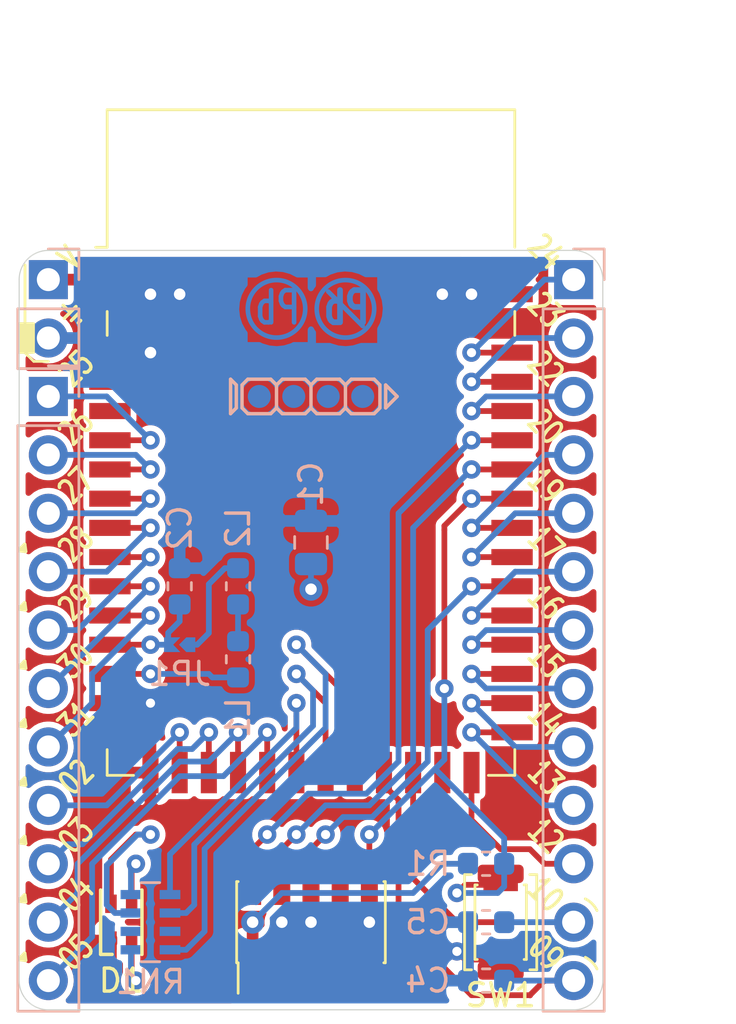
<source format=kicad_pcb>
(kicad_pcb (version 20171130) (host pcbnew "(5.1.0)-1")

  (general
    (thickness 1.6)
    (drawings 51)
    (tracks 279)
    (zones 0)
    (modules 19)
    (nets 41)
  )

  (page A4)
  (layers
    (0 F.Cu signal)
    (31 B.Cu signal)
    (32 B.Adhes user)
    (33 F.Adhes user)
    (34 B.Paste user)
    (35 F.Paste user)
    (36 B.SilkS user)
    (37 F.SilkS user)
    (38 B.Mask user)
    (39 F.Mask user)
    (40 Dwgs.User user)
    (41 Cmts.User user)
    (42 Eco1.User user)
    (43 Eco2.User user)
    (44 Edge.Cuts user)
    (45 Margin user)
    (46 B.CrtYd user)
    (47 F.CrtYd user)
    (48 B.Fab user hide)
    (49 F.Fab user hide)
  )

  (setup
    (last_trace_width 0.25)
    (trace_clearance 0.2)
    (zone_clearance 0.254)
    (zone_45_only no)
    (trace_min 0.2)
    (via_size 0.8)
    (via_drill 0.4)
    (via_min_size 0.4)
    (via_min_drill 0.3)
    (uvia_size 0.3)
    (uvia_drill 0.1)
    (uvias_allowed no)
    (uvia_min_size 0.2)
    (uvia_min_drill 0.1)
    (edge_width 0.05)
    (segment_width 0.2)
    (pcb_text_width 0.3)
    (pcb_text_size 1.5 1.5)
    (mod_edge_width 0.12)
    (mod_text_size 1 1)
    (mod_text_width 0.15)
    (pad_size 1.524 1.524)
    (pad_drill 0.762)
    (pad_to_mask_clearance 0.051)
    (solder_mask_min_width 0.25)
    (aux_axis_origin 0 0)
    (grid_origin 100 100)
    (visible_elements FFFFFF7F)
    (pcbplotparams
      (layerselection 0x010fc_ffffffff)
      (usegerberextensions false)
      (usegerberattributes false)
      (usegerberadvancedattributes false)
      (creategerberjobfile false)
      (excludeedgelayer true)
      (linewidth 0.100000)
      (plotframeref false)
      (viasonmask false)
      (mode 1)
      (useauxorigin false)
      (hpglpennumber 1)
      (hpglpenspeed 20)
      (hpglpendiameter 15.000000)
      (psnegative false)
      (psa4output false)
      (plotreference true)
      (plotvalue true)
      (plotinvisibletext false)
      (padsonsilk false)
      (subtractmaskfromsilk false)
      (outputformat 1)
      (mirror false)
      (drillshape 1)
      (scaleselection 1)
      (outputdirectory ""))
  )

  (net 0 "")
  (net 1 +3V3)
  (net 2 GND)
  (net 3 /DEC4)
  (net 4 /NFC1)
  (net 5 /NFC2)
  (net 6 /SWDIO)
  (net 7 /SWDCLK)
  (net 8 /SWO)
  (net 9 /~RST)
  (net 10 "Net-(JP1-Pad1)")
  (net 11 /DCC)
  (net 12 "Net-(L1-Pad2)")
  (net 13 "Net-(D1-Pad4)")
  (net 14 "Net-(D1-Pad3)")
  (net 15 "Net-(D1-Pad2)")
  (net 16 /R11)
  (net 17 /R10)
  (net 18 /R9)
  (net 19 /R8)
  (net 20 /R7)
  (net 21 /R6)
  (net 22 /R5)
  (net 23 /R4)
  (net 24 /R3)
  (net 25 /R2)
  (net 26 /R1)
  (net 27 /L3)
  (net 28 /L4)
  (net 29 /L5)
  (net 30 /L6)
  (net 31 /L7)
  (net 32 /L8)
  (net 33 /L9)
  (net 34 /L10)
  (net 35 /L11)
  (net 36 /L12)
  (net 37 /L13)
  (net 38 /RGB1)
  (net 39 /RGB2)
  (net 40 /RGB3)

  (net_class Default "This is the default net class."
    (clearance 0.2)
    (trace_width 0.25)
    (via_dia 0.8)
    (via_drill 0.4)
    (uvia_dia 0.3)
    (uvia_drill 0.1)
    (add_net +3V3)
    (add_net /DCC)
    (add_net /DEC4)
    (add_net /L10)
    (add_net /L11)
    (add_net /L12)
    (add_net /L13)
    (add_net /L3)
    (add_net /L4)
    (add_net /L5)
    (add_net /L6)
    (add_net /L7)
    (add_net /L8)
    (add_net /L9)
    (add_net /NFC1)
    (add_net /NFC2)
    (add_net /R1)
    (add_net /R10)
    (add_net /R11)
    (add_net /R2)
    (add_net /R3)
    (add_net /R4)
    (add_net /R5)
    (add_net /R6)
    (add_net /R7)
    (add_net /R8)
    (add_net /R9)
    (add_net /RGB1)
    (add_net /RGB2)
    (add_net /RGB3)
    (add_net /SWDCLK)
    (add_net /SWDIO)
    (add_net /SWO)
    (add_net /~RST)
    (add_net GND)
    (add_net "Net-(D1-Pad2)")
    (add_net "Net-(D1-Pad3)")
    (add_net "Net-(D1-Pad4)")
    (add_net "Net-(JP1-Pad1)")
    (add_net "Net-(L1-Pad2)")
  )

  (net_class Thick ""
    (clearance 0.2)
    (trace_width 0.5)
    (via_dia 0.8)
    (via_drill 0.4)
    (uvia_dia 0.3)
    (uvia_drill 0.1)
  )

  (net_class Thin ""
    (clearance 0.1524)
    (trace_width 0.2)
    (via_dia 0.8)
    (via_drill 0.4)
    (uvia_dia 0.3)
    (uvia_drill 0.1)
  )

  (module e73-breakout:SymbolLeadFree (layer B.Cu) (tedit 5C8E0136) (tstamp 5C9EC094)
    (at 100 89.84)
    (fp_text reference REF** (at 0 -2) (layer B.SilkS) hide
      (effects (font (size 1 1) (thickness 0.15)) (justify mirror))
    )
    (fp_text value SymbolLeadFree (at 0 2) (layer B.Fab) hide
      (effects (font (size 1 1) (thickness 0.15)) (justify mirror))
    )
    (fp_text user Pb (at -1.45 -0.05) (layer B.Cu)
      (effects (font (size 1.4 1) (thickness 0.2)) (justify mirror))
    )
    (fp_circle (center -1.5 0) (end -0.75 0) (layer B.Mask) (width 1.5))
    (fp_circle (center 1.5 0) (end 2.75 0) (layer B.Cu) (width 0.2))
    (fp_circle (center -1.5 0) (end -0.25 0) (layer B.Cu) (width 0.2))
    (fp_line (start 0.75 -0.75) (end 2.25 0.75) (layer B.Cu) (width 0.2))
    (fp_circle (center 1.5 0) (end 2.25 0) (layer B.Mask) (width 1.5))
    (fp_text user Pb (at 1.55 -0.05) (layer B.Cu)
      (effects (font (size 1.4 1) (thickness 0.25)) (justify mirror))
    )
  )

  (module e73-breakout:SymbolIdDots (layer B.Cu) (tedit 5C8E0286) (tstamp 5C9EBC44)
    (at 100 93.65)
    (fp_text reference REF** (at 0 -1.75) (layer B.SilkS) hide
      (effects (font (size 1 1) (thickness 0.15)) (justify mirror))
    )
    (fp_text value SymbolIdDots (at 0 1.75) (layer B.Fab) hide
      (effects (font (size 1 1) (thickness 0.15)) (justify mirror))
    )
    (fp_line (start -1.5 -0.5) (end -1.75 -0.75) (layer B.SilkS) (width 0.15))
    (fp_line (start -1.5 -0.5) (end -1.5 0.5) (layer B.SilkS) (width 0.15))
    (fp_circle (center 2.25 0) (end 2.5 0) (layer B.Cu) (width 0.5))
    (fp_circle (center 0.75 0) (end 1 0) (layer B.Cu) (width 0.5))
    (fp_circle (center -2.25 0) (end -2 0) (layer B.Cu) (width 0.5))
    (fp_circle (center 2.25 0) (end 2.6 0) (layer B.Mask) (width 0.7))
    (fp_circle (center 0.75 0) (end 1.1 0) (layer B.Mask) (width 0.7))
    (fp_circle (center -0.75 0) (end -0.4 0) (layer B.Mask) (width 0.7))
    (fp_line (start -3 -0.5) (end -3 0.5) (layer B.SilkS) (width 0.15))
    (fp_line (start -3 0.5) (end -2.75 0.75) (layer B.SilkS) (width 0.15))
    (fp_line (start -2.75 0.75) (end -1.75 0.75) (layer B.SilkS) (width 0.15))
    (fp_line (start -1.75 0.75) (end -1.5 0.5) (layer B.SilkS) (width 0.15))
    (fp_line (start -1.25 -0.75) (end -1.5 -0.5) (layer B.SilkS) (width 0.15))
    (fp_line (start -1.75 -0.75) (end -2.75 -0.75) (layer B.SilkS) (width 0.15))
    (fp_line (start -2.75 -0.75) (end -3 -0.5) (layer B.SilkS) (width 0.15))
    (fp_line (start -1.25 -0.75) (end -0.25 -0.75) (layer B.SilkS) (width 0.15))
    (fp_line (start -0.25 -0.75) (end 0 -0.5) (layer B.SilkS) (width 0.15))
    (fp_line (start 0 -0.5) (end 0 0.5) (layer B.SilkS) (width 0.15))
    (fp_line (start 0 0.5) (end -0.25 0.75) (layer B.SilkS) (width 0.15))
    (fp_line (start -0.25 0.75) (end -1.25 0.75) (layer B.SilkS) (width 0.15))
    (fp_line (start -1.25 0.75) (end -1.5 0.5) (layer B.SilkS) (width 0.15))
    (fp_line (start 0 0.5) (end 0.25 0.75) (layer B.SilkS) (width 0.15))
    (fp_line (start 0.25 0.75) (end 1.25 0.75) (layer B.SilkS) (width 0.15))
    (fp_line (start 1.25 0.75) (end 1.5 0.5) (layer B.SilkS) (width 0.15))
    (fp_line (start 1.5 0.5) (end 1.5 -0.5) (layer B.SilkS) (width 0.15))
    (fp_line (start 1.5 -0.5) (end 1.25 -0.75) (layer B.SilkS) (width 0.15))
    (fp_line (start 1.25 -0.75) (end 0.25 -0.75) (layer B.SilkS) (width 0.15))
    (fp_line (start 0.25 -0.75) (end 0 -0.5) (layer B.SilkS) (width 0.15))
    (fp_line (start 1.5 -0.5) (end 1.75 -0.75) (layer B.SilkS) (width 0.15))
    (fp_line (start 1.75 -0.75) (end 2.75 -0.75) (layer B.SilkS) (width 0.15))
    (fp_line (start 2.75 -0.75) (end 3 -0.5) (layer B.SilkS) (width 0.15))
    (fp_line (start 3 -0.5) (end 3 0.5) (layer B.SilkS) (width 0.15))
    (fp_line (start 3 0.5) (end 2.75 0.75) (layer B.SilkS) (width 0.15))
    (fp_line (start 2.75 0.75) (end 1.75 0.75) (layer B.SilkS) (width 0.15))
    (fp_line (start 1.75 0.75) (end 1.5 0.5) (layer B.SilkS) (width 0.15))
    (fp_line (start 3.25 0.5) (end 3.25 -0.5) (layer B.SilkS) (width 0.15))
    (fp_line (start 3.25 -0.5) (end 3.75 0) (layer B.SilkS) (width 0.15))
    (fp_line (start 3.75 0) (end 3.25 0.5) (layer B.SilkS) (width 0.15))
    (fp_line (start -3.5 -0.75) (end -3.5 0.75) (layer B.SilkS) (width 0.15))
    (fp_line (start -3.5 0.75) (end -3.25 0.5) (layer B.SilkS) (width 0.15))
    (fp_line (start -3.25 0.5) (end -3.25 -0.5) (layer B.SilkS) (width 0.15))
    (fp_line (start -3.25 -0.5) (end -3.5 -0.75) (layer B.SilkS) (width 0.15))
    (fp_circle (center -2.25 0) (end -1.9 0) (layer B.Mask) (width 0.7))
    (fp_circle (center -0.75 0) (end -0.5 0) (layer B.Cu) (width 0.5))
  )

  (module Capacitor_SMD:C_0805_2012Metric (layer B.Cu) (tedit 5B36C52B) (tstamp 5C9E3E4A)
    (at 100 100 90)
    (descr "Capacitor SMD 0805 (2012 Metric), square (rectangular) end terminal, IPC_7351 nominal, (Body size source: https://docs.google.com/spreadsheets/d/1BsfQQcO9C6DZCsRaXUlFlo91Tg2WpOkGARC1WS5S8t0/edit?usp=sharing), generated with kicad-footprint-generator")
    (tags capacitor)
    (path /5C9E817D)
    (attr smd)
    (fp_text reference C1 (at 2.54 0 90) (layer B.SilkS)
      (effects (font (size 1 1) (thickness 0.15)) (justify mirror))
    )
    (fp_text value 4.7uF (at 0 -1.65 90) (layer B.Fab)
      (effects (font (size 1 1) (thickness 0.15)) (justify mirror))
    )
    (fp_line (start -1 -0.6) (end -1 0.6) (layer B.Fab) (width 0.1))
    (fp_line (start -1 0.6) (end 1 0.6) (layer B.Fab) (width 0.1))
    (fp_line (start 1 0.6) (end 1 -0.6) (layer B.Fab) (width 0.1))
    (fp_line (start 1 -0.6) (end -1 -0.6) (layer B.Fab) (width 0.1))
    (fp_line (start -0.258578 0.71) (end 0.258578 0.71) (layer B.SilkS) (width 0.12))
    (fp_line (start -0.258578 -0.71) (end 0.258578 -0.71) (layer B.SilkS) (width 0.12))
    (fp_line (start -1.68 -0.95) (end -1.68 0.95) (layer B.CrtYd) (width 0.05))
    (fp_line (start -1.68 0.95) (end 1.68 0.95) (layer B.CrtYd) (width 0.05))
    (fp_line (start 1.68 0.95) (end 1.68 -0.95) (layer B.CrtYd) (width 0.05))
    (fp_line (start 1.68 -0.95) (end -1.68 -0.95) (layer B.CrtYd) (width 0.05))
    (fp_text user %R (at 0 0 90) (layer B.Fab)
      (effects (font (size 0.5 0.5) (thickness 0.08)) (justify mirror))
    )
    (pad 1 smd roundrect (at -0.9375 0 90) (size 0.975 1.4) (layers B.Cu B.Paste B.Mask) (roundrect_rratio 0.25)
      (net 1 +3V3))
    (pad 2 smd roundrect (at 0.9375 0 90) (size 0.975 1.4) (layers B.Cu B.Paste B.Mask) (roundrect_rratio 0.25)
      (net 2 GND))
    (model ${KISYS3DMOD}/Capacitor_SMD.3dshapes/C_0805_2012Metric.wrl
      (at (xyz 0 0 0))
      (scale (xyz 1 1 1))
      (rotate (xyz 0 0 0))
    )
  )

  (module Capacitor_SMD:C_0603_1608Metric (layer B.Cu) (tedit 5B301BBE) (tstamp 5C9E4081)
    (at 94.285 101.905 90)
    (descr "Capacitor SMD 0603 (1608 Metric), square (rectangular) end terminal, IPC_7351 nominal, (Body size source: http://www.tortai-tech.com/upload/download/2011102023233369053.pdf), generated with kicad-footprint-generator")
    (tags capacitor)
    (path /5C9E4B59)
    (attr smd)
    (fp_text reference C2 (at 2.54 0 90) (layer B.SilkS)
      (effects (font (size 1 1) (thickness 0.15)) (justify mirror))
    )
    (fp_text value 1uF (at 0 -1.43 90) (layer B.Fab)
      (effects (font (size 1 1) (thickness 0.15)) (justify mirror))
    )
    (fp_line (start -0.8 -0.4) (end -0.8 0.4) (layer B.Fab) (width 0.1))
    (fp_line (start -0.8 0.4) (end 0.8 0.4) (layer B.Fab) (width 0.1))
    (fp_line (start 0.8 0.4) (end 0.8 -0.4) (layer B.Fab) (width 0.1))
    (fp_line (start 0.8 -0.4) (end -0.8 -0.4) (layer B.Fab) (width 0.1))
    (fp_line (start -0.162779 0.51) (end 0.162779 0.51) (layer B.SilkS) (width 0.12))
    (fp_line (start -0.162779 -0.51) (end 0.162779 -0.51) (layer B.SilkS) (width 0.12))
    (fp_line (start -1.48 -0.73) (end -1.48 0.73) (layer B.CrtYd) (width 0.05))
    (fp_line (start -1.48 0.73) (end 1.48 0.73) (layer B.CrtYd) (width 0.05))
    (fp_line (start 1.48 0.73) (end 1.48 -0.73) (layer B.CrtYd) (width 0.05))
    (fp_line (start 1.48 -0.73) (end -1.48 -0.73) (layer B.CrtYd) (width 0.05))
    (fp_text user %R (at 0 0 90) (layer B.Fab)
      (effects (font (size 0.4 0.4) (thickness 0.06)) (justify mirror))
    )
    (pad 1 smd roundrect (at -0.7875 0 90) (size 0.875 0.95) (layers B.Cu B.Paste B.Mask) (roundrect_rratio 0.25)
      (net 3 /DEC4))
    (pad 2 smd roundrect (at 0.7875 0 90) (size 0.875 0.95) (layers B.Cu B.Paste B.Mask) (roundrect_rratio 0.25)
      (net 2 GND))
    (model ${KISYS3DMOD}/Capacitor_SMD.3dshapes/C_0603_1608Metric.wrl
      (at (xyz 0 0 0))
      (scale (xyz 1 1 1))
      (rotate (xyz 0 0 0))
    )
  )

  (module Capacitor_SMD:C_0603_1608Metric (layer B.Cu) (tedit 5B301BBE) (tstamp 5C9E59E2)
    (at 107.62 119.05 180)
    (descr "Capacitor SMD 0603 (1608 Metric), square (rectangular) end terminal, IPC_7351 nominal, (Body size source: http://www.tortai-tech.com/upload/download/2011102023233369053.pdf), generated with kicad-footprint-generator")
    (tags capacitor)
    (path /5C9EA1A2)
    (attr smd)
    (fp_text reference C4 (at 2.54 0 180) (layer B.SilkS)
      (effects (font (size 1 1) (thickness 0.15)) (justify mirror))
    )
    (fp_text value 4pF (at 0 -1.43 180) (layer B.Fab)
      (effects (font (size 1 1) (thickness 0.15)) (justify mirror))
    )
    (fp_text user %R (at 0 0 180) (layer B.Fab)
      (effects (font (size 0.4 0.4) (thickness 0.06)) (justify mirror))
    )
    (fp_line (start 1.48 -0.73) (end -1.48 -0.73) (layer B.CrtYd) (width 0.05))
    (fp_line (start 1.48 0.73) (end 1.48 -0.73) (layer B.CrtYd) (width 0.05))
    (fp_line (start -1.48 0.73) (end 1.48 0.73) (layer B.CrtYd) (width 0.05))
    (fp_line (start -1.48 -0.73) (end -1.48 0.73) (layer B.CrtYd) (width 0.05))
    (fp_line (start -0.162779 -0.51) (end 0.162779 -0.51) (layer B.SilkS) (width 0.12))
    (fp_line (start -0.162779 0.51) (end 0.162779 0.51) (layer B.SilkS) (width 0.12))
    (fp_line (start 0.8 -0.4) (end -0.8 -0.4) (layer B.Fab) (width 0.1))
    (fp_line (start 0.8 0.4) (end 0.8 -0.4) (layer B.Fab) (width 0.1))
    (fp_line (start -0.8 0.4) (end 0.8 0.4) (layer B.Fab) (width 0.1))
    (fp_line (start -0.8 -0.4) (end -0.8 0.4) (layer B.Fab) (width 0.1))
    (pad 2 smd roundrect (at 0.7875 0 180) (size 0.875 0.95) (layers B.Cu B.Paste B.Mask) (roundrect_rratio 0.25)
      (net 2 GND))
    (pad 1 smd roundrect (at -0.7875 0 180) (size 0.875 0.95) (layers B.Cu B.Paste B.Mask) (roundrect_rratio 0.25)
      (net 4 /NFC1))
    (model ${KISYS3DMOD}/Capacitor_SMD.3dshapes/C_0603_1608Metric.wrl
      (at (xyz 0 0 0))
      (scale (xyz 1 1 1))
      (rotate (xyz 0 0 0))
    )
  )

  (module Capacitor_SMD:C_0603_1608Metric (layer B.Cu) (tedit 5B301BBE) (tstamp 5C9E0406)
    (at 107.62 116.51 180)
    (descr "Capacitor SMD 0603 (1608 Metric), square (rectangular) end terminal, IPC_7351 nominal, (Body size source: http://www.tortai-tech.com/upload/download/2011102023233369053.pdf), generated with kicad-footprint-generator")
    (tags capacitor)
    (path /5C9EA84E)
    (attr smd)
    (fp_text reference C5 (at 2.54 0 180) (layer B.SilkS)
      (effects (font (size 1 1) (thickness 0.15)) (justify mirror))
    )
    (fp_text value 4pF (at 0 -1.43 180) (layer B.Fab)
      (effects (font (size 1 1) (thickness 0.15)) (justify mirror))
    )
    (fp_line (start -0.8 -0.4) (end -0.8 0.4) (layer B.Fab) (width 0.1))
    (fp_line (start -0.8 0.4) (end 0.8 0.4) (layer B.Fab) (width 0.1))
    (fp_line (start 0.8 0.4) (end 0.8 -0.4) (layer B.Fab) (width 0.1))
    (fp_line (start 0.8 -0.4) (end -0.8 -0.4) (layer B.Fab) (width 0.1))
    (fp_line (start -0.162779 0.51) (end 0.162779 0.51) (layer B.SilkS) (width 0.12))
    (fp_line (start -0.162779 -0.51) (end 0.162779 -0.51) (layer B.SilkS) (width 0.12))
    (fp_line (start -1.48 -0.73) (end -1.48 0.73) (layer B.CrtYd) (width 0.05))
    (fp_line (start -1.48 0.73) (end 1.48 0.73) (layer B.CrtYd) (width 0.05))
    (fp_line (start 1.48 0.73) (end 1.48 -0.73) (layer B.CrtYd) (width 0.05))
    (fp_line (start 1.48 -0.73) (end -1.48 -0.73) (layer B.CrtYd) (width 0.05))
    (fp_text user %R (at 0 0 180) (layer B.Fab)
      (effects (font (size 0.4 0.4) (thickness 0.06)) (justify mirror))
    )
    (pad 1 smd roundrect (at -0.7875 0 180) (size 0.875 0.95) (layers B.Cu B.Paste B.Mask) (roundrect_rratio 0.25)
      (net 5 /NFC2))
    (pad 2 smd roundrect (at 0.7875 0 180) (size 0.875 0.95) (layers B.Cu B.Paste B.Mask) (roundrect_rratio 0.25)
      (net 2 GND))
    (model ${KISYS3DMOD}/Capacitor_SMD.3dshapes/C_0603_1608Metric.wrl
      (at (xyz 0 0 0))
      (scale (xyz 1 1 1))
      (rotate (xyz 0 0 0))
    )
  )

  (module Connector_PinHeader_1.27mm:PinHeader_2x05_P1.27mm_Vertical_SMD (layer F.Cu) (tedit 59FED6E3) (tstamp 5C9E216F)
    (at 100 116.51 90)
    (descr "surface-mounted straight pin header, 2x05, 1.27mm pitch, double rows")
    (tags "Surface mounted pin header SMD 2x05 1.27mm double row")
    (path /5C9DE675)
    (attr smd)
    (fp_text reference J1 (at -2.54 -4.235 180) (layer F.SilkS) hide
      (effects (font (size 1 1) (thickness 0.15)))
    )
    (fp_text value Conn_ARM_JTAG_SWD_10 (at 0 4.235 90) (layer F.Fab)
      (effects (font (size 1 1) (thickness 0.15)))
    )
    (fp_line (start 1.705 3.175) (end -1.705 3.175) (layer F.Fab) (width 0.1))
    (fp_line (start -1.27 -3.175) (end 1.705 -3.175) (layer F.Fab) (width 0.1))
    (fp_line (start -1.705 3.175) (end -1.705 -2.74) (layer F.Fab) (width 0.1))
    (fp_line (start -1.705 -2.74) (end -1.27 -3.175) (layer F.Fab) (width 0.1))
    (fp_line (start 1.705 -3.175) (end 1.705 3.175) (layer F.Fab) (width 0.1))
    (fp_line (start -1.705 -2.74) (end -2.75 -2.74) (layer F.Fab) (width 0.1))
    (fp_line (start -2.75 -2.74) (end -2.75 -2.34) (layer F.Fab) (width 0.1))
    (fp_line (start -2.75 -2.34) (end -1.705 -2.34) (layer F.Fab) (width 0.1))
    (fp_line (start 1.705 -2.74) (end 2.75 -2.74) (layer F.Fab) (width 0.1))
    (fp_line (start 2.75 -2.74) (end 2.75 -2.34) (layer F.Fab) (width 0.1))
    (fp_line (start 2.75 -2.34) (end 1.705 -2.34) (layer F.Fab) (width 0.1))
    (fp_line (start -1.705 -1.47) (end -2.75 -1.47) (layer F.Fab) (width 0.1))
    (fp_line (start -2.75 -1.47) (end -2.75 -1.07) (layer F.Fab) (width 0.1))
    (fp_line (start -2.75 -1.07) (end -1.705 -1.07) (layer F.Fab) (width 0.1))
    (fp_line (start 1.705 -1.47) (end 2.75 -1.47) (layer F.Fab) (width 0.1))
    (fp_line (start 2.75 -1.47) (end 2.75 -1.07) (layer F.Fab) (width 0.1))
    (fp_line (start 2.75 -1.07) (end 1.705 -1.07) (layer F.Fab) (width 0.1))
    (fp_line (start -1.705 -0.2) (end -2.75 -0.2) (layer F.Fab) (width 0.1))
    (fp_line (start -2.75 -0.2) (end -2.75 0.2) (layer F.Fab) (width 0.1))
    (fp_line (start -2.75 0.2) (end -1.705 0.2) (layer F.Fab) (width 0.1))
    (fp_line (start 1.705 -0.2) (end 2.75 -0.2) (layer F.Fab) (width 0.1))
    (fp_line (start 2.75 -0.2) (end 2.75 0.2) (layer F.Fab) (width 0.1))
    (fp_line (start 2.75 0.2) (end 1.705 0.2) (layer F.Fab) (width 0.1))
    (fp_line (start -1.705 1.07) (end -2.75 1.07) (layer F.Fab) (width 0.1))
    (fp_line (start -2.75 1.07) (end -2.75 1.47) (layer F.Fab) (width 0.1))
    (fp_line (start -2.75 1.47) (end -1.705 1.47) (layer F.Fab) (width 0.1))
    (fp_line (start 1.705 1.07) (end 2.75 1.07) (layer F.Fab) (width 0.1))
    (fp_line (start 2.75 1.07) (end 2.75 1.47) (layer F.Fab) (width 0.1))
    (fp_line (start 2.75 1.47) (end 1.705 1.47) (layer F.Fab) (width 0.1))
    (fp_line (start -1.705 2.34) (end -2.75 2.34) (layer F.Fab) (width 0.1))
    (fp_line (start -2.75 2.34) (end -2.75 2.74) (layer F.Fab) (width 0.1))
    (fp_line (start -2.75 2.74) (end -1.705 2.74) (layer F.Fab) (width 0.1))
    (fp_line (start 1.705 2.34) (end 2.75 2.34) (layer F.Fab) (width 0.1))
    (fp_line (start 2.75 2.34) (end 2.75 2.74) (layer F.Fab) (width 0.1))
    (fp_line (start 2.75 2.74) (end 1.705 2.74) (layer F.Fab) (width 0.1))
    (fp_line (start -1.765 -3.235) (end 1.765 -3.235) (layer F.SilkS) (width 0.12))
    (fp_line (start -1.765 3.235) (end 1.765 3.235) (layer F.SilkS) (width 0.12))
    (fp_line (start -3.09 -3.17) (end -1.765 -3.17) (layer F.SilkS) (width 0.12))
    (fp_line (start -1.765 -3.235) (end -1.765 -3.17) (layer F.SilkS) (width 0.12))
    (fp_line (start 1.765 -3.235) (end 1.765 -3.17) (layer F.SilkS) (width 0.12))
    (fp_line (start -1.765 3.17) (end -1.765 3.235) (layer F.SilkS) (width 0.12))
    (fp_line (start 1.765 3.17) (end 1.765 3.235) (layer F.SilkS) (width 0.12))
    (fp_line (start -4.3 -3.7) (end -4.3 3.7) (layer F.CrtYd) (width 0.05))
    (fp_line (start -4.3 3.7) (end 4.3 3.7) (layer F.CrtYd) (width 0.05))
    (fp_line (start 4.3 3.7) (end 4.3 -3.7) (layer F.CrtYd) (width 0.05))
    (fp_line (start 4.3 -3.7) (end -4.3 -3.7) (layer F.CrtYd) (width 0.05))
    (fp_text user %R (at 0 0 180) (layer F.Fab)
      (effects (font (size 1 1) (thickness 0.15)))
    )
    (pad 1 smd rect (at -1.95 -2.54 90) (size 2.4 0.74) (layers F.Cu F.Paste F.Mask)
      (net 1 +3V3))
    (pad 2 smd rect (at 1.95 -2.54 90) (size 2.4 0.74) (layers F.Cu F.Paste F.Mask)
      (net 6 /SWDIO))
    (pad 3 smd rect (at -1.95 -1.27 90) (size 2.4 0.74) (layers F.Cu F.Paste F.Mask)
      (net 2 GND))
    (pad 4 smd rect (at 1.95 -1.27 90) (size 2.4 0.74) (layers F.Cu F.Paste F.Mask)
      (net 7 /SWDCLK))
    (pad 5 smd rect (at -1.95 0 90) (size 2.4 0.74) (layers F.Cu F.Paste F.Mask)
      (net 2 GND))
    (pad 6 smd rect (at 1.95 0 90) (size 2.4 0.74) (layers F.Cu F.Paste F.Mask)
      (net 8 /SWO))
    (pad 7 smd rect (at -1.95 1.27 90) (size 2.4 0.74) (layers F.Cu F.Paste F.Mask))
    (pad 8 smd rect (at 1.95 1.27 90) (size 2.4 0.74) (layers F.Cu F.Paste F.Mask))
    (pad 9 smd rect (at -1.95 2.54 90) (size 2.4 0.74) (layers F.Cu F.Paste F.Mask)
      (net 2 GND))
    (pad 10 smd rect (at 1.95 2.54 90) (size 2.4 0.74) (layers F.Cu F.Paste F.Mask)
      (net 9 /~RST))
    (model ${KISYS3DMOD}/Connector_PinHeader_1.27mm.3dshapes/PinHeader_2x05_P1.27mm_Vertical_SMD.wrl
      (at (xyz 0 0 0))
      (scale (xyz 1 1 1))
      (rotate (xyz 0 0 0))
    )
  )

  (module e73-breakout:SolderJumper-0402 (layer B.Cu) (tedit 5C7C43B5) (tstamp 5C9E5AE2)
    (at 94.285 104.445 180)
    (descr "SMD Solder Jumper, 1x1.5mm Triangular Pads, 0.3mm gap, open")
    (tags "solder jumper open")
    (path /5C9E5C8F)
    (attr virtual)
    (fp_text reference JP1 (at 0 -1.27 180) (layer B.SilkS)
      (effects (font (size 1 1) (thickness 0.15)) (justify mirror))
    )
    (fp_text value SolderJumper_2_Open (at 0 -1.27 180) (layer B.Fab)
      (effects (font (size 1 1) (thickness 0.15)) (justify mirror))
    )
    (fp_poly (pts (xy -0.5 0.32) (xy -0.5 -0.32) (xy 0.5 -0.32) (xy 0.5 0.32)) (layer B.Mask) (width 0))
    (pad 2 smd custom (at 0.5 0 180) (size 0.1 0.1) (layers B.Cu B.Mask)
      (net 3 /DEC4) (zone_connect 0)
      (options (clearance outline) (anchor rect))
      (primitives
        (gr_poly (pts
           (xy -0.53 0.32) (xy 0.18 0.32) (xy 0.18 -0.32) (xy -0.53 -0.32) (xy -0.22 0)
) (width 0))
      ))
    (pad 1 smd custom (at -0.5 0 180) (size 0.01 0.01) (layers B.Cu B.Mask)
      (net 10 "Net-(JP1-Pad1)") (zone_connect 0)
      (options (clearance outline) (anchor rect))
      (primitives
        (gr_poly (pts
           (xy -0.18 0.32) (xy 0.21 0.32) (xy 0.53 0) (xy 0.21 -0.32) (xy -0.18 -0.32)
) (width 0))
      ))
  )

  (module Inductor_SMD:L_0603_1608Metric (layer B.Cu) (tedit 5B301BBE) (tstamp 5C9DFD10)
    (at 96.825 105.08 90)
    (descr "Inductor SMD 0603 (1608 Metric), square (rectangular) end terminal, IPC_7351 nominal, (Body size source: http://www.tortai-tech.com/upload/download/2011102023233369053.pdf), generated with kicad-footprint-generator")
    (tags inductor)
    (path /5C9E1C70)
    (attr smd)
    (fp_text reference L1 (at -2.54 0 90) (layer B.SilkS)
      (effects (font (size 1 1) (thickness 0.15)) (justify mirror))
    )
    (fp_text value 10uH (at 0 -1.43 90) (layer B.Fab)
      (effects (font (size 1 1) (thickness 0.15)) (justify mirror))
    )
    (fp_line (start -0.8 -0.4) (end -0.8 0.4) (layer B.Fab) (width 0.1))
    (fp_line (start -0.8 0.4) (end 0.8 0.4) (layer B.Fab) (width 0.1))
    (fp_line (start 0.8 0.4) (end 0.8 -0.4) (layer B.Fab) (width 0.1))
    (fp_line (start 0.8 -0.4) (end -0.8 -0.4) (layer B.Fab) (width 0.1))
    (fp_line (start -0.162779 0.51) (end 0.162779 0.51) (layer B.SilkS) (width 0.12))
    (fp_line (start -0.162779 -0.51) (end 0.162779 -0.51) (layer B.SilkS) (width 0.12))
    (fp_line (start -1.48 -0.73) (end -1.48 0.73) (layer B.CrtYd) (width 0.05))
    (fp_line (start -1.48 0.73) (end 1.48 0.73) (layer B.CrtYd) (width 0.05))
    (fp_line (start 1.48 0.73) (end 1.48 -0.73) (layer B.CrtYd) (width 0.05))
    (fp_line (start 1.48 -0.73) (end -1.48 -0.73) (layer B.CrtYd) (width 0.05))
    (fp_text user %R (at 0 0 90) (layer B.Fab)
      (effects (font (size 0.4 0.4) (thickness 0.06)) (justify mirror))
    )
    (pad 1 smd roundrect (at -0.7875 0 90) (size 0.875 0.95) (layers B.Cu B.Paste B.Mask) (roundrect_rratio 0.25)
      (net 11 /DCC))
    (pad 2 smd roundrect (at 0.7875 0 90) (size 0.875 0.95) (layers B.Cu B.Paste B.Mask) (roundrect_rratio 0.25)
      (net 12 "Net-(L1-Pad2)"))
    (model ${KISYS3DMOD}/Inductor_SMD.3dshapes/L_0603_1608Metric.wrl
      (at (xyz 0 0 0))
      (scale (xyz 1 1 1))
      (rotate (xyz 0 0 0))
    )
  )

  (module Inductor_SMD:L_0603_1608Metric (layer B.Cu) (tedit 5B301BBE) (tstamp 5C9DFD21)
    (at 96.825 101.905 90)
    (descr "Inductor SMD 0603 (1608 Metric), square (rectangular) end terminal, IPC_7351 nominal, (Body size source: http://www.tortai-tech.com/upload/download/2011102023233369053.pdf), generated with kicad-footprint-generator")
    (tags inductor)
    (path /5C9E3BFB)
    (attr smd)
    (fp_text reference L2 (at 2.54 0 90) (layer B.SilkS)
      (effects (font (size 1 1) (thickness 0.15)) (justify mirror))
    )
    (fp_text value 15nH (at 0 -1.43 90) (layer B.Fab)
      (effects (font (size 1 1) (thickness 0.15)) (justify mirror))
    )
    (fp_text user %R (at 0 0 90) (layer B.Fab)
      (effects (font (size 0.4 0.4) (thickness 0.06)) (justify mirror))
    )
    (fp_line (start 1.48 -0.73) (end -1.48 -0.73) (layer B.CrtYd) (width 0.05))
    (fp_line (start 1.48 0.73) (end 1.48 -0.73) (layer B.CrtYd) (width 0.05))
    (fp_line (start -1.48 0.73) (end 1.48 0.73) (layer B.CrtYd) (width 0.05))
    (fp_line (start -1.48 -0.73) (end -1.48 0.73) (layer B.CrtYd) (width 0.05))
    (fp_line (start -0.162779 -0.51) (end 0.162779 -0.51) (layer B.SilkS) (width 0.12))
    (fp_line (start -0.162779 0.51) (end 0.162779 0.51) (layer B.SilkS) (width 0.12))
    (fp_line (start 0.8 -0.4) (end -0.8 -0.4) (layer B.Fab) (width 0.1))
    (fp_line (start 0.8 0.4) (end 0.8 -0.4) (layer B.Fab) (width 0.1))
    (fp_line (start -0.8 0.4) (end 0.8 0.4) (layer B.Fab) (width 0.1))
    (fp_line (start -0.8 -0.4) (end -0.8 0.4) (layer B.Fab) (width 0.1))
    (pad 2 smd roundrect (at 0.7875 0 90) (size 0.875 0.95) (layers B.Cu B.Paste B.Mask) (roundrect_rratio 0.25)
      (net 10 "Net-(JP1-Pad1)"))
    (pad 1 smd roundrect (at -0.7875 0 90) (size 0.875 0.95) (layers B.Cu B.Paste B.Mask) (roundrect_rratio 0.25)
      (net 12 "Net-(L1-Pad2)"))
    (model ${KISYS3DMOD}/Inductor_SMD.3dshapes/L_0603_1608Metric.wrl
      (at (xyz 0 0 0))
      (scale (xyz 1 1 1))
      (rotate (xyz 0 0 0))
    )
  )

  (module RF_Module:E73-2G4M04S (layer F.Cu) (tedit 5AFF5B3A) (tstamp 5C9E58BA)
    (at 100 95.655)
    (descr http://www.cdebyte.com/en/downpdf.aspx?id=243)
    (tags "BLE BLE5 nRF52832")
    (path /5C9DA1AC)
    (attr smd)
    (fp_text reference U1 (at 8.255 16.4) (layer F.SilkS) hide
      (effects (font (size 1 1) (thickness 0.15)))
    )
    (fp_text value E73-2G4M04S-52810 (at 0 -15.35) (layer F.Fab)
      (effects (font (size 1 1) (thickness 0.15)))
    )
    (fp_line (start -8.75 14.35) (end 8.75 14.35) (layer F.Fab) (width 0.1))
    (fp_line (start 8.75 14.35) (end 8.75 -14.35) (layer F.Fab) (width 0.1))
    (fp_line (start 8.75 -14.35) (end -8.75 -14.35) (layer F.Fab) (width 0.1))
    (fp_line (start -8.75 -8.07) (end -8.4 -7.72) (layer F.Fab) (width 0.1))
    (fp_line (start -8.4 -7.72) (end -8.75 -7.37) (layer F.Fab) (width 0.1))
    (fp_line (start -8.75 -8.07) (end -8.75 -14.35) (layer F.Fab) (width 0.1))
    (fp_line (start -8.75 -7.37) (end -8.75 14.35) (layer F.Fab) (width 0.1))
    (fp_line (start -8.87 14.47) (end -8.87 13.35) (layer F.SilkS) (width 0.12))
    (fp_line (start -8.87 14.47) (end -7.72 14.47) (layer F.SilkS) (width 0.12))
    (fp_line (start 8.87 14.47) (end 8.87 13.35) (layer F.SilkS) (width 0.12))
    (fp_line (start 8.87 14.47) (end 7.72 14.47) (layer F.SilkS) (width 0.12))
    (fp_line (start 8.87 -5.7) (end 8.87 -4.66) (layer F.SilkS) (width 0.12))
    (fp_line (start -8.87 -5.7) (end -8.87 -4.66) (layer F.SilkS) (width 0.12))
    (fp_line (start 8.87 -14.47) (end 8.87 -8.49) (layer F.SilkS) (width 0.12))
    (fp_line (start 8.87 -14.47) (end -8.87 -14.47) (layer F.SilkS) (width 0.12))
    (fp_line (start -8.87 -14.47) (end -8.87 -8.49) (layer F.SilkS) (width 0.12))
    (fp_line (start -8.87 -8.49) (end -9.37 -8.49) (layer F.SilkS) (width 0.12))
    (fp_line (start -8.75 -14.35) (end 8.75 -14.35) (layer Dwgs.User) (width 0.1))
    (fp_line (start 8.75 -14.35) (end 8.75 -8.85) (layer Dwgs.User) (width 0.1))
    (fp_line (start 8.75 -8.85) (end -8.75 -8.85) (layer Dwgs.User) (width 0.1))
    (fp_line (start -8.75 -8.85) (end -8.75 -14.35) (layer Dwgs.User) (width 0.1))
    (fp_line (start -8.75 -9.85) (end -7.75 -8.85) (layer Dwgs.User) (width 0.1))
    (fp_line (start -8.75 -10.85) (end -6.75 -8.85) (layer Dwgs.User) (width 0.1))
    (fp_line (start -8.75 -11.85) (end -5.75 -8.85) (layer Dwgs.User) (width 0.1))
    (fp_line (start -4.75 -8.85) (end -8.75 -12.85) (layer Dwgs.User) (width 0.1))
    (fp_line (start -8.75 -13.85) (end -3.75 -8.85) (layer Dwgs.User) (width 0.1))
    (fp_line (start -2.75 -8.85) (end -8.25 -14.35) (layer Dwgs.User) (width 0.1))
    (fp_line (start -7.25 -14.35) (end -1.75 -8.85) (layer Dwgs.User) (width 0.1))
    (fp_line (start -0.75 -8.85) (end -6.25 -14.35) (layer Dwgs.User) (width 0.1))
    (fp_line (start -5.25 -14.35) (end 0.25 -8.85) (layer Dwgs.User) (width 0.1))
    (fp_line (start 1.25 -8.85) (end -4.25 -14.35) (layer Dwgs.User) (width 0.1))
    (fp_line (start -3.25 -14.35) (end 2.25 -8.85) (layer Dwgs.User) (width 0.1))
    (fp_line (start 3.25 -8.85) (end -2.25 -14.35) (layer Dwgs.User) (width 0.1))
    (fp_line (start -1.25 -14.35) (end 4.25 -8.85) (layer Dwgs.User) (width 0.1))
    (fp_line (start 5.25 -8.85) (end -0.25 -14.35) (layer Dwgs.User) (width 0.1))
    (fp_line (start 0.75 -14.35) (end 6.25 -8.85) (layer Dwgs.User) (width 0.1))
    (fp_line (start 7.25 -8.85) (end 1.75 -14.35) (layer Dwgs.User) (width 0.1))
    (fp_line (start 2.75 -14.35) (end 8.25 -8.85) (layer Dwgs.User) (width 0.1))
    (fp_line (start 8.75 -9.35) (end 3.75 -14.35) (layer Dwgs.User) (width 0.1))
    (fp_line (start 4.75 -14.35) (end 8.75 -10.35) (layer Dwgs.User) (width 0.1))
    (fp_line (start 8.75 -11.35) (end 5.75 -14.35) (layer Dwgs.User) (width 0.1))
    (fp_line (start 6.75 -14.35) (end 8.75 -12.35) (layer Dwgs.User) (width 0.1))
    (fp_line (start 8.75 -13.35) (end 7.75 -14.35) (layer Dwgs.User) (width 0.1))
    (fp_text user "KEEP-OUT ZONE" (at 0 -12.85) (layer Cmts.User)
      (effects (font (size 1 1) (thickness 0.15)))
    )
    (fp_text user "No metal, traces, or components" (at 0 -11.1) (layer Cmts.User)
      (effects (font (size 0.4 0.4) (thickness 0.06)))
    )
    (fp_text user "on any PCB layer." (at 0 -10.1) (layer Cmts.User)
      (effects (font (size 0.4 0.4) (thickness 0.06)))
    )
    (fp_line (start -9.9 15.5) (end 9.9 15.5) (layer F.CrtYd) (width 0.05))
    (fp_line (start 9.9 15.5) (end 9.9 -14.6) (layer F.CrtYd) (width 0.05))
    (fp_line (start 9.9 -14.6) (end -9.9 -14.6) (layer F.CrtYd) (width 0.05))
    (fp_line (start -9.9 -14.6) (end -9.9 15.5) (layer F.CrtYd) (width 0.05))
    (fp_text user %R (at 0 0) (layer F.Fab)
      (effects (font (size 1 1) (thickness 0.15)))
    )
    (pad 0 smd rect (at -8.75 -7.72) (size 1.8 0.7) (layers F.Cu F.Paste F.Mask)
      (net 2 GND))
    (pad 1 smd rect (at -8.75 -6.45) (size 1.8 0.7) (layers F.Cu F.Paste F.Mask)
      (net 2 GND))
    (pad 2 smd rect (at -8.75 -3.91) (size 1.8 0.7) (layers F.Cu F.Paste F.Mask)
      (net 2 GND))
    (pad 3 smd rect (at -8.75 -2.64) (size 1.8 0.7) (layers F.Cu F.Paste F.Mask))
    (pad 4 smd rect (at -8.75 -1.37) (size 1.8 0.7) (layers F.Cu F.Paste F.Mask))
    (pad 5 smd rect (at -8.75 -0.1) (size 1.8 0.7) (layers F.Cu F.Paste F.Mask)
      (net 27 /L3))
    (pad 6 smd rect (at -8.75 1.17) (size 1.8 0.7) (layers F.Cu F.Paste F.Mask)
      (net 28 /L4))
    (pad 7 smd rect (at -8.75 2.44) (size 1.8 0.7) (layers F.Cu F.Paste F.Mask)
      (net 29 /L5))
    (pad 8 smd rect (at -8.75 3.71) (size 1.8 0.7) (layers F.Cu F.Paste F.Mask)
      (net 30 /L6))
    (pad 9 smd rect (at -8.75 4.98) (size 1.8 0.7) (layers F.Cu F.Paste F.Mask)
      (net 31 /L7))
    (pad 10 smd rect (at -8.75 6.25) (size 1.8 0.7) (layers F.Cu F.Paste F.Mask)
      (net 32 /L8))
    (pad 11 smd rect (at -8.75 7.52) (size 1.8 0.7) (layers F.Cu F.Paste F.Mask)
      (net 33 /L9))
    (pad 12 smd rect (at -8.75 8.79) (size 1.8 0.7) (layers F.Cu F.Paste F.Mask)
      (net 3 /DEC4))
    (pad 13 smd rect (at -8.75 10.06) (size 1.8 0.7) (layers F.Cu F.Paste F.Mask)
      (net 11 /DCC))
    (pad 14 smd rect (at -8.75 11.33) (size 1.8 0.7) (layers F.Cu F.Paste F.Mask))
    (pad 15 smd rect (at -8.75 12.6) (size 1.8 0.7) (layers F.Cu F.Paste F.Mask)
      (net 2 GND))
    (pad 16 smd rect (at -6.985 14.35) (size 0.7 1.8) (layers F.Cu F.Paste F.Mask)
      (net 1 +3V3))
    (pad 17 smd rect (at -5.715 14.35) (size 0.7 1.8) (layers F.Cu F.Paste F.Mask)
      (net 34 /L10))
    (pad 18 smd rect (at -4.445 14.35) (size 0.7 1.8) (layers F.Cu F.Paste F.Mask)
      (net 35 /L11))
    (pad 19 smd rect (at -3.175 14.35) (size 0.7 1.8) (layers F.Cu F.Paste F.Mask)
      (net 36 /L12))
    (pad 20 smd rect (at -1.905 14.35) (size 0.7 1.8) (layers F.Cu F.Paste F.Mask)
      (net 37 /L13))
    (pad 21 smd rect (at -0.635 14.35) (size 0.7 1.8) (layers F.Cu F.Paste F.Mask)
      (net 38 /RGB1))
    (pad 22 smd rect (at 0.635 14.35) (size 0.7 1.8) (layers F.Cu F.Paste F.Mask)
      (net 39 /RGB2))
    (pad 23 smd rect (at 1.905 14.35) (size 0.7 1.8) (layers F.Cu F.Paste F.Mask)
      (net 40 /RGB3))
    (pad 24 smd rect (at 3.175 14.35) (size 0.7 1.8) (layers F.Cu F.Paste F.Mask)
      (net 4 /NFC1))
    (pad 25 smd rect (at 4.445 14.35) (size 0.7 1.8) (layers F.Cu F.Paste F.Mask)
      (net 5 /NFC2))
    (pad 26 smd rect (at 5.715 14.35) (size 0.7 1.8) (layers F.Cu F.Paste F.Mask))
    (pad 27 smd rect (at 6.985 14.35) (size 0.7 1.8) (layers F.Cu F.Paste F.Mask)
      (net 16 /R11))
    (pad 28 smd rect (at 8.75 12.6) (size 1.8 0.7) (layers F.Cu F.Paste F.Mask)
      (net 17 /R10))
    (pad 29 smd rect (at 8.75 11.33) (size 1.8 0.7) (layers F.Cu F.Paste F.Mask)
      (net 18 /R9))
    (pad 30 smd rect (at 8.75 10.06) (size 1.8 0.7) (layers F.Cu F.Paste F.Mask)
      (net 19 /R8))
    (pad 31 smd rect (at 8.75 8.79) (size 1.8 0.7) (layers F.Cu F.Paste F.Mask)
      (net 20 /R7))
    (pad 32 smd rect (at 8.75 7.52) (size 1.8 0.7) (layers F.Cu F.Paste F.Mask)
      (net 21 /R6))
    (pad 33 smd rect (at 8.75 6.25) (size 1.8 0.7) (layers F.Cu F.Paste F.Mask)
      (net 8 /SWO))
    (pad 34 smd rect (at 8.75 4.98) (size 1.8 0.7) (layers F.Cu F.Paste F.Mask)
      (net 22 /R5))
    (pad 35 smd rect (at 8.75 3.71) (size 1.8 0.7) (layers F.Cu F.Paste F.Mask)
      (net 23 /R4))
    (pad 36 smd rect (at 8.75 2.44) (size 1.8 0.7) (layers F.Cu F.Paste F.Mask)
      (net 9 /~RST))
    (pad 37 smd rect (at 8.75 1.17) (size 1.8 0.7) (layers F.Cu F.Paste F.Mask)
      (net 7 /SWDCLK))
    (pad 38 smd rect (at 8.75 -0.1) (size 1.8 0.7) (layers F.Cu F.Paste F.Mask)
      (net 6 /SWDIO))
    (pad 39 smd rect (at 8.75 -1.37) (size 1.8 0.7) (layers F.Cu F.Paste F.Mask)
      (net 24 /R3))
    (pad 40 smd rect (at 8.75 -2.64) (size 1.8 0.7) (layers F.Cu F.Paste F.Mask)
      (net 25 /R2))
    (pad 41 smd rect (at 8.75 -3.91) (size 1.8 0.7) (layers F.Cu F.Paste F.Mask)
      (net 26 /R1))
    (pad 42 smd rect (at 8.75 -6.45) (size 1.8 0.7) (layers F.Cu F.Paste F.Mask)
      (net 2 GND))
    (pad 43 smd rect (at 8.75 -7.72) (size 1.8 0.7) (layers F.Cu F.Paste F.Mask)
      (net 2 GND))
    (model ${KISYS3DMOD}/RF_Module.3dshapes/E73-2G4M04S.wrl
      (at (xyz 0 0 0))
      (scale (xyz 1 1 1))
      (rotate (xyz 0 0 0))
    )
  )

  (module Connector_PinHeader_2.54mm:PinHeader_1x13_P2.54mm_Vertical (layer B.Cu) (tedit 59FED5CC) (tstamp 5C9E07DC)
    (at 111.43 88.57 180)
    (descr "Through hole straight pin header, 1x13, 2.54mm pitch, single row")
    (tags "Through hole pin header THT 1x13 2.54mm single row")
    (path /5C9F9F44)
    (fp_text reference J3 (at 0 2.33 180) (layer B.SilkS) hide
      (effects (font (size 1 1) (thickness 0.15)) (justify mirror))
    )
    (fp_text value Pin (at 0 -32.81 180) (layer B.Fab)
      (effects (font (size 1 1) (thickness 0.15)) (justify mirror))
    )
    (fp_text user %R (at 0 -15.24 90) (layer B.Fab)
      (effects (font (size 1 1) (thickness 0.15)) (justify mirror))
    )
    (fp_line (start 1.8 1.8) (end -1.8 1.8) (layer B.CrtYd) (width 0.05))
    (fp_line (start 1.8 -32.25) (end 1.8 1.8) (layer B.CrtYd) (width 0.05))
    (fp_line (start -1.8 -32.25) (end 1.8 -32.25) (layer B.CrtYd) (width 0.05))
    (fp_line (start -1.8 1.8) (end -1.8 -32.25) (layer B.CrtYd) (width 0.05))
    (fp_line (start -1.33 1.33) (end 0 1.33) (layer B.SilkS) (width 0.12))
    (fp_line (start -1.33 0) (end -1.33 1.33) (layer B.SilkS) (width 0.12))
    (fp_line (start -1.33 -1.27) (end 1.33 -1.27) (layer B.SilkS) (width 0.12))
    (fp_line (start 1.33 -1.27) (end 1.33 -31.81) (layer B.SilkS) (width 0.12))
    (fp_line (start -1.33 -1.27) (end -1.33 -31.81) (layer B.SilkS) (width 0.12))
    (fp_line (start -1.33 -31.81) (end 1.33 -31.81) (layer B.SilkS) (width 0.12))
    (fp_line (start -1.27 0.635) (end -0.635 1.27) (layer B.Fab) (width 0.1))
    (fp_line (start -1.27 -31.75) (end -1.27 0.635) (layer B.Fab) (width 0.1))
    (fp_line (start 1.27 -31.75) (end -1.27 -31.75) (layer B.Fab) (width 0.1))
    (fp_line (start 1.27 1.27) (end 1.27 -31.75) (layer B.Fab) (width 0.1))
    (fp_line (start -0.635 1.27) (end 1.27 1.27) (layer B.Fab) (width 0.1))
    (pad 13 thru_hole oval (at 0 -30.48 180) (size 1.7 1.7) (drill 1) (layers *.Cu *.Mask)
      (net 4 /NFC1))
    (pad 12 thru_hole oval (at 0 -27.94 180) (size 1.7 1.7) (drill 1) (layers *.Cu *.Mask)
      (net 5 /NFC2))
    (pad 11 thru_hole oval (at 0 -25.4 180) (size 1.7 1.7) (drill 1) (layers *.Cu *.Mask)
      (net 16 /R11))
    (pad 10 thru_hole oval (at 0 -22.86 180) (size 1.7 1.7) (drill 1) (layers *.Cu *.Mask)
      (net 17 /R10))
    (pad 9 thru_hole oval (at 0 -20.32 180) (size 1.7 1.7) (drill 1) (layers *.Cu *.Mask)
      (net 18 /R9))
    (pad 8 thru_hole oval (at 0 -17.78 180) (size 1.7 1.7) (drill 1) (layers *.Cu *.Mask)
      (net 19 /R8))
    (pad 7 thru_hole oval (at 0 -15.24 180) (size 1.7 1.7) (drill 1) (layers *.Cu *.Mask)
      (net 20 /R7))
    (pad 6 thru_hole oval (at 0 -12.7 180) (size 1.7 1.7) (drill 1) (layers *.Cu *.Mask)
      (net 21 /R6))
    (pad 5 thru_hole oval (at 0 -10.16 180) (size 1.7 1.7) (drill 1) (layers *.Cu *.Mask)
      (net 22 /R5))
    (pad 4 thru_hole oval (at 0 -7.62 180) (size 1.7 1.7) (drill 1) (layers *.Cu *.Mask)
      (net 23 /R4))
    (pad 3 thru_hole oval (at 0 -5.08 180) (size 1.7 1.7) (drill 1) (layers *.Cu *.Mask)
      (net 24 /R3))
    (pad 2 thru_hole oval (at 0 -2.54 180) (size 1.7 1.7) (drill 1) (layers *.Cu *.Mask)
      (net 25 /R2))
    (pad 1 thru_hole rect (at 0 0 180) (size 1.7 1.7) (drill 1) (layers *.Cu *.Mask)
      (net 26 /R1))
    (model ${KISYS3DMOD}/Connector_PinHeader_2.54mm.3dshapes/PinHeader_1x13_P2.54mm_Vertical.wrl
      (at (xyz 0 0 0))
      (scale (xyz 1 1 1))
      (rotate (xyz 0 0 0))
    )
  )

  (module e73-breakout:LED_RGB_0606 (layer F.Cu) (tedit 59E9A124) (tstamp 5C9E0B3A)
    (at 91.745 116.51 90)
    (path /5C9FF4C3)
    (fp_text reference D1 (at -2.54 0 180) (layer F.SilkS)
      (effects (font (size 1 1) (thickness 0.15)))
    )
    (fp_text value LED_ARGB (at 0 -1.7 90) (layer F.Fab)
      (effects (font (size 1 1) (thickness 0.15)))
    )
    (fp_line (start -0.8 -0.8) (end 0.8 -0.8) (layer F.Fab) (width 0.15))
    (fp_line (start 0.8 -0.8) (end 0.8 0.8) (layer F.Fab) (width 0.15))
    (fp_line (start 0.8 0.8) (end -0.8 0.8) (layer F.Fab) (width 0.15))
    (fp_line (start -0.8 0.8) (end -0.8 -0.8) (layer F.Fab) (width 0.15))
    (fp_line (start -1.4 0.9) (end 1.4 0.9) (layer F.SilkS) (width 0.15))
    (fp_line (start -1.4 -0.4) (end -1.4 -0.9) (layer F.SilkS) (width 0.15))
    (fp_line (start -1.4 -0.9) (end 1.4 -0.9) (layer F.SilkS) (width 0.15))
    (pad 4 smd rect (at 0.8 -0.45 90) (size 0.8 0.5) (layers F.Cu F.Paste F.Mask)
      (net 13 "Net-(D1-Pad4)"))
    (pad 3 smd rect (at 0.8 0.45 90) (size 0.8 0.5) (layers F.Cu F.Paste F.Mask)
      (net 14 "Net-(D1-Pad3)"))
    (pad 2 smd rect (at -0.8 0.45 90) (size 0.8 0.5) (layers F.Cu F.Paste F.Mask)
      (net 15 "Net-(D1-Pad2)"))
    (pad 1 smd rect (at -0.8 -0.45 90) (size 0.8 0.5) (layers F.Cu F.Paste F.Mask)
      (net 1 +3V3))
  )

  (module Resistor_SMD:R_Array_Concave_4x0603 (layer B.Cu) (tedit 58E0A85E) (tstamp 5C9E36F2)
    (at 93.015 116.51)
    (descr "Thick Film Chip Resistor Array, Wave soldering, Vishay CRA06P (see cra06p.pdf)")
    (tags "resistor array")
    (path /5CA0097F)
    (attr smd)
    (fp_text reference RN1 (at 0 2.6) (layer B.SilkS)
      (effects (font (size 1 1) (thickness 0.15)) (justify mirror))
    )
    (fp_text value 1k (at 0 -2.6) (layer B.Fab)
      (effects (font (size 1 1) (thickness 0.15)) (justify mirror))
    )
    (fp_text user %R (at 0 0 -90) (layer B.Fab)
      (effects (font (size 0.5 0.5) (thickness 0.075)) (justify mirror))
    )
    (fp_line (start -0.8 1.6) (end 0.8 1.6) (layer B.Fab) (width 0.1))
    (fp_line (start 0.8 1.6) (end 0.8 -1.6) (layer B.Fab) (width 0.1))
    (fp_line (start 0.8 -1.6) (end -0.8 -1.6) (layer B.Fab) (width 0.1))
    (fp_line (start -0.8 -1.6) (end -0.8 1.6) (layer B.Fab) (width 0.1))
    (fp_line (start 0.4 -1.72) (end -0.4 -1.72) (layer B.SilkS) (width 0.12))
    (fp_line (start 0.4 1.72) (end -0.4 1.72) (layer B.SilkS) (width 0.12))
    (fp_line (start -1.55 1.88) (end 1.55 1.88) (layer B.CrtYd) (width 0.05))
    (fp_line (start -1.55 1.88) (end -1.55 -1.87) (layer B.CrtYd) (width 0.05))
    (fp_line (start 1.55 -1.87) (end 1.55 1.88) (layer B.CrtYd) (width 0.05))
    (fp_line (start 1.55 -1.87) (end -1.55 -1.87) (layer B.CrtYd) (width 0.05))
    (pad 2 smd rect (at -0.85 0.4) (size 0.9 0.4) (layers B.Cu B.Paste B.Mask))
    (pad 3 smd rect (at -0.85 -0.4) (size 0.9 0.4) (layers B.Cu B.Paste B.Mask)
      (net 13 "Net-(D1-Pad4)"))
    (pad 1 smd rect (at -0.85 1.2) (size 0.9 0.4) (layers B.Cu B.Paste B.Mask)
      (net 15 "Net-(D1-Pad2)"))
    (pad 4 smd rect (at -0.85 -1.2) (size 0.9 0.4) (layers B.Cu B.Paste B.Mask)
      (net 14 "Net-(D1-Pad3)"))
    (pad 8 smd rect (at 0.85 1.2) (size 0.9 0.4) (layers B.Cu B.Paste B.Mask)
      (net 40 /RGB3))
    (pad 7 smd rect (at 0.85 0.4) (size 0.9 0.4) (layers B.Cu B.Paste B.Mask))
    (pad 6 smd rect (at 0.85 -0.4) (size 0.9 0.4) (layers B.Cu B.Paste B.Mask)
      (net 39 /RGB2))
    (pad 5 smd rect (at 0.85 -1.2) (size 0.9 0.4) (layers B.Cu B.Paste B.Mask)
      (net 38 /RGB1))
    (model ${KISYS3DMOD}/Resistor_SMD.3dshapes/R_Array_Concave_4x0603.wrl
      (at (xyz 0 0 0))
      (scale (xyz 1 1 1))
      (rotate (xyz 0 0 0))
    )
  )

  (module Button_Switch_SMD:SW_SPST_CK_KXT3 (layer F.Cu) (tedit 5B0768E8) (tstamp 5C9E0B72)
    (at 108.255 116.51 270)
    (descr https://www.ckswitches.com/media/1465/kxt3.pdf)
    (tags "Switch SPST KXT3")
    (path /5CA025F5)
    (attr smd)
    (fp_text reference SW1 (at 3.175 0) (layer F.SilkS)
      (effects (font (size 1 1) (thickness 0.15)))
    )
    (fp_text value 2x3mm (at 0 2 270) (layer F.Fab)
      (effects (font (size 1 1) (thickness 0.15)))
    )
    (fp_line (start -1.5 -1) (end 1.5 -1) (layer F.Fab) (width 0.1))
    (fp_line (start 1.5 -1) (end 1.5 1) (layer F.Fab) (width 0.1))
    (fp_line (start 1.5 1) (end -1.5 1) (layer F.Fab) (width 0.1))
    (fp_line (start -1.5 1) (end -1.5 -1) (layer F.Fab) (width 0.1))
    (fp_line (start 1.5 -0.65) (end 1.75 -0.65) (layer F.Fab) (width 0.1))
    (fp_line (start 1.75 -0.65) (end 1.75 -0.4) (layer F.Fab) (width 0.1))
    (fp_line (start 1.75 -0.4) (end 1.5 -0.15) (layer F.Fab) (width 0.1))
    (fp_line (start 1.5 0.15) (end 1.75 0.4) (layer F.Fab) (width 0.1))
    (fp_line (start 1.75 0.4) (end 1.75 0.65) (layer F.Fab) (width 0.1))
    (fp_line (start 1.75 0.65) (end 1.5 0.65) (layer F.Fab) (width 0.1))
    (fp_line (start -1.5 -0.65) (end -1.75 -0.65) (layer F.Fab) (width 0.1))
    (fp_line (start -1.75 -0.65) (end -1.75 -0.4) (layer F.Fab) (width 0.1))
    (fp_line (start -1.75 -0.4) (end -1.5 -0.15) (layer F.Fab) (width 0.1))
    (fp_line (start -1.5 0.15) (end -1.75 0.4) (layer F.Fab) (width 0.1))
    (fp_line (start -1.75 0.4) (end -1.75 0.65) (layer F.Fab) (width 0.1))
    (fp_line (start -1.75 0.65) (end -1.5 0.65) (layer F.Fab) (width 0.1))
    (fp_text user %R (at 0 0 270) (layer F.Fab)
      (effects (font (size 0.5 0.5) (thickness 0.075)))
    )
    (fp_line (start -1.62 -1.12) (end 1.62 -1.12) (layer F.SilkS) (width 0.12))
    (fp_line (start 1.62 -1.12) (end 1.62 -1.02) (layer F.SilkS) (width 0.12))
    (fp_line (start -1.62 -1.12) (end -1.62 -1.02) (layer F.SilkS) (width 0.12))
    (fp_line (start -1.62 1.12) (end 1.62 1.12) (layer F.SilkS) (width 0.12))
    (fp_line (start 1.62 1.02) (end 1.62 1.12) (layer F.SilkS) (width 0.12))
    (fp_line (start -1.62 1.02) (end -1.62 1.12) (layer F.SilkS) (width 0.12))
    (fp_line (start -2.15 -1.25) (end 2.15 -1.25) (layer F.CrtYd) (width 0.05))
    (fp_line (start 2.15 -1.25) (end 2.15 1.25) (layer F.CrtYd) (width 0.05))
    (fp_line (start -2.15 1.25) (end 2.15 1.25) (layer F.CrtYd) (width 0.05))
    (fp_line (start -2.15 -1.25) (end -2.15 1.25) (layer F.CrtYd) (width 0.05))
    (pad 1 smd rect (at -1.625 0 270) (size 0.55 1.5) (layers F.Cu F.Paste F.Mask)
      (net 9 /~RST))
    (pad 2 smd rect (at 1.625 0 270) (size 0.55 1.5) (layers F.Cu F.Paste F.Mask)
      (net 2 GND))
    (model ${KISYS3DMOD}/Button_Switch_SMD.3dshapes/SW_SPST_CK_KXT3.wrl
      (at (xyz 0 0 0))
      (scale (xyz 1 1 1))
      (rotate (xyz 0 0 0))
    )
  )

  (module Resistor_SMD:R_0603_1608Metric (layer B.Cu) (tedit 5B301BBD) (tstamp 5C9E0FE8)
    (at 107.62 113.97)
    (descr "Resistor SMD 0603 (1608 Metric), square (rectangular) end terminal, IPC_7351 nominal, (Body size source: http://www.tortai-tech.com/upload/download/2011102023233369053.pdf), generated with kicad-footprint-generator")
    (tags resistor)
    (path /5CA08A57)
    (attr smd)
    (fp_text reference R1 (at -2.54 0) (layer B.SilkS)
      (effects (font (size 1 1) (thickness 0.15)) (justify mirror))
    )
    (fp_text value 10k (at 0 -1.43) (layer B.Fab)
      (effects (font (size 1 1) (thickness 0.15)) (justify mirror))
    )
    (fp_line (start -0.8 -0.4) (end -0.8 0.4) (layer B.Fab) (width 0.1))
    (fp_line (start -0.8 0.4) (end 0.8 0.4) (layer B.Fab) (width 0.1))
    (fp_line (start 0.8 0.4) (end 0.8 -0.4) (layer B.Fab) (width 0.1))
    (fp_line (start 0.8 -0.4) (end -0.8 -0.4) (layer B.Fab) (width 0.1))
    (fp_line (start -0.162779 0.51) (end 0.162779 0.51) (layer B.SilkS) (width 0.12))
    (fp_line (start -0.162779 -0.51) (end 0.162779 -0.51) (layer B.SilkS) (width 0.12))
    (fp_line (start -1.48 -0.73) (end -1.48 0.73) (layer B.CrtYd) (width 0.05))
    (fp_line (start -1.48 0.73) (end 1.48 0.73) (layer B.CrtYd) (width 0.05))
    (fp_line (start 1.48 0.73) (end 1.48 -0.73) (layer B.CrtYd) (width 0.05))
    (fp_line (start 1.48 -0.73) (end -1.48 -0.73) (layer B.CrtYd) (width 0.05))
    (fp_text user %R (at 0 0) (layer B.Fab)
      (effects (font (size 0.4 0.4) (thickness 0.06)) (justify mirror))
    )
    (pad 1 smd roundrect (at -0.7875 0) (size 0.875 0.95) (layers B.Cu B.Paste B.Mask) (roundrect_rratio 0.25)
      (net 1 +3V3))
    (pad 2 smd roundrect (at 0.7875 0) (size 0.875 0.95) (layers B.Cu B.Paste B.Mask) (roundrect_rratio 0.25)
      (net 9 /~RST))
    (model ${KISYS3DMOD}/Resistor_SMD.3dshapes/R_0603_1608Metric.wrl
      (at (xyz 0 0 0))
      (scale (xyz 1 1 1))
      (rotate (xyz 0 0 0))
    )
  )

  (module Connector_PinHeader_2.54mm:PinHeader_1x02_P2.54mm_Vertical (layer B.Cu) (tedit 59FED5CC) (tstamp 5C9E186D)
    (at 88.57 88.57 180)
    (descr "Through hole straight pin header, 1x02, 2.54mm pitch, single row")
    (tags "Through hole pin header THT 1x02 2.54mm single row")
    (path /5C9F2B9D)
    (fp_text reference J2 (at 0 2.33 180) (layer B.SilkS) hide
      (effects (font (size 1 1) (thickness 0.15)) (justify mirror))
    )
    (fp_text value Pin (at 0 -4.87 180) (layer B.Fab)
      (effects (font (size 1 1) (thickness 0.15)) (justify mirror))
    )
    (fp_line (start -0.635 1.27) (end 1.27 1.27) (layer B.Fab) (width 0.1))
    (fp_line (start 1.27 1.27) (end 1.27 -3.81) (layer B.Fab) (width 0.1))
    (fp_line (start 1.27 -3.81) (end -1.27 -3.81) (layer B.Fab) (width 0.1))
    (fp_line (start -1.27 -3.81) (end -1.27 0.635) (layer B.Fab) (width 0.1))
    (fp_line (start -1.27 0.635) (end -0.635 1.27) (layer B.Fab) (width 0.1))
    (fp_line (start -1.33 -3.87) (end 1.33 -3.87) (layer B.SilkS) (width 0.12))
    (fp_line (start -1.33 -1.27) (end -1.33 -3.87) (layer B.SilkS) (width 0.12))
    (fp_line (start 1.33 -1.27) (end 1.33 -3.87) (layer B.SilkS) (width 0.12))
    (fp_line (start -1.33 -1.27) (end 1.33 -1.27) (layer B.SilkS) (width 0.12))
    (fp_line (start -1.33 0) (end -1.33 1.33) (layer B.SilkS) (width 0.12))
    (fp_line (start -1.33 1.33) (end 0 1.33) (layer B.SilkS) (width 0.12))
    (fp_line (start -1.8 1.8) (end -1.8 -4.35) (layer B.CrtYd) (width 0.05))
    (fp_line (start -1.8 -4.35) (end 1.8 -4.35) (layer B.CrtYd) (width 0.05))
    (fp_line (start 1.8 -4.35) (end 1.8 1.8) (layer B.CrtYd) (width 0.05))
    (fp_line (start 1.8 1.8) (end -1.8 1.8) (layer B.CrtYd) (width 0.05))
    (fp_text user %R (at 0 -1.27 90) (layer B.Fab)
      (effects (font (size 1 1) (thickness 0.15)) (justify mirror))
    )
    (pad 1 thru_hole rect (at 0 0 180) (size 1.7 1.7) (drill 1) (layers *.Cu *.Mask)
      (net 1 +3V3))
    (pad 2 thru_hole oval (at 0 -2.54 180) (size 1.7 1.7) (drill 1) (layers *.Cu *.Mask)
      (net 2 GND))
    (model ${KISYS3DMOD}/Connector_PinHeader_2.54mm.3dshapes/PinHeader_1x02_P2.54mm_Vertical.wrl
      (at (xyz 0 0 0))
      (scale (xyz 1 1 1))
      (rotate (xyz 0 0 0))
    )
  )

  (module Connector_PinHeader_2.54mm:PinHeader_1x11_P2.54mm_Vertical (layer B.Cu) (tedit 59FED5CC) (tstamp 5C9E18A0)
    (at 88.57 93.65 180)
    (descr "Through hole straight pin header, 1x11, 2.54mm pitch, single row")
    (tags "Through hole pin header THT 1x11 2.54mm single row")
    (path /5CA1537A)
    (fp_text reference J4 (at 0 2.33 180) (layer B.SilkS) hide
      (effects (font (size 1 1) (thickness 0.15)) (justify mirror))
    )
    (fp_text value Pin (at 0 -27.73 180) (layer B.Fab)
      (effects (font (size 1 1) (thickness 0.15)) (justify mirror))
    )
    (fp_line (start -0.635 1.27) (end 1.27 1.27) (layer B.Fab) (width 0.1))
    (fp_line (start 1.27 1.27) (end 1.27 -26.67) (layer B.Fab) (width 0.1))
    (fp_line (start 1.27 -26.67) (end -1.27 -26.67) (layer B.Fab) (width 0.1))
    (fp_line (start -1.27 -26.67) (end -1.27 0.635) (layer B.Fab) (width 0.1))
    (fp_line (start -1.27 0.635) (end -0.635 1.27) (layer B.Fab) (width 0.1))
    (fp_line (start -1.33 -26.73) (end 1.33 -26.73) (layer B.SilkS) (width 0.12))
    (fp_line (start -1.33 -1.27) (end -1.33 -26.73) (layer B.SilkS) (width 0.12))
    (fp_line (start 1.33 -1.27) (end 1.33 -26.73) (layer B.SilkS) (width 0.12))
    (fp_line (start -1.33 -1.27) (end 1.33 -1.27) (layer B.SilkS) (width 0.12))
    (fp_line (start -1.33 0) (end -1.33 1.33) (layer B.SilkS) (width 0.12))
    (fp_line (start -1.33 1.33) (end 0 1.33) (layer B.SilkS) (width 0.12))
    (fp_line (start -1.8 1.8) (end -1.8 -27.2) (layer B.CrtYd) (width 0.05))
    (fp_line (start -1.8 -27.2) (end 1.8 -27.2) (layer B.CrtYd) (width 0.05))
    (fp_line (start 1.8 -27.2) (end 1.8 1.8) (layer B.CrtYd) (width 0.05))
    (fp_line (start 1.8 1.8) (end -1.8 1.8) (layer B.CrtYd) (width 0.05))
    (fp_text user %R (at 0 -12.7 90) (layer B.Fab)
      (effects (font (size 1 1) (thickness 0.15)) (justify mirror))
    )
    (pad 1 thru_hole rect (at 0 0 180) (size 1.7 1.7) (drill 1) (layers *.Cu *.Mask)
      (net 27 /L3))
    (pad 2 thru_hole oval (at 0 -2.54 180) (size 1.7 1.7) (drill 1) (layers *.Cu *.Mask)
      (net 28 /L4))
    (pad 3 thru_hole oval (at 0 -5.08 180) (size 1.7 1.7) (drill 1) (layers *.Cu *.Mask)
      (net 29 /L5))
    (pad 4 thru_hole oval (at 0 -7.62 180) (size 1.7 1.7) (drill 1) (layers *.Cu *.Mask)
      (net 30 /L6))
    (pad 5 thru_hole oval (at 0 -10.16 180) (size 1.7 1.7) (drill 1) (layers *.Cu *.Mask)
      (net 31 /L7))
    (pad 6 thru_hole oval (at 0 -12.7 180) (size 1.7 1.7) (drill 1) (layers *.Cu *.Mask)
      (net 32 /L8))
    (pad 7 thru_hole oval (at 0 -15.24 180) (size 1.7 1.7) (drill 1) (layers *.Cu *.Mask)
      (net 33 /L9))
    (pad 8 thru_hole oval (at 0 -17.78 180) (size 1.7 1.7) (drill 1) (layers *.Cu *.Mask)
      (net 34 /L10))
    (pad 9 thru_hole oval (at 0 -20.32 180) (size 1.7 1.7) (drill 1) (layers *.Cu *.Mask)
      (net 35 /L11))
    (pad 10 thru_hole oval (at 0 -22.86 180) (size 1.7 1.7) (drill 1) (layers *.Cu *.Mask)
      (net 36 /L12))
    (pad 11 thru_hole oval (at 0 -25.4 180) (size 1.7 1.7) (drill 1) (layers *.Cu *.Mask)
      (net 37 /L13))
    (model ${KISYS3DMOD}/Connector_PinHeader_2.54mm.3dshapes/PinHeader_1x11_P2.54mm_Vertical.wrl
      (at (xyz 0 0 0))
      (scale (xyz 1 1 1))
      (rotate (xyz 0 0 0))
    )
  )

  (module Button_Switch_SMD:SW_Push_SPST_NO_Alps_SKRK (layer F.Cu) (tedit 5C2A8900) (tstamp 5C9EB715)
    (at 108.255 116.51 270)
    (descr http://www.alps.com/prod/info/E/HTML/Tact/SurfaceMount/SKRK/SKRKAHE020.html)
    (tags "SMD SMT button")
    (path /5CAAFB2B)
    (attr smd)
    (fp_text reference SW2 (at 0 -2.25 270) (layer F.SilkS) hide
      (effects (font (size 1 1) (thickness 0.15)))
    )
    (fp_text value 3x4mm (at 0 2.5 270) (layer F.Fab)
      (effects (font (size 1 1) (thickness 0.15)))
    )
    (fp_line (start -2.07 -1.57) (end 2.07 -1.57) (layer F.SilkS) (width 0.12))
    (fp_line (start 2.07 1.27) (end 2.07 1.57) (layer F.SilkS) (width 0.12))
    (fp_line (start 2.07 1.57) (end -2.07 1.57) (layer F.SilkS) (width 0.12))
    (fp_line (start -2.07 -1.27) (end -2.07 -1.57) (layer F.SilkS) (width 0.12))
    (fp_circle (center 0 0) (end 1 0) (layer F.Fab) (width 0.1))
    (fp_text user %R (at 0 0 270) (layer F.Fab)
      (effects (font (size 1 1) (thickness 0.15)))
    )
    (fp_line (start -2.75 -1.7) (end 2.75 -1.7) (layer F.CrtYd) (width 0.05))
    (fp_line (start 2.75 -1.7) (end 2.75 1.7) (layer F.CrtYd) (width 0.05))
    (fp_line (start 2.75 1.7) (end -2.75 1.7) (layer F.CrtYd) (width 0.05))
    (fp_line (start -2.75 1.7) (end -2.75 -1.7) (layer F.CrtYd) (width 0.05))
    (fp_line (start 1.95 1.45) (end -1.95 1.45) (layer F.Fab) (width 0.1))
    (fp_line (start -1.95 1.45) (end -1.95 -1.45) (layer F.Fab) (width 0.1))
    (fp_line (start -1.95 -1.45) (end 1.95 -1.45) (layer F.Fab) (width 0.1))
    (fp_line (start 1.95 -1.45) (end 1.95 1.45) (layer F.Fab) (width 0.1))
    (fp_line (start -2.07 1.57) (end -2.07 1.27) (layer F.SilkS) (width 0.12))
    (fp_line (start 2.07 -1.57) (end 2.07 -1.27) (layer F.SilkS) (width 0.12))
    (pad 2 smd roundrect (at 2.1 0 270) (size 0.8 2) (layers F.Cu F.Paste F.Mask) (roundrect_rratio 0.25)
      (net 2 GND))
    (pad 1 smd roundrect (at -2.1 0 270) (size 0.8 2) (layers F.Cu F.Paste F.Mask) (roundrect_rratio 0.25)
      (net 9 /~RST))
    (model ${KISYS3DMOD}/Button_Switch_SMD.3dshapes/SW_Push_SPST_NO_Alps_SKRK.wrl
      (at (xyz 0 0 0))
      (scale (xyz 1 1 1))
      (rotate (xyz 0 0 0))
    )
  )

  (dimension 33.080054 (width 0.15) (layer Dwgs.User)
    (gr_text "33.080 mm" (at 117.145096 103.788008 89.8960779) (layer Dwgs.User)
      (effects (font (size 1 1) (thickness 0.15)))
    )
    (feature1 (pts (xy 112.76 87.24) (xy 116.461518 87.246714)))
    (feature2 (pts (xy 112.7 120.32) (xy 116.401518 120.326714)))
    (crossbar (pts (xy 115.815098 120.32565) (xy 115.875098 87.24565)))
    (arrow1a (pts (xy 115.875098 87.24565) (xy 116.459475 88.373216)))
    (arrow1b (pts (xy 115.875098 87.24565) (xy 115.286635 88.371088)))
    (arrow2a (pts (xy 115.815098 120.32565) (xy 116.403561 119.200212)))
    (arrow2b (pts (xy 115.815098 120.32565) (xy 115.230721 119.198084)))
  )
  (gr_line (start 87.935 92.126) (end 88.57 92.126) (layer F.SilkS) (width 0.12))
  (gr_line (start 87.554 91.745) (end 87.935 92.126) (layer F.SilkS) (width 0.12))
  (gr_arc (start 111.43 119.049999) (end 112.445999 118.542) (angle -36.86989765) (layer F.SilkS) (width 0.12) (tstamp 5C9E6969))
  (gr_arc (start 111.43 116.51) (end 112.445999 116.002001) (angle -36.86989765) (layer F.SilkS) (width 0.12))
  (gr_text 09 (at 110.795 118.415 315) (layer F.SilkS) (tstamp 5C9E6960)
    (effects (font (size 1 0.75) (thickness 0.15)) (justify right))
  )
  (gr_text 10 (at 110.795 115.875 315) (layer F.SilkS) (tstamp 5C9E695D)
    (effects (font (size 1 0.75) (thickness 0.15)) (justify right))
  )
  (gr_text 12 (at 110.795 113.335 315) (layer F.SilkS) (tstamp 5C9E695A)
    (effects (font (size 1 0.75) (thickness 0.15)) (justify right))
  )
  (gr_text 13 (at 110.795 110.795 315) (layer F.SilkS) (tstamp 5C9E6957)
    (effects (font (size 1 0.75) (thickness 0.15)) (justify right))
  )
  (gr_text 14 (at 110.795 108.255 315) (layer F.SilkS) (tstamp 5C9E6954)
    (effects (font (size 1 0.75) (thickness 0.15)) (justify right))
  )
  (gr_text 15 (at 110.795 105.715 315) (layer F.SilkS) (tstamp 5C9E6951)
    (effects (font (size 1 0.75) (thickness 0.15)) (justify right))
  )
  (gr_text 16 (at 110.795 103.175 315) (layer F.SilkS) (tstamp 5C9E694C)
    (effects (font (size 1 0.75) (thickness 0.15)) (justify right))
  )
  (gr_text 17 (at 110.795 100.635 315) (layer F.SilkS) (tstamp 5C9E6949)
    (effects (font (size 1 0.75) (thickness 0.15)) (justify right))
  )
  (gr_text 19 (at 110.795 98.095 315) (layer F.SilkS) (tstamp 5C9E6940)
    (effects (font (size 1 0.75) (thickness 0.15)) (justify right))
  )
  (gr_text 20 (at 110.795 95.555 315) (layer F.SilkS) (tstamp 5C9E693D)
    (effects (font (size 1 0.75) (thickness 0.15)) (justify right))
  )
  (gr_text 22 (at 110.795 93.015 315) (layer F.SilkS) (tstamp 5C9E693A)
    (effects (font (size 1 0.75) (thickness 0.15)) (justify right))
  )
  (gr_text 23 (at 110.795 90.475 315) (layer F.SilkS) (tstamp 5C9E6937)
    (effects (font (size 1 0.75) (thickness 0.15)) (justify right))
  )
  (gr_text 24 (at 110.795 87.935 315) (layer F.SilkS) (tstamp 5C9E692C)
    (effects (font (size 1 0.75) (thickness 0.15)) (justify right))
  )
  (gr_poly (pts (xy 87.3 90.475) (xy 87.935 90.475) (xy 87.935 91.745) (xy 87.3 91.745)) (layer F.SilkS) (width 0.1))
  (gr_text V (at 89.205 87.935 45) (layer F.SilkS) (tstamp 5C9E68A1)
    (effects (font (size 1 0.75) (thickness 0.15)) (justify left))
  )
  (gr_line (start 87.554 91.745) (end 87.554 87.935) (layer F.SilkS) (width 0.12))
  (gr_text ⏚ (at 89.205 90.475 45) (layer F.SilkS) (tstamp 5C9E688A)
    (effects (font (size 1 0.75) (thickness 0.15)) (justify left))
  )
  (gr_text ▸ (at 87.935 100.635 315) (layer F.SilkS) (tstamp 5C9E6885)
    (effects (font (size 1 0.75) (thickness 0.15)) (justify right))
  )
  (gr_text ▸ (at 87.935 103.175 315) (layer F.SilkS) (tstamp 5C9E6883)
    (effects (font (size 1 0.75) (thickness 0.15)) (justify right))
  )
  (gr_text ▸ (at 87.935 105.715 315) (layer F.SilkS) (tstamp 5C9E6881)
    (effects (font (size 1 0.75) (thickness 0.15)) (justify right))
  )
  (gr_text ▸ (at 87.935 108.255 315) (layer F.SilkS) (tstamp 5C9E687F)
    (effects (font (size 1 0.75) (thickness 0.15)) (justify right))
  )
  (gr_text ▸ (at 87.935 110.795 315) (layer F.SilkS) (tstamp 5C9E687D)
    (effects (font (size 1 0.75) (thickness 0.15)) (justify right))
  )
  (gr_text ▸ (at 87.935 113.335 315) (layer F.SilkS) (tstamp 5C9E687B)
    (effects (font (size 1 0.75) (thickness 0.15)) (justify right))
  )
  (gr_text ▸ (at 87.935 115.875 315) (layer F.SilkS) (tstamp 5C9E6879)
    (effects (font (size 1 0.75) (thickness 0.15)) (justify right))
  )
  (gr_text ▸ (at 87.935 118.415 315) (layer F.SilkS)
    (effects (font (size 1 0.75) (thickness 0.15)) (justify right))
  )
  (gr_text 05 (at 89.205 118.415 45) (layer F.SilkS) (tstamp 5C9E6755)
    (effects (font (size 1 0.75) (thickness 0.15)) (justify left))
  )
  (gr_text 04 (at 89.205 115.875 45) (layer F.SilkS) (tstamp 5C9E6752)
    (effects (font (size 1 0.75) (thickness 0.15)) (justify left))
  )
  (gr_text 03 (at 89.205 113.335 45) (layer F.SilkS) (tstamp 5C9E674F)
    (effects (font (size 1 0.75) (thickness 0.15)) (justify left))
  )
  (gr_text 02 (at 89.205 110.795 45) (layer F.SilkS) (tstamp 5C9E674C)
    (effects (font (size 1 0.75) (thickness 0.15)) (justify left))
  )
  (gr_text 31 (at 89.205 108.255 45) (layer F.SilkS) (tstamp 5C9E6748)
    (effects (font (size 1 0.75) (thickness 0.15)) (justify left))
  )
  (gr_text 30 (at 89.205 105.715 45) (layer F.SilkS) (tstamp 5C9E6744)
    (effects (font (size 1 0.75) (thickness 0.15)) (justify left))
  )
  (gr_text 29 (at 89.205 103.175 45) (layer F.SilkS) (tstamp 5C9E6741)
    (effects (font (size 1 0.75) (thickness 0.15)) (justify left))
  )
  (gr_text 28 (at 89.205 100.635 45) (layer F.SilkS) (tstamp 5C9E673E)
    (effects (font (size 1 0.75) (thickness 0.15)) (justify left))
  )
  (gr_text 27 (at 89.205 98.095 45) (layer F.SilkS) (tstamp 5C9E673B)
    (effects (font (size 1 0.75) (thickness 0.15)) (justify left))
  )
  (gr_text 25 (at 89.205 93.015 45) (layer F.SilkS) (tstamp 5C9E66CA)
    (effects (font (size 1 0.75) (thickness 0.15)) (justify left))
  )
  (gr_text 26 (at 89.205 95.555 45) (layer F.SilkS)
    (effects (font (size 1 0.75) (thickness 0.15)) (justify left))
  )
  (gr_line (start 88.57 120.32) (end 111.43 120.32) (layer Edge.Cuts) (width 0.05) (tstamp 5C9E323E))
  (gr_line (start 87.3 88.57) (end 87.3 119.05) (layer Edge.Cuts) (width 0.05) (tstamp 5C9E323D))
  (gr_line (start 111.43 87.3) (end 88.57 87.3) (layer Edge.Cuts) (width 0.05) (tstamp 5C9E323C))
  (gr_line (start 112.7 119.05) (end 112.7 88.57) (layer Edge.Cuts) (width 0.05) (tstamp 5C9E323B))
  (gr_arc (start 111.43 119.05) (end 111.43 120.32) (angle -90) (layer Edge.Cuts) (width 0.05))
  (gr_arc (start 88.57 119.05) (end 87.3 119.05) (angle -90) (layer Edge.Cuts) (width 0.05))
  (gr_arc (start 111.43 88.57) (end 112.7 88.57) (angle -90) (layer Edge.Cuts) (width 0.05))
  (gr_arc (start 88.57 88.57) (end 88.57 87.3) (angle -90) (layer Edge.Cuts) (width 0.05))
  (dimension 25.4 (width 0.12) (layer Dwgs.User)
    (gr_text "25.400 mm" (at 100 77.14) (layer Dwgs.User)
      (effects (font (size 1 1) (thickness 0.15)))
    )
    (feature1 (pts (xy 112.7 84.76) (xy 112.7 77.823579)))
    (feature2 (pts (xy 87.3 84.76) (xy 87.3 77.823579)))
    (crossbar (pts (xy 87.3 78.41) (xy 112.7 78.41)))
    (arrow1a (pts (xy 112.7 78.41) (xy 111.573496 78.996421)))
    (arrow1b (pts (xy 112.7 78.41) (xy 111.573496 77.823579)))
    (arrow2a (pts (xy 87.3 78.41) (xy 88.426504 78.996421)))
    (arrow2b (pts (xy 87.3 78.41) (xy 88.426504 77.823579)))
  )
  (dimension 22.86 (width 0.12) (layer Dwgs.User)
    (gr_text "22.860 mm" (at 100 79.68) (layer Dwgs.User)
      (effects (font (size 1 1) (thickness 0.15)))
    )
    (feature1 (pts (xy 111.43 84.76) (xy 111.43 80.363579)))
    (feature2 (pts (xy 88.57 84.76) (xy 88.57 80.363579)))
    (crossbar (pts (xy 88.57 80.95) (xy 111.43 80.95)))
    (arrow1a (pts (xy 111.43 80.95) (xy 110.303496 81.536421)))
    (arrow1b (pts (xy 111.43 80.95) (xy 110.303496 80.363579)))
    (arrow2a (pts (xy 88.57 80.95) (xy 89.696504 81.536421)))
    (arrow2b (pts (xy 88.57 80.95) (xy 89.696504 80.363579)))
  )

  (via (at 93.015 112.7) (size 0.8) (drill 0.4) (layers F.Cu B.Cu) (net 13))
  (via (at 92.38 119.05) (size 0.8) (drill 0.4) (layers F.Cu B.Cu) (net 15))
  (segment (start 92.195 118.865) (end 92.38 119.05) (width 0.25) (layer F.Cu) (net 15))
  (segment (start 92.195 117.31) (end 92.195 118.865) (width 0.25) (layer F.Cu) (net 15))
  (segment (start 92.195 115.71) (end 92.195 114.155026) (width 0.25) (layer F.Cu) (net 14))
  (via (at 92.380026 113.97) (size 0.8) (drill 0.4) (layers F.Cu B.Cu) (net 14))
  (segment (start 92.195 114.155026) (end 92.380026 113.97) (width 0.25) (layer F.Cu) (net 14))
  (segment (start 92.38 112.7) (end 93.015 112.7) (width 0.25) (layer F.Cu) (net 13))
  (segment (start 91.295 115.71) (end 91.295 113.785) (width 0.25) (layer F.Cu) (net 13))
  (segment (start 91.295 113.785) (end 92.38 112.7) (width 0.25) (layer F.Cu) (net 13))
  (via (at 97.46 116.51) (size 1) (drill 0.5) (layers F.Cu B.Cu) (net 1))
  (segment (start 97.46 118.46) (end 97.46 116.51) (width 0.25) (layer F.Cu) (net 1))
  (segment (start 106.8325 113.97) (end 105.715 113.97) (width 0.25) (layer B.Cu) (net 1))
  (segment (start 105.715 113.97) (end 104.445 115.24) (width 0.25) (layer B.Cu) (net 1))
  (segment (start 104.445 115.24) (end 98.73 115.24) (width 0.25) (layer B.Cu) (net 1))
  (segment (start 98.004999 115.965001) (end 97.46 116.51) (width 0.25) (layer B.Cu) (net 1))
  (segment (start 98.73 115.24) (end 98.004999 115.965001) (width 0.25) (layer B.Cu) (net 1))
  (via (at 100 102.032) (size 1) (drill 0.5) (layers F.Cu B.Cu) (net 1))
  (segment (start 100 102.032) (end 100 100.9375) (width 0.25) (layer B.Cu) (net 1))
  (segment (start 88.57 88.57) (end 89.84 88.57) (width 0.25) (layer F.Cu) (net 1))
  (segment (start 89.84 88.57) (end 89.84 90.475) (width 0.25) (layer F.Cu) (net 1))
  (via (at 106.985 89.205) (size 1) (drill 0.5) (layers F.Cu B.Cu) (net 2))
  (segment (start 108.75 89.205) (end 106.985 89.205) (width 0.25) (layer F.Cu) (net 2))
  (via (at 93.015 89.205) (size 1) (drill 0.5) (layers F.Cu B.Cu) (net 2))
  (segment (start 91.25 89.205) (end 93.015 89.205) (width 0.25) (layer F.Cu) (net 2))
  (via (at 93.015 91.745) (size 1) (drill 0.5) (layers F.Cu B.Cu) (net 2))
  (segment (start 91.25 91.745) (end 93.015 91.745) (width 0.25) (layer F.Cu) (net 2))
  (via (at 100 116.51) (size 1) (drill 0.5) (layers F.Cu B.Cu) (net 2))
  (segment (start 100 118.46) (end 100 116.51) (width 0.25) (layer F.Cu) (net 2))
  (segment (start 98.73 118.46) (end 98.73 116.51) (width 0.25) (layer F.Cu) (net 2))
  (via (at 98.73 116.51) (size 1) (drill 0.5) (layers F.Cu B.Cu) (net 2))
  (segment (start 102.54 118.46) (end 102.54 116.51) (width 0.25) (layer F.Cu) (net 2))
  (via (at 102.54 116.51) (size 1) (drill 0.5) (layers F.Cu B.Cu) (net 2))
  (via (at 106.35 117.78) (size 0.8) (drill 0.4) (layers F.Cu B.Cu) (net 2))
  (segment (start 108.255 118.135) (end 106.705 118.135) (width 0.25) (layer F.Cu) (net 2))
  (segment (start 106.705 118.135) (end 106.35 117.78) (width 0.25) (layer F.Cu) (net 2))
  (via (at 93.015 106.985) (size 0.8) (drill 0.4) (layers F.Cu B.Cu) (net 2))
  (segment (start 93.015 107.62) (end 93.015 106.985) (width 0.25) (layer F.Cu) (net 2))
  (segment (start 91.25 108.255) (end 92.38 108.255) (width 0.25) (layer F.Cu) (net 2))
  (segment (start 92.38 108.255) (end 93.015 107.62) (width 0.25) (layer F.Cu) (net 2))
  (via (at 94.285 89.205) (size 1) (drill 0.5) (layers F.Cu B.Cu) (net 2))
  (segment (start 93.015 87.935) (end 94.285 89.205) (width 0.25) (layer F.Cu) (net 2))
  (segment (start 91.25 87.935) (end 93.015 87.935) (width 0.25) (layer F.Cu) (net 2))
  (segment (start 106.985 87.935) (end 106.214999 88.705001) (width 0.25) (layer F.Cu) (net 2))
  (segment (start 108.75 87.935) (end 106.985 87.935) (width 0.25) (layer F.Cu) (net 2))
  (via (at 105.715 89.205) (size 1) (drill 0.5) (layers F.Cu B.Cu) (net 2))
  (segment (start 106.214999 88.705001) (end 105.715 89.205) (width 0.25) (layer F.Cu) (net 2))
  (segment (start 108.255 118.61) (end 108.255 118.135) (width 0.25) (layer F.Cu) (net 2))
  (via (at 93.015 104.445) (size 0.8) (drill 0.4) (layers F.Cu B.Cu) (net 3))
  (segment (start 91.25 104.445) (end 93.015 104.445) (width 0.25) (layer F.Cu) (net 3))
  (segment (start 93.015 104.445) (end 93.785 104.445) (width 0.25) (layer B.Cu) (net 3))
  (segment (start 94.285 103.429) (end 94.285 102.6925) (width 0.25) (layer B.Cu) (net 3))
  (segment (start 93.785 104.445) (end 93.785 103.929) (width 0.25) (layer B.Cu) (net 3))
  (segment (start 93.785 103.929) (end 94.285 103.429) (width 0.25) (layer B.Cu) (net 3))
  (segment (start 110.227919 119.05) (end 108.4075 119.05) (width 0.25) (layer B.Cu) (net 4))
  (segment (start 111.43 119.05) (end 110.227919 119.05) (width 0.25) (layer B.Cu) (net 4))
  (segment (start 109.525 119.685) (end 109.53489 119.69489) (width 0.25) (layer F.Cu) (net 4))
  (segment (start 106.985 119.685) (end 109.525 119.685) (width 0.25) (layer F.Cu) (net 4))
  (segment (start 103.81 116.51) (end 106.985 119.685) (width 0.25) (layer F.Cu) (net 4))
  (segment (start 103.81 111.19) (end 103.81 116.51) (width 0.25) (layer F.Cu) (net 4))
  (segment (start 103.175 110.005) (end 103.175 110.555) (width 0.25) (layer F.Cu) (net 4))
  (segment (start 103.175 110.555) (end 103.81 111.19) (width 0.25) (layer F.Cu) (net 4))
  (segment (start 109.525 119.685) (end 110.16 119.05) (width 0.25) (layer F.Cu) (net 4))
  (segment (start 110.16 119.05) (end 111.43 119.05) (width 0.25) (layer F.Cu) (net 4))
  (segment (start 111.43 116.51) (end 108.4075 116.51) (width 0.25) (layer B.Cu) (net 5))
  (segment (start 110.227919 116.51) (end 111.43 116.51) (width 0.25) (layer F.Cu) (net 5))
  (segment (start 106.35 116.51) (end 110.227919 116.51) (width 0.25) (layer F.Cu) (net 5))
  (segment (start 104.445 110.005) (end 104.445 114.605) (width 0.25) (layer F.Cu) (net 5))
  (segment (start 104.445 114.605) (end 106.35 116.51) (width 0.25) (layer F.Cu) (net 5))
  (segment (start 108.75 95.555) (end 106.985 95.555) (width 0.25) (layer F.Cu) (net 6))
  (via (at 106.985 95.555) (size 0.8) (drill 0.4) (layers F.Cu B.Cu) (net 6))
  (via (at 98.095 112.7) (size 0.8) (drill 0.4) (layers F.Cu B.Cu) (net 6))
  (segment (start 97.46 114.56) (end 97.46 113.73) (width 0.25) (layer F.Cu) (net 6))
  (segment (start 103.81 98.73) (end 106.985 95.555) (width 0.25) (layer B.Cu) (net 6))
  (segment (start 103.81 109.52218) (end 103.81 98.73) (width 0.25) (layer B.Cu) (net 6))
  (segment (start 102.41018 110.922) (end 103.81 109.52218) (width 0.25) (layer B.Cu) (net 6))
  (segment (start 98.095 112.7) (end 99.873 110.922) (width 0.25) (layer B.Cu) (net 6))
  (segment (start 99.873 110.922) (end 102.41018 110.922) (width 0.25) (layer B.Cu) (net 6))
  (segment (start 97.46 114.56) (end 97.46 113.335) (width 0.25) (layer F.Cu) (net 6))
  (segment (start 97.46 113.335) (end 98.095 112.7) (width 0.25) (layer F.Cu) (net 6))
  (segment (start 108.75 96.825) (end 106.985 96.825) (width 0.25) (layer F.Cu) (net 7))
  (via (at 106.985 96.825) (size 0.8) (drill 0.4) (layers F.Cu B.Cu) (net 7))
  (segment (start 98.73 114.56) (end 98.73 113.73) (width 0.25) (layer F.Cu) (net 7))
  (via (at 99.365 112.7) (size 0.8) (drill 0.4) (layers F.Cu B.Cu) (net 7))
  (segment (start 104.445 99.365) (end 106.985 96.825) (width 0.25) (layer B.Cu) (net 7))
  (segment (start 104.445 109.52359) (end 104.445 99.365) (width 0.25) (layer B.Cu) (net 7))
  (segment (start 102.53859 111.43) (end 104.445 109.52359) (width 0.25) (layer B.Cu) (net 7))
  (segment (start 99.365 112.7) (end 100.635 111.43) (width 0.25) (layer B.Cu) (net 7))
  (segment (start 100.635 111.43) (end 102.53859 111.43) (width 0.25) (layer B.Cu) (net 7))
  (segment (start 98.73 114.56) (end 98.73 113.335) (width 0.25) (layer F.Cu) (net 7))
  (segment (start 98.73 113.335) (end 99.365 112.7) (width 0.25) (layer F.Cu) (net 7))
  (segment (start 108.75 101.905) (end 106.985 101.905) (width 0.25) (layer F.Cu) (net 8))
  (via (at 106.985 101.905) (size 0.8) (drill 0.4) (layers F.Cu B.Cu) (net 8))
  (via (at 100.635 112.7) (size 0.8) (drill 0.4) (layers F.Cu B.Cu) (net 8))
  (segment (start 100.635 112.7) (end 101.397 111.938) (width 0.25) (layer B.Cu) (net 8))
  (segment (start 101.397 111.938) (end 102.667 111.938) (width 0.25) (layer B.Cu) (net 8))
  (segment (start 102.667 111.938) (end 105.08 109.525) (width 0.25) (layer B.Cu) (net 8))
  (segment (start 105.08 109.525) (end 105.08 103.81) (width 0.25) (layer B.Cu) (net 8))
  (segment (start 105.08 103.81) (end 106.985 101.905) (width 0.25) (layer B.Cu) (net 8))
  (segment (start 100 114.56) (end 100 113.335) (width 0.25) (layer F.Cu) (net 8))
  (segment (start 100 113.335) (end 100.635 112.7) (width 0.25) (layer F.Cu) (net 8))
  (segment (start 100 114.56) (end 100 113.73) (width 0.25) (layer F.Cu) (net 8))
  (segment (start 102.54 114.56) (end 102.54 112.7) (width 0.25) (layer F.Cu) (net 9))
  (via (at 102.54 112.7) (size 0.8) (drill 0.4) (layers F.Cu B.Cu) (net 9))
  (segment (start 108.75 98.095) (end 106.985 98.095) (width 0.25) (layer F.Cu) (net 9))
  (via (at 106.985 98.095) (size 0.8) (drill 0.4) (layers F.Cu B.Cu) (net 9))
  (via (at 105.805 106.35) (size 0.8) (drill 0.4) (layers F.Cu B.Cu) (net 9))
  (segment (start 105.805 99.455) (end 105.805 106.35) (width 0.25) (layer F.Cu) (net 9))
  (segment (start 108.255 114.885) (end 106.705 114.885) (width 0.25) (layer F.Cu) (net 9))
  (segment (start 106.705 114.885) (end 106.35 115.24) (width 0.25) (layer F.Cu) (net 9))
  (via (at 106.35 115.24) (size 0.8) (drill 0.4) (layers F.Cu B.Cu) (net 9))
  (segment (start 108.128 115.24) (end 106.35 115.24) (width 0.25) (layer B.Cu) (net 9))
  (segment (start 108.4075 113.97) (end 108.4075 114.9605) (width 0.25) (layer B.Cu) (net 9))
  (segment (start 108.4075 114.9605) (end 108.128 115.24) (width 0.25) (layer B.Cu) (net 9))
  (segment (start 105.805 99.275) (end 105.805 99.455) (width 0.25) (layer F.Cu) (net 9))
  (segment (start 106.985 98.095) (end 105.805 99.275) (width 0.25) (layer F.Cu) (net 9))
  (segment (start 105.805 109.43923) (end 105.805 109.435) (width 0.25) (layer B.Cu) (net 9))
  (segment (start 105.805 109.435) (end 105.805 106.35) (width 0.25) (layer B.Cu) (net 9))
  (segment (start 108.4075 113.97) (end 108.4075 112.8525) (width 0.25) (layer B.Cu) (net 9))
  (segment (start 108.4075 112.8525) (end 105.717115 110.162115) (width 0.25) (layer B.Cu) (net 9))
  (segment (start 105.717115 110.162115) (end 105.399615 109.844615) (width 0.25) (layer B.Cu) (net 9))
  (segment (start 105.399615 109.844615) (end 105.805 109.43923) (width 0.25) (layer B.Cu) (net 9))
  (segment (start 102.939999 112.300001) (end 102.944229 112.300001) (width 0.25) (layer B.Cu) (net 9))
  (segment (start 102.944229 112.300001) (end 105.399615 109.844615) (width 0.25) (layer B.Cu) (net 9))
  (segment (start 102.54 112.7) (end 102.939999 112.300001) (width 0.25) (layer B.Cu) (net 9))
  (segment (start 108.255 114.885) (end 108.255 114.41) (width 0.25) (layer F.Cu) (net 9))
  (segment (start 94.64001 104.445) (end 94.785 104.445) (width 0.25) (layer B.Cu) (net 10))
  (segment (start 95.047 104.445) (end 94.64001 104.445) (width 0.25) (layer B.Cu) (net 10))
  (segment (start 95.555 103.937) (end 95.047 104.445) (width 0.25) (layer B.Cu) (net 10))
  (segment (start 95.555 101.8125) (end 95.555 103.937) (width 0.25) (layer B.Cu) (net 10))
  (segment (start 96.825 101.1175) (end 96.25 101.1175) (width 0.25) (layer B.Cu) (net 10))
  (segment (start 96.25 101.1175) (end 95.555 101.8125) (width 0.25) (layer B.Cu) (net 10))
  (via (at 93.015 105.715) (size 0.8) (drill 0.4) (layers F.Cu B.Cu) (net 11))
  (segment (start 91.25 105.715) (end 93.015 105.715) (width 0.25) (layer F.Cu) (net 11))
  (segment (start 96.825 105.8675) (end 95.7075 105.8675) (width 0.25) (layer B.Cu) (net 11))
  (segment (start 95.7075 105.8675) (end 95.555 105.715) (width 0.25) (layer B.Cu) (net 11))
  (segment (start 93.015 105.715) (end 95.555 105.715) (width 0.25) (layer B.Cu) (net 11))
  (segment (start 96.825 102.6925) (end 96.825 104.2925) (width 0.25) (layer B.Cu) (net 12))
  (segment (start 92.449315 112.7) (end 91.11 114.039315) (width 0.25) (layer B.Cu) (net 13))
  (segment (start 93.015 112.7) (end 92.449315 112.7) (width 0.25) (layer B.Cu) (net 13))
  (segment (start 91.465 116.11) (end 92.165 116.11) (width 0.25) (layer B.Cu) (net 13))
  (segment (start 91.11 115.755) (end 91.465 116.11) (width 0.25) (layer B.Cu) (net 13))
  (segment (start 91.11 114.039315) (end 91.11 115.755) (width 0.25) (layer B.Cu) (net 13))
  (segment (start 92.165 114.185026) (end 92.380026 113.97) (width 0.25) (layer B.Cu) (net 14))
  (segment (start 92.165 115.31) (end 92.165 114.185026) (width 0.25) (layer B.Cu) (net 14))
  (segment (start 92.165 118.835) (end 92.38 119.05) (width 0.25) (layer B.Cu) (net 15))
  (segment (start 92.165 117.71) (end 92.165 118.835) (width 0.25) (layer B.Cu) (net 15))
  (segment (start 106.985 112.065) (end 106.985 110.005) (width 0.25) (layer F.Cu) (net 16))
  (segment (start 111.43 113.97) (end 110.16 113.97) (width 0.25) (layer F.Cu) (net 16))
  (segment (start 110.16 113.97) (end 109.525 113.335) (width 0.25) (layer F.Cu) (net 16))
  (segment (start 109.525 113.335) (end 108.255 113.335) (width 0.25) (layer F.Cu) (net 16))
  (segment (start 108.255 113.335) (end 106.985 112.065) (width 0.25) (layer F.Cu) (net 16))
  (segment (start 108.75 108.255) (end 106.985 108.255) (width 0.25) (layer F.Cu) (net 17))
  (via (at 106.985 108.255) (size 0.8) (drill 0.4) (layers F.Cu B.Cu) (net 17))
  (segment (start 110.16 111.43) (end 111.43 111.43) (width 0.25) (layer B.Cu) (net 17))
  (segment (start 106.985 108.255) (end 110.16 111.43) (width 0.25) (layer B.Cu) (net 17))
  (segment (start 108.75 106.985) (end 106.985 106.985) (width 0.25) (layer F.Cu) (net 18))
  (via (at 106.985 106.985) (size 0.8) (drill 0.4) (layers F.Cu B.Cu) (net 18))
  (segment (start 106.985 106.985) (end 108.89 108.89) (width 0.25) (layer B.Cu) (net 18))
  (segment (start 108.89 108.89) (end 111.43 108.89) (width 0.25) (layer B.Cu) (net 18))
  (segment (start 108.75 105.715) (end 106.985 105.715) (width 0.25) (layer F.Cu) (net 19))
  (via (at 106.985 105.715) (size 0.8) (drill 0.4) (layers F.Cu B.Cu) (net 19))
  (segment (start 106.985 105.715) (end 107.62 106.35) (width 0.25) (layer B.Cu) (net 19))
  (segment (start 107.62 106.35) (end 111.43 106.35) (width 0.25) (layer B.Cu) (net 19))
  (segment (start 108.75 104.445) (end 106.985 104.445) (width 0.25) (layer F.Cu) (net 20))
  (via (at 106.985 104.445) (size 0.8) (drill 0.4) (layers F.Cu B.Cu) (net 20))
  (segment (start 106.985 104.445) (end 107.62 103.81) (width 0.25) (layer B.Cu) (net 20))
  (segment (start 107.62 103.81) (end 111.43 103.81) (width 0.25) (layer B.Cu) (net 20))
  (segment (start 108.75 103.175) (end 106.985 103.175) (width 0.25) (layer F.Cu) (net 21))
  (via (at 106.985 103.175) (size 0.8) (drill 0.4) (layers F.Cu B.Cu) (net 21))
  (segment (start 106.985 103.175) (end 108.89 101.27) (width 0.25) (layer B.Cu) (net 21))
  (segment (start 108.89 101.27) (end 111.43 101.27) (width 0.25) (layer B.Cu) (net 21))
  (segment (start 108.75 100.635) (end 106.985 100.635) (width 0.25) (layer F.Cu) (net 22))
  (via (at 106.985 100.635) (size 0.8) (drill 0.4) (layers F.Cu B.Cu) (net 22))
  (segment (start 106.985 100.635) (end 108.89 98.73) (width 0.25) (layer B.Cu) (net 22))
  (segment (start 108.89 98.73) (end 111.43 98.73) (width 0.25) (layer B.Cu) (net 22))
  (segment (start 108.75 99.365) (end 106.985 99.365) (width 0.25) (layer F.Cu) (net 23))
  (via (at 106.985 99.365) (size 0.8) (drill 0.4) (layers F.Cu B.Cu) (net 23))
  (segment (start 106.985 99.365) (end 110.16 96.19) (width 0.25) (layer B.Cu) (net 23))
  (segment (start 110.16 96.19) (end 111.43 96.19) (width 0.25) (layer B.Cu) (net 23))
  (segment (start 108.75 94.285) (end 106.985 94.285) (width 0.25) (layer F.Cu) (net 24))
  (via (at 106.985 94.285) (size 0.8) (drill 0.4) (layers F.Cu B.Cu) (net 24))
  (segment (start 106.985 94.285) (end 107.62 93.65) (width 0.25) (layer B.Cu) (net 24))
  (segment (start 107.62 93.65) (end 111.43 93.65) (width 0.25) (layer B.Cu) (net 24))
  (via (at 106.985 93.015) (size 0.8) (drill 0.4) (layers F.Cu B.Cu) (net 25))
  (segment (start 108.75 93.015) (end 106.985 93.015) (width 0.25) (layer F.Cu) (net 25))
  (segment (start 106.985 93.015) (end 108.89 91.11) (width 0.25) (layer B.Cu) (net 25))
  (segment (start 108.89 91.11) (end 111.43 91.11) (width 0.25) (layer B.Cu) (net 25))
  (via (at 106.985 91.745) (size 0.8) (drill 0.4) (layers F.Cu B.Cu) (net 26))
  (segment (start 108.75 91.745) (end 106.985 91.745) (width 0.25) (layer F.Cu) (net 26))
  (segment (start 106.985 91.745) (end 110.16 88.57) (width 0.25) (layer B.Cu) (net 26))
  (segment (start 110.16 88.57) (end 111.43 88.57) (width 0.25) (layer B.Cu) (net 26))
  (via (at 93.015 95.555) (size 0.8) (drill 0.4) (layers F.Cu B.Cu) (net 27))
  (segment (start 91.25 95.555) (end 93.015 95.555) (width 0.25) (layer F.Cu) (net 27))
  (segment (start 93.015 95.555) (end 91.11 93.65) (width 0.25) (layer B.Cu) (net 27))
  (segment (start 91.11 93.65) (end 88.57 93.65) (width 0.25) (layer B.Cu) (net 27))
  (segment (start 91.25 96.825) (end 93.015 96.825) (width 0.25) (layer F.Cu) (net 28))
  (via (at 93.015 96.825) (size 0.8) (drill 0.4) (layers F.Cu B.Cu) (net 28))
  (segment (start 93.015 96.825) (end 92.38 96.19) (width 0.25) (layer B.Cu) (net 28))
  (segment (start 92.38 96.19) (end 88.57 96.19) (width 0.25) (layer B.Cu) (net 28))
  (segment (start 91.25 98.095) (end 93.015 98.095) (width 0.25) (layer F.Cu) (net 29))
  (via (at 93.015 98.095) (size 0.8) (drill 0.4) (layers F.Cu B.Cu) (net 29))
  (segment (start 93.015 98.095) (end 92.38 98.73) (width 0.25) (layer B.Cu) (net 29))
  (segment (start 92.38 98.73) (end 88.57 98.73) (width 0.25) (layer B.Cu) (net 29))
  (segment (start 91.25 99.365) (end 93.015 99.365) (width 0.25) (layer F.Cu) (net 30))
  (via (at 93.015 99.365) (size 0.8) (drill 0.4) (layers F.Cu B.Cu) (net 30))
  (segment (start 93.015 99.365) (end 91.11 101.27) (width 0.25) (layer B.Cu) (net 30))
  (segment (start 91.11 101.27) (end 88.57 101.27) (width 0.25) (layer B.Cu) (net 30))
  (via (at 93.015 100.635) (size 0.8) (drill 0.4) (layers F.Cu B.Cu) (net 31))
  (segment (start 91.25 100.635) (end 93.015 100.635) (width 0.25) (layer F.Cu) (net 31))
  (segment (start 93.015 100.635) (end 89.84 103.81) (width 0.25) (layer B.Cu) (net 31))
  (segment (start 89.84 103.81) (end 88.57 103.81) (width 0.25) (layer B.Cu) (net 31))
  (segment (start 91.25 101.905) (end 93.015 101.905) (width 0.25) (layer F.Cu) (net 32))
  (via (at 93.015 101.905) (size 0.8) (drill 0.4) (layers F.Cu B.Cu) (net 32))
  (segment (start 92.289999 102.630001) (end 88.57 106.35) (width 0.25) (layer B.Cu) (net 32))
  (segment (start 93.015 101.905) (end 92.289999 102.630001) (width 0.25) (layer B.Cu) (net 32))
  (via (at 93.015 103.175) (size 0.8) (drill 0.4) (layers F.Cu B.Cu) (net 33))
  (segment (start 91.25 103.175) (end 93.015 103.175) (width 0.25) (layer F.Cu) (net 33))
  (segment (start 90.475 106.985) (end 88.57 108.89) (width 0.25) (layer B.Cu) (net 33))
  (segment (start 93.015 103.175) (end 90.475 105.715) (width 0.25) (layer B.Cu) (net 33))
  (segment (start 90.475 105.715) (end 90.475 106.985) (width 0.25) (layer B.Cu) (net 33))
  (via (at 94.285 108.255) (size 0.8) (drill 0.4) (layers F.Cu B.Cu) (net 34))
  (segment (start 94.285 110.005) (end 94.285 108.255) (width 0.25) (layer F.Cu) (net 34))
  (segment (start 94.008599 108.529991) (end 91.10859 111.43) (width 0.25) (layer B.Cu) (net 34))
  (segment (start 94.285 108.255) (end 94.010009 108.529991) (width 0.25) (layer B.Cu) (net 34))
  (segment (start 94.010009 108.529991) (end 94.008599 108.529991) (width 0.25) (layer B.Cu) (net 34))
  (segment (start 91.10859 111.43) (end 88.57 111.43) (width 0.25) (layer B.Cu) (net 34))
  (segment (start 89.419999 113.120001) (end 90.054999 113.120001) (width 0.25) (layer B.Cu) (net 35))
  (segment (start 88.57 113.97) (end 89.419999 113.120001) (width 0.25) (layer B.Cu) (net 35))
  (segment (start 95.555 110.005) (end 95.555 108.255) (width 0.25) (layer F.Cu) (net 35))
  (via (at 95.555 108.255) (size 0.8) (drill 0.4) (layers F.Cu B.Cu) (net 35))
  (segment (start 95.555 108.255) (end 94.92 108.89) (width 0.25) (layer B.Cu) (net 35))
  (segment (start 90.054999 113.120001) (end 94.194999 108.980001) (width 0.25) (layer B.Cu) (net 35))
  (segment (start 94.194999 108.980001) (end 94.829999 108.980001) (width 0.25) (layer B.Cu) (net 35))
  (segment (start 94.829999 108.980001) (end 95.555 108.255) (width 0.25) (layer B.Cu) (net 35))
  (via (at 96.825 108.255) (size 0.8) (drill 0.4) (layers F.Cu B.Cu) (net 36))
  (segment (start 96.825 110.005) (end 96.825 108.255) (width 0.25) (layer F.Cu) (net 36))
  (segment (start 96.425001 108.654999) (end 96.825 108.255) (width 0.25) (layer B.Cu) (net 36))
  (segment (start 95.555 109.525) (end 96.425001 108.654999) (width 0.25) (layer B.Cu) (net 36))
  (segment (start 94.28782 109.525) (end 95.555 109.525) (width 0.25) (layer B.Cu) (net 36))
  (segment (start 89.84 113.97282) (end 94.28782 109.525) (width 0.25) (layer B.Cu) (net 36))
  (segment (start 88.57 116.51) (end 89.84 115.24) (width 0.25) (layer B.Cu) (net 36))
  (segment (start 89.84 115.24) (end 89.84 113.97282) (width 0.25) (layer B.Cu) (net 36))
  (via (at 98.095 108.255) (size 0.8) (drill 0.4) (layers F.Cu B.Cu) (net 37))
  (segment (start 98.095 110.005) (end 98.095 108.255) (width 0.25) (layer F.Cu) (net 37))
  (segment (start 97.695001 108.654999) (end 98.095 108.255) (width 0.25) (layer B.Cu) (net 37))
  (segment (start 96.19 110.16) (end 97.695001 108.654999) (width 0.25) (layer B.Cu) (net 37))
  (segment (start 94.28923 110.16) (end 96.19 110.16) (width 0.25) (layer B.Cu) (net 37))
  (segment (start 90.475 113.97423) (end 94.28923 110.16) (width 0.25) (layer B.Cu) (net 37))
  (segment (start 88.57 119.05) (end 90.475 117.145) (width 0.25) (layer B.Cu) (net 37))
  (segment (start 90.475 117.145) (end 90.475 113.97423) (width 0.25) (layer B.Cu) (net 37))
  (via (at 99.365 106.985) (size 0.8) (drill 0.4) (layers F.Cu B.Cu) (net 38))
  (segment (start 99.365 107.550685) (end 99.365 106.985) (width 0.25) (layer B.Cu) (net 38))
  (segment (start 93.865 115.31) (end 93.865 113.558002) (width 0.25) (layer B.Cu) (net 38))
  (segment (start 99.365 110.005) (end 99.365 106.985) (width 0.25) (layer F.Cu) (net 38))
  (segment (start 93.865 113.558002) (end 99.365 108.058002) (width 0.25) (layer B.Cu) (net 38))
  (segment (start 99.365 108.058002) (end 99.365 107.550685) (width 0.25) (layer B.Cu) (net 38))
  (via (at 99.365 105.715) (size 0.8) (drill 0.4) (layers F.Cu B.Cu) (net 39))
  (segment (start 99.764999 106.114999) (end 99.365 105.715) (width 0.25) (layer F.Cu) (net 39))
  (segment (start 100.635 110.005) (end 100.635 106.985) (width 0.25) (layer F.Cu) (net 39))
  (segment (start 100.635 106.985) (end 99.764999 106.114999) (width 0.25) (layer F.Cu) (net 39))
  (segment (start 100.090001 106.440001) (end 99.764999 106.114999) (width 0.25) (layer B.Cu) (net 39))
  (segment (start 93.865 116.11) (end 94.565 116.11) (width 0.25) (layer B.Cu) (net 39))
  (segment (start 99.764999 106.114999) (end 99.365 105.715) (width 0.25) (layer B.Cu) (net 39))
  (segment (start 100.090001 107.969411) (end 100.090001 106.440001) (width 0.25) (layer B.Cu) (net 39))
  (segment (start 94.92 113.139412) (end 100.090001 107.969411) (width 0.25) (layer B.Cu) (net 39))
  (segment (start 94.92 115.755) (end 94.92 113.139412) (width 0.25) (layer B.Cu) (net 39))
  (segment (start 94.565 116.11) (end 94.92 115.755) (width 0.25) (layer B.Cu) (net 39))
  (segment (start 101.905 110.005) (end 101.905 106.985) (width 0.25) (layer F.Cu) (net 40))
  (segment (start 101.905 106.985) (end 99.764999 104.844999) (width 0.25) (layer F.Cu) (net 40))
  (segment (start 99.764999 104.844999) (end 99.365 104.445) (width 0.25) (layer F.Cu) (net 40))
  (via (at 99.365 104.445) (size 0.8) (drill 0.4) (layers F.Cu B.Cu) (net 40))
  (segment (start 94.565 117.71) (end 95.37001 116.90499) (width 0.25) (layer B.Cu) (net 40))
  (segment (start 99.764999 104.844999) (end 99.365 104.445) (width 0.25) (layer B.Cu) (net 40))
  (segment (start 93.865 117.71) (end 94.565 117.71) (width 0.25) (layer B.Cu) (net 40))
  (segment (start 95.37001 116.90499) (end 95.37001 113.325812) (width 0.25) (layer B.Cu) (net 40))
  (segment (start 95.37001 113.325812) (end 100.635 108.060822) (width 0.25) (layer B.Cu) (net 40))
  (segment (start 100.635 108.060822) (end 100.635 105.715) (width 0.25) (layer B.Cu) (net 40))
  (segment (start 100.635 105.715) (end 99.764999 104.844999) (width 0.25) (layer B.Cu) (net 40))

  (zone (net 2) (net_name GND) (layer B.Cu) (tstamp 5C9EB8E6) (hatch edge 0.508)
    (connect_pads (clearance 0.254))
    (min_thickness 0.254)
    (fill yes (arc_segments 32) (thermal_gap 0.508) (thermal_bridge_width 0.508))
    (polygon
      (pts
        (xy 86.665 86.665) (xy 86.665 120.955) (xy 113.335 120.955) (xy 113.335 86.665)
      )
    )
    (filled_polygon
      (pts
        (xy 110.197157 87.72) (xy 110.197157 88.064) (xy 110.184845 88.064) (xy 110.159999 88.061553) (xy 110.135153 88.064)
        (xy 110.135146 88.064) (xy 110.060807 88.071322) (xy 109.965425 88.100255) (xy 109.877521 88.147241) (xy 109.800473 88.210473)
        (xy 109.784628 88.22978) (xy 107.050409 90.964) (xy 106.908078 90.964) (xy 106.757191 90.994013) (xy 106.615058 91.052887)
        (xy 106.487141 91.138358) (xy 106.378358 91.247141) (xy 106.292887 91.375058) (xy 106.234013 91.517191) (xy 106.204 91.668078)
        (xy 106.204 91.821922) (xy 106.234013 91.972809) (xy 106.292887 92.114942) (xy 106.378358 92.242859) (xy 106.487141 92.351642)
        (xy 106.529582 92.38) (xy 106.487141 92.408358) (xy 106.378358 92.517141) (xy 106.292887 92.645058) (xy 106.234013 92.787191)
        (xy 106.204 92.938078) (xy 106.204 93.091922) (xy 106.234013 93.242809) (xy 106.292887 93.384942) (xy 106.378358 93.512859)
        (xy 106.487141 93.621642) (xy 106.529582 93.65) (xy 106.487141 93.678358) (xy 106.378358 93.787141) (xy 106.292887 93.915058)
        (xy 106.234013 94.057191) (xy 106.204 94.208078) (xy 106.204 94.361922) (xy 106.234013 94.512809) (xy 106.292887 94.654942)
        (xy 106.378358 94.782859) (xy 106.487141 94.891642) (xy 106.529582 94.92) (xy 106.487141 94.948358) (xy 106.378358 95.057141)
        (xy 106.292887 95.185058) (xy 106.234013 95.327191) (xy 106.204 95.478078) (xy 106.204 95.620408) (xy 103.469781 98.354628)
        (xy 103.450474 98.370473) (xy 103.387242 98.447521) (xy 103.365241 98.488682) (xy 103.340255 98.535426) (xy 103.311322 98.630808)
        (xy 103.301553 98.73) (xy 103.304001 98.754856) (xy 103.304 109.312588) (xy 102.200589 110.416) (xy 99.897854 110.416)
        (xy 99.873 110.413552) (xy 99.848146 110.416) (xy 99.773807 110.423322) (xy 99.678425 110.452255) (xy 99.590521 110.499241)
        (xy 99.513473 110.562473) (xy 99.497629 110.581779) (xy 98.160409 111.919) (xy 98.018078 111.919) (xy 97.867191 111.949013)
        (xy 97.725058 112.007887) (xy 97.597141 112.093358) (xy 97.488358 112.202141) (xy 97.402887 112.330058) (xy 97.344013 112.472191)
        (xy 97.314 112.623078) (xy 97.314 112.776922) (xy 97.344013 112.927809) (xy 97.402887 113.069942) (xy 97.488358 113.197859)
        (xy 97.597141 113.306642) (xy 97.725058 113.392113) (xy 97.867191 113.450987) (xy 98.018078 113.481) (xy 98.171922 113.481)
        (xy 98.322809 113.450987) (xy 98.464942 113.392113) (xy 98.592859 113.306642) (xy 98.701642 113.197859) (xy 98.73 113.155418)
        (xy 98.758358 113.197859) (xy 98.867141 113.306642) (xy 98.995058 113.392113) (xy 99.137191 113.450987) (xy 99.288078 113.481)
        (xy 99.441922 113.481) (xy 99.592809 113.450987) (xy 99.734942 113.392113) (xy 99.862859 113.306642) (xy 99.971642 113.197859)
        (xy 100 113.155418) (xy 100.028358 113.197859) (xy 100.137141 113.306642) (xy 100.265058 113.392113) (xy 100.407191 113.450987)
        (xy 100.558078 113.481) (xy 100.711922 113.481) (xy 100.862809 113.450987) (xy 101.004942 113.392113) (xy 101.132859 113.306642)
        (xy 101.241642 113.197859) (xy 101.327113 113.069942) (xy 101.385987 112.927809) (xy 101.416 112.776922) (xy 101.416 112.634592)
        (xy 101.606592 112.444) (xy 101.80069 112.444) (xy 101.789013 112.472191) (xy 101.759 112.623078) (xy 101.759 112.776922)
        (xy 101.789013 112.927809) (xy 101.847887 113.069942) (xy 101.933358 113.197859) (xy 102.042141 113.306642) (xy 102.170058 113.392113)
        (xy 102.312191 113.450987) (xy 102.463078 113.481) (xy 102.616922 113.481) (xy 102.767809 113.450987) (xy 102.909942 113.392113)
        (xy 103.037859 113.306642) (xy 103.146642 113.197859) (xy 103.232113 113.069942) (xy 103.290987 112.927809) (xy 103.321 112.776922)
        (xy 103.321 112.638821) (xy 105.399615 110.560206) (xy 107.901501 113.062093) (xy 107.901501 113.188434) (xy 107.854523 113.213544)
        (xy 107.76336 113.28836) (xy 107.688544 113.379523) (xy 107.632951 113.48353) (xy 107.62 113.526223) (xy 107.607049 113.48353)
        (xy 107.551456 113.379523) (xy 107.47664 113.28836) (xy 107.385477 113.213544) (xy 107.28147 113.157951) (xy 107.168615 113.123716)
        (xy 107.05125 113.112157) (xy 106.61375 113.112157) (xy 106.496385 113.123716) (xy 106.38353 113.157951) (xy 106.279523 113.213544)
        (xy 106.18836 113.28836) (xy 106.113544 113.379523) (xy 106.06839 113.464) (xy 105.739845 113.464) (xy 105.714999 113.461553)
        (xy 105.690153 113.464) (xy 105.690146 113.464) (xy 105.625694 113.470348) (xy 105.615806 113.471322) (xy 105.575561 113.48353)
        (xy 105.520425 113.500255) (xy 105.432521 113.547241) (xy 105.355473 113.610473) (xy 105.339629 113.629779) (xy 104.235409 114.734)
        (xy 98.754845 114.734) (xy 98.729999 114.731553) (xy 98.705153 114.734) (xy 98.705146 114.734) (xy 98.640694 114.740348)
        (xy 98.630806 114.741322) (xy 98.581433 114.756299) (xy 98.535425 114.770255) (xy 98.447521 114.817241) (xy 98.370473 114.880473)
        (xy 98.354629 114.899779) (xy 97.664782 115.589627) (xy 97.664777 115.589631) (xy 97.612361 115.642047) (xy 97.546771 115.629)
        (xy 97.373229 115.629) (xy 97.203022 115.662856) (xy 97.04269 115.729268) (xy 96.898395 115.825682) (xy 96.775682 115.948395)
        (xy 96.679268 116.09269) (xy 96.612856 116.253022) (xy 96.579 116.423229) (xy 96.579 116.596771) (xy 96.612856 116.766978)
        (xy 96.679268 116.92731) (xy 96.775682 117.071605) (xy 96.898395 117.194318) (xy 97.04269 117.290732) (xy 97.203022 117.357144)
        (xy 97.373229 117.391) (xy 97.546771 117.391) (xy 97.716978 117.357144) (xy 97.87731 117.290732) (xy 98.021605 117.194318)
        (xy 98.144318 117.071605) (xy 98.202185 116.985) (xy 105.756928 116.985) (xy 105.769188 117.109482) (xy 105.805498 117.22918)
        (xy 105.864463 117.339494) (xy 105.943815 117.436185) (xy 106.040506 117.515537) (xy 106.15082 117.574502) (xy 106.270518 117.610812)
        (xy 106.395 117.623072) (xy 106.54675 117.62) (xy 106.7055 117.46125) (xy 106.7055 116.637) (xy 105.91875 116.637)
        (xy 105.76 116.79575) (xy 105.756928 116.985) (xy 98.202185 116.985) (xy 98.240732 116.92731) (xy 98.307144 116.766978)
        (xy 98.341 116.596771) (xy 98.341 116.423229) (xy 98.327953 116.357639) (xy 98.380369 116.305223) (xy 98.380373 116.305218)
        (xy 98.939592 115.746) (xy 104.420154 115.746) (xy 104.445 115.748447) (xy 104.469846 115.746) (xy 104.469854 115.746)
        (xy 104.544193 115.738678) (xy 104.639575 115.709745) (xy 104.727479 115.662759) (xy 104.804527 115.599527) (xy 104.820376 115.580215)
        (xy 105.924592 114.476) (xy 106.06839 114.476) (xy 106.083837 114.5049) (xy 105.980058 114.547887) (xy 105.852141 114.633358)
        (xy 105.743358 114.742141) (xy 105.657887 114.870058) (xy 105.599013 115.012191) (xy 105.569 115.163078) (xy 105.569 115.316922)
        (xy 105.599013 115.467809) (xy 105.657887 115.609942) (xy 105.743358 115.737859) (xy 105.803362 115.797863) (xy 105.769188 115.910518)
        (xy 105.756928 116.035) (xy 105.76 116.22425) (xy 105.91875 116.383) (xy 106.7055 116.383) (xy 106.7055 116.363)
        (xy 106.9595 116.363) (xy 106.9595 116.383) (xy 106.9795 116.383) (xy 106.9795 116.637) (xy 106.9595 116.637)
        (xy 106.9595 117.46125) (xy 107.11825 117.62) (xy 107.27 117.623072) (xy 107.394482 117.610812) (xy 107.51418 117.574502)
        (xy 107.624494 117.515537) (xy 107.721185 117.436185) (xy 107.800537 117.339494) (xy 107.844134 117.25793) (xy 107.854523 117.266456)
        (xy 107.95853 117.322049) (xy 108.071385 117.356284) (xy 108.18875 117.367843) (xy 108.62625 117.367843) (xy 108.743615 117.356284)
        (xy 108.85647 117.322049) (xy 108.960477 117.266456) (xy 109.05164 117.19164) (xy 109.126456 117.100477) (xy 109.17161 117.016)
        (xy 110.304647 117.016) (xy 110.401509 117.197216) (xy 110.55534 117.38466) (xy 110.742784 117.538491) (xy 110.956637 117.652798)
        (xy 111.188682 117.723188) (xy 111.369528 117.741) (xy 111.490472 117.741) (xy 111.671318 117.723188) (xy 111.903363 117.652798)
        (xy 112.117216 117.538491) (xy 112.294 117.393408) (xy 112.294 118.166592) (xy 112.117216 118.021509) (xy 111.903363 117.907202)
        (xy 111.671318 117.836812) (xy 111.490472 117.819) (xy 111.369528 117.819) (xy 111.188682 117.836812) (xy 110.956637 117.907202)
        (xy 110.742784 118.021509) (xy 110.55534 118.17534) (xy 110.401509 118.362784) (xy 110.304647 118.544) (xy 109.17161 118.544)
        (xy 109.126456 118.459523) (xy 109.05164 118.36836) (xy 108.960477 118.293544) (xy 108.85647 118.237951) (xy 108.743615 118.203716)
        (xy 108.62625 118.192157) (xy 108.18875 118.192157) (xy 108.071385 118.203716) (xy 107.95853 118.237951) (xy 107.854523 118.293544)
        (xy 107.844134 118.30207) (xy 107.800537 118.220506) (xy 107.721185 118.123815) (xy 107.624494 118.044463) (xy 107.51418 117.985498)
        (xy 107.394482 117.949188) (xy 107.27 117.936928) (xy 107.11825 117.94) (xy 106.9595 118.09875) (xy 106.9595 118.923)
        (xy 106.9795 118.923) (xy 106.9795 119.177) (xy 106.9595 119.177) (xy 106.9595 119.197) (xy 106.7055 119.197)
        (xy 106.7055 119.177) (xy 105.91875 119.177) (xy 105.76 119.33575) (xy 105.756928 119.525) (xy 105.769188 119.649482)
        (xy 105.805498 119.76918) (xy 105.864463 119.879494) (xy 105.892781 119.914) (xy 89.453408 119.914) (xy 89.598491 119.737216)
        (xy 89.712798 119.523363) (xy 89.783188 119.291318) (xy 89.806956 119.05) (xy 89.783188 118.808682) (xy 89.723541 118.612051)
        (xy 90.81522 117.520372) (xy 90.834527 117.504527) (xy 90.897759 117.427479) (xy 90.944745 117.339575) (xy 90.973678 117.244193)
        (xy 90.981 117.169854) (xy 90.981 117.169853) (xy 90.983448 117.145) (xy 90.981 117.120146) (xy 90.981 116.341592)
        (xy 91.089628 116.45022) (xy 91.105473 116.469527) (xy 91.182521 116.532759) (xy 91.270425 116.579745) (xy 91.349127 116.603618)
        (xy 91.339513 116.635311) (xy 91.332157 116.71) (xy 91.332157 117.11) (xy 91.339513 117.184689) (xy 91.361299 117.256508)
        (xy 91.389892 117.31) (xy 91.361299 117.363492) (xy 91.339513 117.435311) (xy 91.332157 117.51) (xy 91.332157 117.91)
        (xy 91.339513 117.984689) (xy 91.361299 118.056508) (xy 91.396678 118.122696) (xy 91.444289 118.180711) (xy 91.502304 118.228322)
        (xy 91.568492 118.263701) (xy 91.640311 118.285487) (xy 91.659001 118.287328) (xy 91.659001 118.749795) (xy 91.629013 118.822191)
        (xy 91.599 118.973078) (xy 91.599 119.126922) (xy 91.629013 119.277809) (xy 91.687887 119.419942) (xy 91.773358 119.547859)
        (xy 91.882141 119.656642) (xy 92.010058 119.742113) (xy 92.152191 119.800987) (xy 92.303078 119.831) (xy 92.456922 119.831)
        (xy 92.607809 119.800987) (xy 92.749942 119.742113) (xy 92.877859 119.656642) (xy 92.986642 119.547859) (xy 93.072113 119.419942)
        (xy 93.130987 119.277809) (xy 93.161 119.126922) (xy 93.161 118.973078) (xy 93.130987 118.822191) (xy 93.072113 118.680058)
        (xy 93.001916 118.575) (xy 105.756928 118.575) (xy 105.76 118.76425) (xy 105.91875 118.923) (xy 106.7055 118.923)
        (xy 106.7055 118.09875) (xy 106.54675 117.94) (xy 106.395 117.936928) (xy 106.270518 117.949188) (xy 106.15082 117.985498)
        (xy 106.040506 118.044463) (xy 105.943815 118.123815) (xy 105.864463 118.220506) (xy 105.805498 118.33082) (xy 105.769188 118.450518)
        (xy 105.756928 118.575) (xy 93.001916 118.575) (xy 92.986642 118.552141) (xy 92.877859 118.443358) (xy 92.749942 118.357887)
        (xy 92.671 118.325188) (xy 92.671 118.287328) (xy 92.689689 118.285487) (xy 92.761508 118.263701) (xy 92.827696 118.228322)
        (xy 92.885711 118.180711) (xy 92.933322 118.122696) (xy 92.968701 118.056508) (xy 92.990487 117.984689) (xy 92.997843 117.91)
        (xy 92.997843 117.51) (xy 92.990487 117.435311) (xy 92.968701 117.363492) (xy 92.940108 117.31) (xy 92.968701 117.256508)
        (xy 92.990487 117.184689) (xy 92.997843 117.11) (xy 92.997843 116.71) (xy 92.990487 116.635311) (xy 92.968701 116.563492)
        (xy 92.940108 116.51) (xy 92.968701 116.456508) (xy 92.990487 116.384689) (xy 92.997843 116.31) (xy 92.997843 115.91)
        (xy 92.990487 115.835311) (xy 92.968701 115.763492) (xy 92.940108 115.71) (xy 92.968701 115.656508) (xy 92.990487 115.584689)
        (xy 92.997843 115.51) (xy 92.997843 115.11) (xy 92.990487 115.035311) (xy 92.968701 114.963492) (xy 92.933322 114.897304)
        (xy 92.885711 114.839289) (xy 92.827696 114.791678) (xy 92.761508 114.756299) (xy 92.689689 114.734513) (xy 92.671 114.732672)
        (xy 92.671 114.694823) (xy 92.749968 114.662113) (xy 92.877885 114.576642) (xy 92.986668 114.467859) (xy 93.072139 114.339942)
        (xy 93.131013 114.197809) (xy 93.161026 114.046922) (xy 93.161026 113.893078) (xy 93.131013 113.742191) (xy 93.072139 113.600058)
        (xy 92.992587 113.481) (xy 93.091922 113.481) (xy 93.242809 113.450987) (xy 93.384942 113.392113) (xy 93.386963 113.390762)
        (xy 93.366322 113.45881) (xy 93.356553 113.558002) (xy 93.359001 113.582858) (xy 93.359 114.732672) (xy 93.340311 114.734513)
        (xy 93.268492 114.756299) (xy 93.202304 114.791678) (xy 93.144289 114.839289) (xy 93.096678 114.897304) (xy 93.061299 114.963492)
        (xy 93.039513 115.035311) (xy 93.032157 115.11) (xy 93.032157 115.51) (xy 93.039513 115.584689) (xy 93.061299 115.656508)
        (xy 93.089892 115.71) (xy 93.061299 115.763492) (xy 93.039513 115.835311) (xy 93.032157 115.91) (xy 93.032157 116.31)
        (xy 93.039513 116.384689) (xy 93.061299 116.456508) (xy 93.089892 116.51) (xy 93.061299 116.563492) (xy 93.039513 116.635311)
        (xy 93.032157 116.71) (xy 93.032157 117.11) (xy 93.039513 117.184689) (xy 93.061299 117.256508) (xy 93.089892 117.31)
        (xy 93.061299 117.363492) (xy 93.039513 117.435311) (xy 93.032157 117.51) (xy 93.032157 117.91) (xy 93.039513 117.984689)
        (xy 93.061299 118.056508) (xy 93.096678 118.122696) (xy 93.144289 118.180711) (xy 93.202304 118.228322) (xy 93.268492 118.263701)
        (xy 93.340311 118.285487) (xy 93.415 118.292843) (xy 94.315 118.292843) (xy 94.389689 118.285487) (xy 94.461508 118.263701)
        (xy 94.527696 118.228322) (xy 94.542437 118.216225) (xy 94.565 118.218447) (xy 94.589846 118.216) (xy 94.589854 118.216)
        (xy 94.664193 118.208678) (xy 94.759575 118.179745) (xy 94.847479 118.132759) (xy 94.924527 118.069527) (xy 94.940376 118.050215)
        (xy 95.71023 117.280362) (xy 95.729537 117.264517) (xy 95.792769 117.187469) (xy 95.839755 117.099565) (xy 95.868688 117.004183)
        (xy 95.87601 116.929844) (xy 95.87601 116.929837) (xy 95.878457 116.904991) (xy 95.87601 116.880145) (xy 95.87601 113.535403)
        (xy 100.97522 108.436194) (xy 100.994527 108.420349) (xy 101.057759 108.343301) (xy 101.104745 108.255397) (xy 101.130508 108.170465)
        (xy 101.133678 108.160016) (xy 101.135004 108.146551) (xy 101.141 108.085676) (xy 101.141 108.085669) (xy 101.143447 108.060823)
        (xy 101.141 108.035977) (xy 101.141 105.739845) (xy 101.143447 105.714999) (xy 101.141 105.690153) (xy 101.141 105.690146)
        (xy 101.133678 105.615807) (xy 101.12434 105.585021) (xy 101.104745 105.520425) (xy 101.080646 105.47534) (xy 101.057759 105.432521)
        (xy 100.994527 105.355473) (xy 100.97522 105.339628) (xy 100.146 104.510409) (xy 100.146 104.368078) (xy 100.115987 104.217191)
        (xy 100.057113 104.075058) (xy 99.971642 103.947141) (xy 99.862859 103.838358) (xy 99.734942 103.752887) (xy 99.592809 103.694013)
        (xy 99.441922 103.664) (xy 99.288078 103.664) (xy 99.137191 103.694013) (xy 98.995058 103.752887) (xy 98.867141 103.838358)
        (xy 98.758358 103.947141) (xy 98.672887 104.075058) (xy 98.614013 104.217191) (xy 98.584 104.368078) (xy 98.584 104.521922)
        (xy 98.614013 104.672809) (xy 98.672887 104.814942) (xy 98.758358 104.942859) (xy 98.867141 105.051642) (xy 98.909582 105.08)
        (xy 98.867141 105.108358) (xy 98.758358 105.217141) (xy 98.672887 105.345058) (xy 98.614013 105.487191) (xy 98.584 105.638078)
        (xy 98.584 105.791922) (xy 98.614013 105.942809) (xy 98.672887 106.084942) (xy 98.758358 106.212859) (xy 98.867141 106.321642)
        (xy 98.909582 106.35) (xy 98.867141 106.378358) (xy 98.758358 106.487141) (xy 98.672887 106.615058) (xy 98.614013 106.757191)
        (xy 98.584 106.908078) (xy 98.584 107.061922) (xy 98.614013 107.212809) (xy 98.672887 107.354942) (xy 98.758358 107.482859)
        (xy 98.859001 107.583502) (xy 98.859 107.84841) (xy 98.797434 107.909976) (xy 98.787113 107.885058) (xy 98.701642 107.757141)
        (xy 98.592859 107.648358) (xy 98.464942 107.562887) (xy 98.322809 107.504013) (xy 98.171922 107.474) (xy 98.018078 107.474)
        (xy 97.867191 107.504013) (xy 97.725058 107.562887) (xy 97.597141 107.648358) (xy 97.488358 107.757141) (xy 97.46 107.799582)
        (xy 97.431642 107.757141) (xy 97.322859 107.648358) (xy 97.194942 107.562887) (xy 97.052809 107.504013) (xy 96.901922 107.474)
        (xy 96.748078 107.474) (xy 96.597191 107.504013) (xy 96.455058 107.562887) (xy 96.327141 107.648358) (xy 96.218358 107.757141)
        (xy 96.19 107.799582) (xy 96.161642 107.757141) (xy 96.052859 107.648358) (xy 95.924942 107.562887) (xy 95.782809 107.504013)
        (xy 95.631922 107.474) (xy 95.478078 107.474) (xy 95.327191 107.504013) (xy 95.185058 107.562887) (xy 95.057141 107.648358)
        (xy 94.948358 107.757141) (xy 94.92 107.799582) (xy 94.891642 107.757141) (xy 94.782859 107.648358) (xy 94.654942 107.562887)
        (xy 94.512809 107.504013) (xy 94.361922 107.474) (xy 94.208078 107.474) (xy 94.057191 107.504013) (xy 93.915058 107.562887)
        (xy 93.787141 107.648358) (xy 93.678358 107.757141) (xy 93.592887 107.885058) (xy 93.534013 108.027191) (xy 93.504 108.178078)
        (xy 93.504 108.318998) (xy 90.898999 110.924) (xy 89.695353 110.924) (xy 89.598491 110.742784) (xy 89.44466 110.55534)
        (xy 89.257216 110.401509) (xy 89.043363 110.287202) (xy 88.811318 110.216812) (xy 88.630472 110.199) (xy 88.509528 110.199)
        (xy 88.328682 110.216812) (xy 88.096637 110.287202) (xy 87.882784 110.401509) (xy 87.706 110.546592) (xy 87.706 109.773408)
        (xy 87.882784 109.918491) (xy 88.096637 110.032798) (xy 88.328682 110.103188) (xy 88.509528 110.121) (xy 88.630472 110.121)
        (xy 88.811318 110.103188) (xy 89.043363 110.032798) (xy 89.257216 109.918491) (xy 89.44466 109.76466) (xy 89.598491 109.577216)
        (xy 89.712798 109.363363) (xy 89.783188 109.131318) (xy 89.806956 108.89) (xy 89.783188 108.648682) (xy 89.723541 108.452051)
        (xy 90.81522 107.360372) (xy 90.834527 107.344527) (xy 90.897759 107.267479) (xy 90.944745 107.179575) (xy 90.973678 107.084193)
        (xy 90.981 107.009854) (xy 90.983448 106.985) (xy 90.981 106.960146) (xy 90.981 105.924591) (xy 92.258832 104.64676)
        (xy 92.264013 104.672809) (xy 92.322887 104.814942) (xy 92.408358 104.942859) (xy 92.517141 105.051642) (xy 92.559582 105.08)
        (xy 92.517141 105.108358) (xy 92.408358 105.217141) (xy 92.322887 105.345058) (xy 92.264013 105.487191) (xy 92.234 105.638078)
        (xy 92.234 105.791922) (xy 92.264013 105.942809) (xy 92.322887 106.084942) (xy 92.408358 106.212859) (xy 92.517141 106.321642)
        (xy 92.645058 106.407113) (xy 92.787191 106.465987) (xy 92.938078 106.496) (xy 93.091922 106.496) (xy 93.242809 106.465987)
        (xy 93.384942 106.407113) (xy 93.512859 106.321642) (xy 93.613501 106.221) (xy 95.343027 106.221) (xy 95.347973 106.227027)
        (xy 95.425021 106.290259) (xy 95.512925 106.337245) (xy 95.554974 106.35) (xy 95.608307 106.366178) (xy 95.7075 106.375948)
        (xy 95.732354 106.3735) (xy 96.043434 106.3735) (xy 96.068544 106.420477) (xy 96.14336 106.51164) (xy 96.234523 106.586456)
        (xy 96.33853 106.642049) (xy 96.451385 106.676284) (xy 96.56875 106.687843) (xy 97.08125 106.687843) (xy 97.198615 106.676284)
        (xy 97.31147 106.642049) (xy 97.415477 106.586456) (xy 97.50664 106.51164) (xy 97.581456 106.420477) (xy 97.637049 106.31647)
        (xy 97.671284 106.203615) (xy 97.682843 106.08625) (xy 97.682843 105.64875) (xy 97.671284 105.531385) (xy 97.637049 105.41853)
        (xy 97.581456 105.314523) (xy 97.50664 105.22336) (xy 97.415477 105.148544) (xy 97.31147 105.092951) (xy 97.268777 105.08)
        (xy 97.31147 105.067049) (xy 97.415477 105.011456) (xy 97.50664 104.93664) (xy 97.581456 104.845477) (xy 97.637049 104.74147)
        (xy 97.671284 104.628615) (xy 97.682843 104.51125) (xy 97.682843 104.07375) (xy 97.671284 103.956385) (xy 97.637049 103.84353)
        (xy 97.581456 103.739523) (xy 97.50664 103.64836) (xy 97.415477 103.573544) (xy 97.331 103.52839) (xy 97.331 103.45661)
        (xy 97.415477 103.411456) (xy 97.50664 103.33664) (xy 97.581456 103.245477) (xy 97.637049 103.14147) (xy 97.671284 103.028615)
        (xy 97.682843 102.91125) (xy 97.682843 102.47375) (xy 97.671284 102.356385) (xy 97.637049 102.24353) (xy 97.581456 102.139523)
        (xy 97.50664 102.04836) (xy 97.415477 101.973544) (xy 97.31147 101.917951) (xy 97.268777 101.905) (xy 97.31147 101.892049)
        (xy 97.415477 101.836456) (xy 97.50664 101.76164) (xy 97.581456 101.670477) (xy 97.637049 101.56647) (xy 97.671284 101.453615)
        (xy 97.682843 101.33625) (xy 97.682843 100.89875) (xy 97.671284 100.781385) (xy 97.637049 100.66853) (xy 97.581456 100.564523)
        (xy 97.50664 100.47336) (xy 97.415477 100.398544) (xy 97.31147 100.342951) (xy 97.198615 100.308716) (xy 97.08125 100.297157)
        (xy 96.56875 100.297157) (xy 96.451385 100.308716) (xy 96.33853 100.342951) (xy 96.234523 100.398544) (xy 96.14336 100.47336)
        (xy 96.068544 100.564523) (xy 96.012951 100.66853) (xy 96.012253 100.670831) (xy 95.967521 100.694741) (xy 95.890473 100.757973)
        (xy 95.874628 100.77728) (xy 95.321829 101.330079) (xy 95.23625 101.2445) (xy 94.412 101.2445) (xy 94.412 101.2645)
        (xy 94.158 101.2645) (xy 94.158 101.2445) (xy 94.138 101.2445) (xy 94.138 100.9905) (xy 94.158 100.9905)
        (xy 94.158 100.20375) (xy 94.412 100.20375) (xy 94.412 100.9905) (xy 95.23625 100.9905) (xy 95.395 100.83175)
        (xy 95.398072 100.68) (xy 95.385812 100.555518) (xy 95.349502 100.43582) (xy 95.290537 100.325506) (xy 95.211185 100.228815)
        (xy 95.114494 100.149463) (xy 95.00418 100.090498) (xy 94.884482 100.054188) (xy 94.76 100.041928) (xy 94.57075 100.045)
        (xy 94.412 100.20375) (xy 94.158 100.20375) (xy 93.99925 100.045) (xy 93.81 100.041928) (xy 93.685518 100.054188)
        (xy 93.572863 100.088362) (xy 93.512859 100.028358) (xy 93.470418 100) (xy 93.512859 99.971642) (xy 93.621642 99.862859)
        (xy 93.707113 99.734942) (xy 93.765987 99.592809) (xy 93.774502 99.55) (xy 98.661928 99.55) (xy 98.674188 99.674482)
        (xy 98.710498 99.79418) (xy 98.769463 99.904494) (xy 98.848815 100.001185) (xy 98.945506 100.080537) (xy 99.05582 100.139502)
        (xy 99.175518 100.175812) (xy 99.190155 100.177254) (xy 99.100682 100.250682) (xy 99.022757 100.345634) (xy 98.964854 100.453963)
        (xy 98.929197 100.571508) (xy 98.917157 100.69375) (xy 98.917157 101.18125) (xy 98.929197 101.303492) (xy 98.964854 101.421037)
        (xy 99.022757 101.529366) (xy 99.100682 101.624318) (xy 99.186207 101.694506) (xy 99.152856 101.775022) (xy 99.119 101.945229)
        (xy 99.119 102.118771) (xy 99.152856 102.288978) (xy 99.219268 102.44931) (xy 99.315682 102.593605) (xy 99.438395 102.716318)
        (xy 99.58269 102.812732) (xy 99.743022 102.879144) (xy 99.913229 102.913) (xy 100.086771 102.913) (xy 100.256978 102.879144)
        (xy 100.41731 102.812732) (xy 100.561605 102.716318) (xy 100.684318 102.593605) (xy 100.780732 102.44931) (xy 100.847144 102.288978)
        (xy 100.881 102.118771) (xy 100.881 101.945229) (xy 100.847144 101.775022) (xy 100.813793 101.694506) (xy 100.899318 101.624318)
        (xy 100.977243 101.529366) (xy 101.035146 101.421037) (xy 101.070803 101.303492) (xy 101.082843 101.18125) (xy 101.082843 100.69375)
        (xy 101.070803 100.571508) (xy 101.035146 100.453963) (xy 100.977243 100.345634) (xy 100.899318 100.250682) (xy 100.809845 100.177254)
        (xy 100.824482 100.175812) (xy 100.94418 100.139502) (xy 101.054494 100.080537) (xy 101.151185 100.001185) (xy 101.230537 99.904494)
        (xy 101.289502 99.79418) (xy 101.325812 99.674482) (xy 101.338072 99.55) (xy 101.335 99.34825) (xy 101.17625 99.1895)
        (xy 100.127 99.1895) (xy 100.127 99.2095) (xy 99.873 99.2095) (xy 99.873 99.1895) (xy 98.82375 99.1895)
        (xy 98.665 99.34825) (xy 98.661928 99.55) (xy 93.774502 99.55) (xy 93.796 99.441922) (xy 93.796 99.288078)
        (xy 93.765987 99.137191) (xy 93.707113 98.995058) (xy 93.621642 98.867141) (xy 93.512859 98.758358) (xy 93.470418 98.73)
        (xy 93.512859 98.701642) (xy 93.621642 98.592859) (xy 93.633574 98.575) (xy 98.661928 98.575) (xy 98.665 98.77675)
        (xy 98.82375 98.9355) (xy 99.873 98.9355) (xy 99.873 98.09875) (xy 100.127 98.09875) (xy 100.127 98.9355)
        (xy 101.17625 98.9355) (xy 101.335 98.77675) (xy 101.338072 98.575) (xy 101.325812 98.450518) (xy 101.289502 98.33082)
        (xy 101.230537 98.220506) (xy 101.151185 98.123815) (xy 101.054494 98.044463) (xy 100.94418 97.985498) (xy 100.824482 97.949188)
        (xy 100.7 97.936928) (xy 100.28575 97.94) (xy 100.127 98.09875) (xy 99.873 98.09875) (xy 99.71425 97.94)
        (xy 99.3 97.936928) (xy 99.175518 97.949188) (xy 99.05582 97.985498) (xy 98.945506 98.044463) (xy 98.848815 98.123815)
        (xy 98.769463 98.220506) (xy 98.710498 98.33082) (xy 98.674188 98.450518) (xy 98.661928 98.575) (xy 93.633574 98.575)
        (xy 93.707113 98.464942) (xy 93.765987 98.322809) (xy 93.796 98.171922) (xy 93.796 98.018078) (xy 93.765987 97.867191)
        (xy 93.707113 97.725058) (xy 93.621642 97.597141) (xy 93.512859 97.488358) (xy 93.470418 97.46) (xy 93.512859 97.431642)
        (xy 93.621642 97.322859) (xy 93.707113 97.194942) (xy 93.765987 97.052809) (xy 93.796 96.901922) (xy 93.796 96.748078)
        (xy 93.765987 96.597191) (xy 93.707113 96.455058) (xy 93.621642 96.327141) (xy 93.512859 96.218358) (xy 93.470418 96.19)
        (xy 93.512859 96.161642) (xy 93.621642 96.052859) (xy 93.707113 95.924942) (xy 93.765987 95.782809) (xy 93.796 95.631922)
        (xy 93.796 95.478078) (xy 93.765987 95.327191) (xy 93.707113 95.185058) (xy 93.621642 95.057141) (xy 93.512859 94.948358)
        (xy 93.384942 94.862887) (xy 93.242809 94.804013) (xy 93.091922 94.774) (xy 92.949592 94.774) (xy 91.737279 93.561687)
        (xy 96.853339 93.561687) (xy 96.853339 93.738313) (xy 96.887797 93.911546) (xy 96.955389 94.074728) (xy 97.053518 94.221588)
        (xy 97.178412 94.346482) (xy 97.325272 94.444611) (xy 97.488454 94.512203) (xy 97.661687 94.546661) (xy 97.838313 94.546661)
        (xy 98.011546 94.512203) (xy 98.174728 94.444611) (xy 98.321588 94.346482) (xy 98.446482 94.221588) (xy 98.5 94.141493)
        (xy 98.553518 94.221588) (xy 98.678412 94.346482) (xy 98.825272 94.444611) (xy 98.988454 94.512203) (xy 99.161687 94.546661)
        (xy 99.338313 94.546661) (xy 99.511546 94.512203) (xy 99.674728 94.444611) (xy 99.821588 94.346482) (xy 99.946482 94.221588)
        (xy 100 94.141493) (xy 100.053518 94.221588) (xy 100.178412 94.346482) (xy 100.325272 94.444611) (xy 100.488454 94.512203)
        (xy 100.661687 94.546661) (xy 100.838313 94.546661) (xy 101.011546 94.512203) (xy 101.174728 94.444611) (xy 101.321588 94.346482)
        (xy 101.446482 94.221588) (xy 101.5 94.141493) (xy 101.553518 94.221588) (xy 101.678412 94.346482) (xy 101.825272 94.444611)
        (xy 101.988454 94.512203) (xy 102.161687 94.546661) (xy 102.338313 94.546661) (xy 102.511546 94.512203) (xy 102.674728 94.444611)
        (xy 102.821588 94.346482) (xy 102.946482 94.221588) (xy 103.044611 94.074728) (xy 103.112203 93.911546) (xy 103.146661 93.738313)
        (xy 103.146661 93.561687) (xy 103.112203 93.388454) (xy 103.044611 93.225272) (xy 102.946482 93.078412) (xy 102.821588 92.953518)
        (xy 102.674728 92.855389) (xy 102.511546 92.787797) (xy 102.338313 92.753339) (xy 102.161687 92.753339) (xy 101.988454 92.787797)
        (xy 101.825272 92.855389) (xy 101.678412 92.953518) (xy 101.553518 93.078412) (xy 101.5 93.158507) (xy 101.446482 93.078412)
        (xy 101.321588 92.953518) (xy 101.174728 92.855389) (xy 101.011546 92.787797) (xy 100.838313 92.753339) (xy 100.661687 92.753339)
        (xy 100.488454 92.787797) (xy 100.325272 92.855389) (xy 100.178412 92.953518) (xy 100.053518 93.078412) (xy 100 93.158507)
        (xy 99.946482 93.078412) (xy 99.821588 92.953518) (xy 99.674728 92.855389) (xy 99.511546 92.787797) (xy 99.338313 92.753339)
        (xy 99.161687 92.753339) (xy 98.988454 92.787797) (xy 98.825272 92.855389) (xy 98.678412 92.953518) (xy 98.553518 93.078412)
        (xy 98.5 93.158507) (xy 98.446482 93.078412) (xy 98.321588 92.953518) (xy 98.174728 92.855389) (xy 98.011546 92.787797)
        (xy 97.838313 92.753339) (xy 97.661687 92.753339) (xy 97.488454 92.787797) (xy 97.325272 92.855389) (xy 97.178412 92.953518)
        (xy 97.053518 93.078412) (xy 96.955389 93.225272) (xy 96.887797 93.388454) (xy 96.853339 93.561687) (xy 91.737279 93.561687)
        (xy 91.485376 93.309785) (xy 91.469527 93.290473) (xy 91.392479 93.227241) (xy 91.304575 93.180255) (xy 91.209193 93.151322)
        (xy 91.134854 93.144) (xy 91.134846 93.144) (xy 91.11 93.141553) (xy 91.085154 93.144) (xy 89.802843 93.144)
        (xy 89.802843 92.8) (xy 89.795487 92.725311) (xy 89.773701 92.653492) (xy 89.738322 92.587304) (xy 89.690711 92.529289)
        (xy 89.632696 92.481678) (xy 89.566508 92.446299) (xy 89.494689 92.424513) (xy 89.42 92.417157) (xy 89.263367 92.417157)
        (xy 89.451355 92.305178) (xy 89.667588 92.110269) (xy 89.841641 91.87692) (xy 89.966825 91.614099) (xy 90.011476 91.46689)
        (xy 89.890155 91.237) (xy 88.697 91.237) (xy 88.697 91.257) (xy 88.443 91.257) (xy 88.443 91.237)
        (xy 88.423 91.237) (xy 88.423 90.983) (xy 88.443 90.983) (xy 88.443 90.963) (xy 88.697 90.963)
        (xy 88.697 90.983) (xy 89.890155 90.983) (xy 90.011476 90.75311) (xy 89.966825 90.605901) (xy 89.841641 90.34308)
        (xy 89.667588 90.109731) (xy 89.451355 89.914822) (xy 89.366789 89.864448) (xy 96.749171 89.864448) (xy 96.787264 90.204053)
        (xy 96.890594 90.529792) (xy 97.055226 90.829257) (xy 97.116619 90.902423) (xy 97.116619 91.413) (xy 97.747469 91.413)
        (xy 97.844064 91.463499) (xy 98.171895 91.559985) (xy 98.512224 91.590957) (xy 98.852087 91.555236) (xy 99.17854 91.454182)
        (xy 99.254705 91.413) (xy 99.983381 91.413) (xy 99.983381 90.762091) (xy 100.00055 90.729801) (xy 100.055226 90.829257)
        (xy 100.091619 90.872629) (xy 100.091619 91.4505) (xy 100.819199 91.4505) (xy 100.844064 91.463499) (xy 101.171895 91.559985)
        (xy 101.512224 91.590957) (xy 101.852087 91.555236) (xy 102.17854 91.454182) (xy 102.18535 91.4505) (xy 103.008381 91.4505)
        (xy 103.008381 90.715073) (xy 103.11888 90.507254) (xy 103.217652 90.180104) (xy 103.251 89.84) (xy 103.250317 89.791109)
        (xy 103.207487 89.452069) (xy 103.099618 89.127804) (xy 103.008381 88.967198) (xy 103.008381 88.3385) (xy 102.392538 88.3385)
        (xy 102.133205 88.207501) (xy 101.804058 88.115602) (xy 101.46333 88.089384) (xy 101.123998 88.129847) (xy 100.798989 88.235449)
        (xy 100.614601 88.3385) (xy 100.091619 88.3385) (xy 100.091619 88.811414) (xy 100.028168 88.891469) (xy 99.998336 88.949515)
        (xy 99.983381 88.92319) (xy 99.983381 88.351) (xy 99.417284 88.351) (xy 99.133205 88.207501) (xy 98.804058 88.115602)
        (xy 98.46333 88.089384) (xy 98.123998 88.129847) (xy 97.798989 88.235449) (xy 97.592235 88.351) (xy 97.116619 88.351)
        (xy 97.116619 88.779871) (xy 97.028168 88.891469) (xy 96.871961 89.195414) (xy 96.777766 89.523911) (xy 96.749171 89.864448)
        (xy 89.366789 89.864448) (xy 89.263367 89.802843) (xy 89.42 89.802843) (xy 89.494689 89.795487) (xy 89.566508 89.773701)
        (xy 89.632696 89.738322) (xy 89.690711 89.690711) (xy 89.738322 89.632696) (xy 89.773701 89.566508) (xy 89.795487 89.494689)
        (xy 89.802843 89.42) (xy 89.802843 87.72) (xy 89.801464 87.706) (xy 110.198536 87.706)
      )
    )
  )
  (zone (net 1) (net_name +3V3) (layer F.Cu) (tstamp 5C9EB8E3) (hatch edge 0.508)
    (connect_pads (clearance 0.254))
    (min_thickness 0.254)
    (fill yes (arc_segments 32) (thermal_gap 0.508) (thermal_bridge_width 0.508))
    (polygon
      (pts
        (xy 113.335 86.665) (xy 113.335 120.955) (xy 86.665 120.955) (xy 86.665 86.665)
      )
    )
    (filled_polygon
      (pts
        (xy 105.874782 88.329627) (xy 105.874777 88.329631) (xy 105.867361 88.337047) (xy 105.801771 88.324) (xy 105.628229 88.324)
        (xy 105.458022 88.357856) (xy 105.29769 88.424268) (xy 105.153395 88.520682) (xy 105.030682 88.643395) (xy 104.934268 88.78769)
        (xy 104.867856 88.948022) (xy 104.834 89.118229) (xy 104.834 89.291771) (xy 104.867856 89.461978) (xy 104.934268 89.62231)
        (xy 105.030682 89.766605) (xy 105.153395 89.889318) (xy 105.29769 89.985732) (xy 105.458022 90.052144) (xy 105.628229 90.086)
        (xy 105.801771 90.086) (xy 105.971978 90.052144) (xy 106.13231 89.985732) (xy 106.276605 89.889318) (xy 106.35 89.815923)
        (xy 106.423395 89.889318) (xy 106.56769 89.985732) (xy 106.728022 90.052144) (xy 106.898229 90.086) (xy 107.071771 90.086)
        (xy 107.241978 90.052144) (xy 107.40231 89.985732) (xy 107.546605 89.889318) (xy 107.596273 89.83965) (xy 107.637304 89.873322)
        (xy 107.703492 89.908701) (xy 107.775311 89.930487) (xy 107.85 89.937843) (xy 109.65 89.937843) (xy 109.724689 89.930487)
        (xy 109.796508 89.908701) (xy 109.862696 89.873322) (xy 109.920711 89.825711) (xy 109.968322 89.767696) (xy 110.003701 89.701508)
        (xy 110.025487 89.629689) (xy 110.032843 89.555) (xy 110.032843 88.855) (xy 110.025487 88.780311) (xy 110.003701 88.708492)
        (xy 109.968322 88.642304) (xy 109.920711 88.584289) (xy 109.9033 88.57) (xy 109.920711 88.555711) (xy 109.968322 88.497696)
        (xy 110.003701 88.431508) (xy 110.025487 88.359689) (xy 110.032843 88.285) (xy 110.032843 87.706) (xy 110.198536 87.706)
        (xy 110.197157 87.72) (xy 110.197157 89.42) (xy 110.204513 89.494689) (xy 110.226299 89.566508) (xy 110.261678 89.632696)
        (xy 110.309289 89.690711) (xy 110.367304 89.738322) (xy 110.433492 89.773701) (xy 110.505311 89.795487) (xy 110.58 89.802843)
        (xy 112.28 89.802843) (xy 112.294001 89.801464) (xy 112.294001 90.226592) (xy 112.117216 90.081509) (xy 111.903363 89.967202)
        (xy 111.671318 89.896812) (xy 111.490472 89.879) (xy 111.369528 89.879) (xy 111.188682 89.896812) (xy 110.956637 89.967202)
        (xy 110.742784 90.081509) (xy 110.55534 90.23534) (xy 110.401509 90.422784) (xy 110.287202 90.636637) (xy 110.216812 90.868682)
        (xy 110.193044 91.11) (xy 110.216812 91.351318) (xy 110.287202 91.583363) (xy 110.401509 91.797216) (xy 110.55534 91.98466)
        (xy 110.742784 92.138491) (xy 110.956637 92.252798) (xy 111.188682 92.323188) (xy 111.369528 92.341) (xy 111.490472 92.341)
        (xy 111.671318 92.323188) (xy 111.903363 92.252798) (xy 112.117216 92.138491) (xy 112.294001 91.993408) (xy 112.294001 92.766592)
        (xy 112.117216 92.621509) (xy 111.903363 92.507202) (xy 111.671318 92.436812) (xy 111.490472 92.419) (xy 111.369528 92.419)
        (xy 111.188682 92.436812) (xy 110.956637 92.507202) (xy 110.742784 92.621509) (xy 110.55534 92.77534) (xy 110.401509 92.962784)
        (xy 110.287202 93.176637) (xy 110.216812 93.408682) (xy 110.193044 93.65) (xy 110.216812 93.891318) (xy 110.287202 94.123363)
        (xy 110.401509 94.337216) (xy 110.55534 94.52466) (xy 110.742784 94.678491) (xy 110.956637 94.792798) (xy 111.188682 94.863188)
        (xy 111.369528 94.881) (xy 111.490472 94.881) (xy 111.671318 94.863188) (xy 111.903363 94.792798) (xy 112.117216 94.678491)
        (xy 112.294001 94.533408) (xy 112.294001 95.306592) (xy 112.117216 95.161509) (xy 111.903363 95.047202) (xy 111.671318 94.976812)
        (xy 111.490472 94.959) (xy 111.369528 94.959) (xy 111.188682 94.976812) (xy 110.956637 95.047202) (xy 110.742784 95.161509)
        (xy 110.55534 95.31534) (xy 110.401509 95.502784) (xy 110.287202 95.716637) (xy 110.216812 95.948682) (xy 110.193044 96.19)
        (xy 110.216812 96.431318) (xy 110.287202 96.663363) (xy 110.401509 96.877216) (xy 110.55534 97.06466) (xy 110.742784 97.218491)
        (xy 110.956637 97.332798) (xy 111.188682 97.403188) (xy 111.369528 97.421) (xy 111.490472 97.421) (xy 111.671318 97.403188)
        (xy 111.903363 97.332798) (xy 112.117216 97.218491) (xy 112.294001 97.073408) (xy 112.294001 97.846592) (xy 112.117216 97.701509)
        (xy 111.903363 97.587202) (xy 111.671318 97.516812) (xy 111.490472 97.499) (xy 111.369528 97.499) (xy 111.188682 97.516812)
        (xy 110.956637 97.587202) (xy 110.742784 97.701509) (xy 110.55534 97.85534) (xy 110.401509 98.042784) (xy 110.287202 98.256637)
        (xy 110.216812 98.488682) (xy 110.193044 98.73) (xy 110.216812 98.971318) (xy 110.287202 99.203363) (xy 110.401509 99.417216)
        (xy 110.55534 99.60466) (xy 110.742784 99.758491) (xy 110.956637 99.872798) (xy 111.188682 99.943188) (xy 111.369528 99.961)
        (xy 111.490472 99.961) (xy 111.671318 99.943188) (xy 111.903363 99.872798) (xy 112.117216 99.758491) (xy 112.294001 99.613408)
        (xy 112.294001 100.386592) (xy 112.117216 100.241509) (xy 111.903363 100.127202) (xy 111.671318 100.056812) (xy 111.490472 100.039)
        (xy 111.369528 100.039) (xy 111.188682 100.056812) (xy 110.956637 100.127202) (xy 110.742784 100.241509) (xy 110.55534 100.39534)
        (xy 110.401509 100.582784) (xy 110.287202 100.796637) (xy 110.216812 101.028682) (xy 110.193044 101.27) (xy 110.216812 101.511318)
        (xy 110.287202 101.743363) (xy 110.401509 101.957216) (xy 110.55534 102.14466) (xy 110.742784 102.298491) (xy 110.956637 102.412798)
        (xy 111.188682 102.483188) (xy 111.369528 102.501) (xy 111.490472 102.501) (xy 111.671318 102.483188) (xy 111.903363 102.412798)
        (xy 112.117216 102.298491) (xy 112.294001 102.153408) (xy 112.294001 102.926592) (xy 112.117216 102.781509) (xy 111.903363 102.667202)
        (xy 111.671318 102.596812) (xy 111.490472 102.579) (xy 111.369528 102.579) (xy 111.188682 102.596812) (xy 110.956637 102.667202)
        (xy 110.742784 102.781509) (xy 110.55534 102.93534) (xy 110.401509 103.122784) (xy 110.287202 103.336637) (xy 110.216812 103.568682)
        (xy 110.193044 103.81) (xy 110.216812 104.051318) (xy 110.287202 104.283363) (xy 110.401509 104.497216) (xy 110.55534 104.68466)
        (xy 110.742784 104.838491) (xy 110.956637 104.952798) (xy 111.188682 105.023188) (xy 111.369528 105.041) (xy 111.490472 105.041)
        (xy 111.671318 105.023188) (xy 111.903363 104.952798) (xy 112.117216 104.838491) (xy 112.294 104.693408) (xy 112.294 105.466592)
        (xy 112.117216 105.321509) (xy 111.903363 105.207202) (xy 111.671318 105.136812) (xy 111.490472 105.119) (xy 111.369528 105.119)
        (xy 111.188682 105.136812) (xy 110.956637 105.207202) (xy 110.742784 105.321509) (xy 110.55534 105.47534) (xy 110.401509 105.662784)
        (xy 110.287202 105.876637) (xy 110.216812 106.108682) (xy 110.193044 106.35) (xy 110.216812 106.591318) (xy 110.287202 106.823363)
        (xy 110.401509 107.037216) (xy 110.55534 107.22466) (xy 110.742784 107.378491) (xy 110.956637 107.492798) (xy 111.188682 107.563188)
        (xy 111.369528 107.581) (xy 111.490472 107.581) (xy 111.671318 107.563188) (xy 111.903363 107.492798) (xy 112.117216 107.378491)
        (xy 112.294 107.233408) (xy 112.294 108.006592) (xy 112.117216 107.861509) (xy 111.903363 107.747202) (xy 111.671318 107.676812)
        (xy 111.490472 107.659) (xy 111.369528 107.659) (xy 111.188682 107.676812) (xy 110.956637 107.747202) (xy 110.742784 107.861509)
        (xy 110.55534 108.01534) (xy 110.401509 108.202784) (xy 110.287202 108.416637) (xy 110.216812 108.648682) (xy 110.193044 108.89)
        (xy 110.216812 109.131318) (xy 110.287202 109.363363) (xy 110.401509 109.577216) (xy 110.55534 109.76466) (xy 110.742784 109.918491)
        (xy 110.956637 110.032798) (xy 111.188682 110.103188) (xy 111.369528 110.121) (xy 111.490472 110.121) (xy 111.671318 110.103188)
        (xy 111.903363 110.032798) (xy 112.117216 109.918491) (xy 112.294 109.773408) (xy 112.294 110.546592) (xy 112.117216 110.401509)
        (xy 111.903363 110.287202) (xy 111.671318 110.216812) (xy 111.490472 110.199) (xy 111.369528 110.199) (xy 111.188682 110.216812)
        (xy 110.956637 110.287202) (xy 110.742784 110.401509) (xy 110.55534 110.55534) (xy 110.401509 110.742784) (xy 110.287202 110.956637)
        (xy 110.216812 111.188682) (xy 110.193044 111.43) (xy 110.216812 111.671318) (xy 110.287202 111.903363) (xy 110.401509 112.117216)
        (xy 110.55534 112.30466) (xy 110.742784 112.458491) (xy 110.956637 112.572798) (xy 111.188682 112.643188) (xy 111.369528 112.661)
        (xy 111.490472 112.661) (xy 111.671318 112.643188) (xy 111.903363 112.572798) (xy 112.117216 112.458491) (xy 112.294 112.313408)
        (xy 112.294 113.086592) (xy 112.117216 112.941509) (xy 111.903363 112.827202) (xy 111.671318 112.756812) (xy 111.490472 112.739)
        (xy 111.369528 112.739) (xy 111.188682 112.756812) (xy 110.956637 112.827202) (xy 110.742784 112.941509) (xy 110.55534 113.09534)
        (xy 110.401509 113.282784) (xy 110.327269 113.421677) (xy 109.900376 112.994785) (xy 109.884527 112.975473) (xy 109.807479 112.912241)
        (xy 109.719575 112.865255) (xy 109.624193 112.836322) (xy 109.549854 112.829) (xy 109.549846 112.829) (xy 109.525 112.826553)
        (xy 109.500154 112.829) (xy 108.464592 112.829) (xy 107.491 111.855409) (xy 107.491 111.253627) (xy 107.547696 111.223322)
        (xy 107.605711 111.175711) (xy 107.653322 111.117696) (xy 107.688701 111.051508) (xy 107.710487 110.979689) (xy 107.717843 110.905)
        (xy 107.717843 109.105) (xy 107.710487 109.030311) (xy 107.688701 108.958492) (xy 107.682941 108.947716) (xy 107.703492 108.958701)
        (xy 107.775311 108.980487) (xy 107.85 108.987843) (xy 109.65 108.987843) (xy 109.724689 108.980487) (xy 109.796508 108.958701)
        (xy 109.862696 108.923322) (xy 109.920711 108.875711) (xy 109.968322 108.817696) (xy 110.003701 108.751508) (xy 110.025487 108.679689)
        (xy 110.032843 108.605) (xy 110.032843 107.905) (xy 110.025487 107.830311) (xy 110.003701 107.758492) (xy 109.968322 107.692304)
        (xy 109.920711 107.634289) (xy 109.9033 107.62) (xy 109.920711 107.605711) (xy 109.968322 107.547696) (xy 110.003701 107.481508)
        (xy 110.025487 107.409689) (xy 110.032843 107.335) (xy 110.032843 106.635) (xy 110.025487 106.560311) (xy 110.003701 106.488492)
        (xy 109.968322 106.422304) (xy 109.920711 106.364289) (xy 109.9033 106.35) (xy 109.920711 106.335711) (xy 109.968322 106.277696)
        (xy 110.003701 106.211508) (xy 110.025487 106.139689) (xy 110.032843 106.065) (xy 110.032843 105.365) (xy 110.025487 105.290311)
        (xy 110.003701 105.218492) (xy 109.968322 105.152304) (xy 109.920711 105.094289) (xy 109.9033 105.08) (xy 109.920711 105.065711)
        (xy 109.968322 105.007696) (xy 110.003701 104.941508) (xy 110.025487 104.869689) (xy 110.032843 104.795) (xy 110.032843 104.095)
        (xy 110.025487 104.020311) (xy 110.003701 103.948492) (xy 109.968322 103.882304) (xy 109.920711 103.824289) (xy 109.9033 103.81)
        (xy 109.920711 103.795711) (xy 109.968322 103.737696) (xy 110.003701 103.671508) (xy 110.025487 103.599689) (xy 110.032843 103.525)
        (xy 110.032843 102.825) (xy 110.025487 102.750311) (xy 110.003701 102.678492) (xy 109.968322 102.612304) (xy 109.920711 102.554289)
        (xy 109.9033 102.54) (xy 109.920711 102.525711) (xy 109.968322 102.467696) (xy 110.003701 102.401508) (xy 110.025487 102.329689)
        (xy 110.032843 102.255) (xy 110.032843 101.555) (xy 110.025487 101.480311) (xy 110.003701 101.408492) (xy 109.968322 101.342304)
        (xy 109.920711 101.284289) (xy 109.9033 101.27) (xy 109.920711 101.255711) (xy 109.968322 101.197696) (xy 110.003701 101.131508)
        (xy 110.025487 101.059689) (xy 110.032843 100.985) (xy 110.032843 100.285) (xy 110.025487 100.210311) (xy 110.003701 100.138492)
        (xy 109.968322 100.072304) (xy 109.920711 100.014289) (xy 109.9033 100) (xy 109.920711 99.985711) (xy 109.968322 99.927696)
        (xy 110.003701 99.861508) (xy 110.025487 99.789689) (xy 110.032843 99.715) (xy 110.032843 99.015) (xy 110.025487 98.940311)
        (xy 110.003701 98.868492) (xy 109.968322 98.802304) (xy 109.920711 98.744289) (xy 109.9033 98.73) (xy 109.920711 98.715711)
        (xy 109.968322 98.657696) (xy 110.003701 98.591508) (xy 110.025487 98.519689) (xy 110.032843 98.445) (xy 110.032843 97.745)
        (xy 110.025487 97.670311) (xy 110.003701 97.598492) (xy 109.968322 97.532304) (xy 109.920711 97.474289) (xy 109.9033 97.46)
        (xy 109.920711 97.445711) (xy 109.968322 97.387696) (xy 110.003701 97.321508) (xy 110.025487 97.249689) (xy 110.032843 97.175)
        (xy 110.032843 96.475) (xy 110.025487 96.400311) (xy 110.003701 96.328492) (xy 109.968322 96.262304) (xy 109.920711 96.204289)
        (xy 109.9033 96.19) (xy 109.920711 96.175711) (xy 109.968322 96.117696) (xy 110.003701 96.051508) (xy 110.025487 95.979689)
        (xy 110.032843 95.905) (xy 110.032843 95.205) (xy 110.025487 95.130311) (xy 110.003701 95.058492) (xy 109.968322 94.992304)
        (xy 109.920711 94.934289) (xy 109.9033 94.92) (xy 109.920711 94.905711) (xy 109.968322 94.847696) (xy 110.003701 94.781508)
        (xy 110.025487 94.709689) (xy 110.032843 94.635) (xy 110.032843 93.935) (xy 110.025487 93.860311) (xy 110.003701 93.788492)
        (xy 109.968322 93.722304) (xy 109.920711 93.664289) (xy 109.9033 93.65) (xy 109.920711 93.635711) (xy 109.968322 93.577696)
        (xy 110.003701 93.511508) (xy 110.025487 93.439689) (xy 110.032843 93.365) (xy 110.032843 92.665) (xy 110.025487 92.590311)
        (xy 110.003701 92.518492) (xy 109.968322 92.452304) (xy 109.920711 92.394289) (xy 109.9033 92.38) (xy 109.920711 92.365711)
        (xy 109.968322 92.307696) (xy 110.003701 92.241508) (xy 110.025487 92.169689) (xy 110.032843 92.095) (xy 110.032843 91.395)
        (xy 110.025487 91.320311) (xy 110.003701 91.248492) (xy 109.968322 91.182304) (xy 109.920711 91.124289) (xy 109.862696 91.076678)
        (xy 109.796508 91.041299) (xy 109.724689 91.019513) (xy 109.65 91.012157) (xy 107.85 91.012157) (xy 107.775311 91.019513)
        (xy 107.703492 91.041299) (xy 107.637304 91.076678) (xy 107.579289 91.124289) (xy 107.531678 91.182304) (xy 107.529981 91.18548)
        (xy 107.482859 91.138358) (xy 107.354942 91.052887) (xy 107.212809 90.994013) (xy 107.061922 90.964) (xy 106.908078 90.964)
        (xy 106.757191 90.994013) (xy 106.615058 91.052887) (xy 106.487141 91.138358) (xy 106.378358 91.247141) (xy 106.292887 91.375058)
        (xy 106.234013 91.517191) (xy 106.204 91.668078) (xy 106.204 91.821922) (xy 106.234013 91.972809) (xy 106.292887 92.114942)
        (xy 106.378358 92.242859) (xy 106.487141 92.351642) (xy 106.529582 92.38) (xy 106.487141 92.408358) (xy 106.378358 92.517141)
        (xy 106.292887 92.645058) (xy 106.234013 92.787191) (xy 106.204 92.938078) (xy 106.204 93.091922) (xy 106.234013 93.242809)
        (xy 106.292887 93.384942) (xy 106.378358 93.512859) (xy 106.487141 93.621642) (xy 106.529582 93.65) (xy 106.487141 93.678358)
        (xy 106.378358 93.787141) (xy 106.292887 93.915058) (xy 106.234013 94.057191) (xy 106.204 94.208078) (xy 106.204 94.361922)
        (xy 106.234013 94.512809) (xy 106.292887 94.654942) (xy 106.378358 94.782859) (xy 106.487141 94.891642) (xy 106.529582 94.92)
        (xy 106.487141 94.948358) (xy 106.378358 95.057141) (xy 106.292887 95.185058) (xy 106.234013 95.327191) (xy 106.204 95.478078)
        (xy 106.204 95.631922) (xy 106.234013 95.782809) (xy 106.292887 95.924942) (xy 106.378358 96.052859) (xy 106.487141 96.161642)
        (xy 106.529582 96.19) (xy 106.487141 96.218358) (xy 106.378358 96.327141) (xy 106.292887 96.455058) (xy 106.234013 96.597191)
        (xy 106.204 96.748078) (xy 106.204 96.901922) (xy 106.234013 97.052809) (xy 106.292887 97.194942) (xy 106.378358 97.322859)
        (xy 106.487141 97.431642) (xy 106.529582 97.46) (xy 106.487141 97.488358) (xy 106.378358 97.597141) (xy 106.292887 97.725058)
        (xy 106.234013 97.867191) (xy 106.204 98.018078) (xy 106.204 98.160408) (xy 105.464785 98.899624) (xy 105.445473 98.915473)
        (xy 105.382241 98.992521) (xy 105.335255 99.080426) (xy 105.306322 99.175808) (xy 105.299 99.250147) (xy 105.299 99.250154)
        (xy 105.296553 99.275) (xy 105.299 99.299846) (xy 105.299 99.430147) (xy 105.299001 105.751498) (xy 105.198358 105.852141)
        (xy 105.112887 105.980058) (xy 105.054013 106.122191) (xy 105.024 106.273078) (xy 105.024 106.426922) (xy 105.054013 106.577809)
        (xy 105.112887 106.719942) (xy 105.198358 106.847859) (xy 105.307141 106.956642) (xy 105.435058 107.042113) (xy 105.577191 107.100987)
        (xy 105.728078 107.131) (xy 105.881922 107.131) (xy 106.032809 107.100987) (xy 106.174942 107.042113) (xy 106.204 107.022697)
        (xy 106.204 107.061922) (xy 106.234013 107.212809) (xy 106.292887 107.354942) (xy 106.378358 107.482859) (xy 106.487141 107.591642)
        (xy 106.529582 107.62) (xy 106.487141 107.648358) (xy 106.378358 107.757141) (xy 106.292887 107.885058) (xy 106.234013 108.027191)
        (xy 106.204 108.178078) (xy 106.204 108.331922) (xy 106.234013 108.482809) (xy 106.292887 108.624942) (xy 106.378358 108.752859)
        (xy 106.416742 108.791243) (xy 106.364289 108.834289) (xy 106.35 108.8517) (xy 106.335711 108.834289) (xy 106.277696 108.786678)
        (xy 106.211508 108.751299) (xy 106.139689 108.729513) (xy 106.065 108.722157) (xy 105.365 108.722157) (xy 105.290311 108.729513)
        (xy 105.218492 108.751299) (xy 105.152304 108.786678) (xy 105.094289 108.834289) (xy 105.08 108.8517) (xy 105.065711 108.834289)
        (xy 105.007696 108.786678) (xy 104.941508 108.751299) (xy 104.869689 108.729513) (xy 104.795 108.722157) (xy 104.095 108.722157)
        (xy 104.020311 108.729513) (xy 103.948492 108.751299) (xy 103.882304 108.786678) (xy 103.824289 108.834289) (xy 103.81 108.8517)
        (xy 103.795711 108.834289) (xy 103.737696 108.786678) (xy 103.671508 108.751299) (xy 103.599689 108.729513) (xy 103.525 108.722157)
        (xy 102.825 108.722157) (xy 102.750311 108.729513) (xy 102.678492 108.751299) (xy 102.612304 108.786678) (xy 102.554289 108.834289)
        (xy 102.54 108.8517) (xy 102.525711 108.834289) (xy 102.467696 108.786678) (xy 102.411 108.756373) (xy 102.411 107.009845)
        (xy 102.413447 106.984999) (xy 102.411 106.960153) (xy 102.411 106.960146) (xy 102.403678 106.885807) (xy 102.374745 106.790425)
        (xy 102.327759 106.702521) (xy 102.264527 106.625473) (xy 102.24522 106.609628) (xy 100.146 104.510409) (xy 100.146 104.368078)
        (xy 100.115987 104.217191) (xy 100.057113 104.075058) (xy 99.971642 103.947141) (xy 99.862859 103.838358) (xy 99.734942 103.752887)
        (xy 99.592809 103.694013) (xy 99.441922 103.664) (xy 99.288078 103.664) (xy 99.137191 103.694013) (xy 98.995058 103.752887)
        (xy 98.867141 103.838358) (xy 98.758358 103.947141) (xy 98.672887 104.075058) (xy 98.614013 104.217191) (xy 98.584 104.368078)
        (xy 98.584 104.521922) (xy 98.614013 104.672809) (xy 98.672887 104.814942) (xy 98.758358 104.942859) (xy 98.867141 105.051642)
        (xy 98.909582 105.08) (xy 98.867141 105.108358) (xy 98.758358 105.217141) (xy 98.672887 105.345058) (xy 98.614013 105.487191)
        (xy 98.584 105.638078) (xy 98.584 105.791922) (xy 98.614013 105.942809) (xy 98.672887 106.084942) (xy 98.758358 106.212859)
        (xy 98.867141 106.321642) (xy 98.909582 106.35) (xy 98.867141 106.378358) (xy 98.758358 106.487141) (xy 98.672887 106.615058)
        (xy 98.614013 106.757191) (xy 98.584 106.908078) (xy 98.584 107.061922) (xy 98.614013 107.212809) (xy 98.672887 107.354942)
        (xy 98.758358 107.482859) (xy 98.859001 107.583502) (xy 98.859001 108.092616) (xy 98.845987 108.027191) (xy 98.787113 107.885058)
        (xy 98.701642 107.757141) (xy 98.592859 107.648358) (xy 98.464942 107.562887) (xy 98.322809 107.504013) (xy 98.171922 107.474)
        (xy 98.018078 107.474) (xy 97.867191 107.504013) (xy 97.725058 107.562887) (xy 97.597141 107.648358) (xy 97.488358 107.757141)
        (xy 97.46 107.799582) (xy 97.431642 107.757141) (xy 97.322859 107.648358) (xy 97.194942 107.562887) (xy 97.052809 107.504013)
        (xy 96.901922 107.474) (xy 96.748078 107.474) (xy 96.597191 107.504013) (xy 96.455058 107.562887) (xy 96.327141 107.648358)
        (xy 96.218358 107.757141) (xy 96.19 107.799582) (xy 96.161642 107.757141) (xy 96.052859 107.648358) (xy 95.924942 107.562887)
        (xy 95.782809 107.504013) (xy 95.631922 107.474) (xy 95.478078 107.474) (xy 95.327191 107.504013) (xy 95.185058 107.562887)
        (xy 95.057141 107.648358) (xy 94.948358 107.757141) (xy 94.92 107.799582) (xy 94.891642 107.757141) (xy 94.782859 107.648358)
        (xy 94.654942 107.562887) (xy 94.512809 107.504013) (xy 94.361922 107.474) (xy 94.208078 107.474) (xy 94.057191 107.504013)
        (xy 93.915058 107.562887) (xy 93.787141 107.648358) (xy 93.678358 107.757141) (xy 93.592887 107.885058) (xy 93.534013 108.027191)
        (xy 93.504 108.178078) (xy 93.504 108.331922) (xy 93.534013 108.482809) (xy 93.538697 108.494117) (xy 93.489482 108.479188)
        (xy 93.365 108.466928) (xy 93.30075 108.47) (xy 93.142 108.62875) (xy 93.142 109.878) (xy 93.162 109.878)
        (xy 93.162 110.132) (xy 93.142 110.132) (xy 93.142 111.38125) (xy 93.30075 111.54) (xy 93.365 111.543072)
        (xy 93.489482 111.530812) (xy 93.60918 111.494502) (xy 93.719494 111.435537) (xy 93.816185 111.356185) (xy 93.876963 111.282127)
        (xy 93.935 111.287843) (xy 94.635 111.287843) (xy 94.709689 111.280487) (xy 94.781508 111.258701) (xy 94.847696 111.223322)
        (xy 94.905711 111.175711) (xy 94.92 111.1583) (xy 94.934289 111.175711) (xy 94.992304 111.223322) (xy 95.058492 111.258701)
        (xy 95.130311 111.280487) (xy 95.205 111.287843) (xy 95.905 111.287843) (xy 95.979689 111.280487) (xy 96.051508 111.258701)
        (xy 96.117696 111.223322) (xy 96.175711 111.175711) (xy 96.19 111.1583) (xy 96.204289 111.175711) (xy 96.262304 111.223322)
        (xy 96.328492 111.258701) (xy 96.400311 111.280487) (xy 96.475 111.287843) (xy 97.175 111.287843) (xy 97.249689 111.280487)
        (xy 97.321508 111.258701) (xy 97.387696 111.223322) (xy 97.445711 111.175711) (xy 97.46 111.1583) (xy 97.474289 111.175711)
        (xy 97.532304 111.223322) (xy 97.598492 111.258701) (xy 97.670311 111.280487) (xy 97.745 111.287843) (xy 98.445 111.287843)
        (xy 98.519689 111.280487) (xy 98.591508 111.258701) (xy 98.657696 111.223322) (xy 98.715711 111.175711) (xy 98.73 111.1583)
        (xy 98.744289 111.175711) (xy 98.802304 111.223322) (xy 98.868492 111.258701) (xy 98.940311 111.280487) (xy 99.015 111.287843)
        (xy 99.715 111.287843) (xy 99.789689 111.280487) (xy 99.861508 111.258701) (xy 99.927696 111.223322) (xy 99.985711 111.175711)
        (xy 100 111.1583) (xy 100.014289 111.175711) (xy 100.072304 111.223322) (xy 100.138492 111.258701) (xy 100.210311 111.280487)
        (xy 100.285 111.287843) (xy 100.985 111.287843) (xy 101.059689 111.280487) (xy 101.131508 111.258701) (xy 101.197696 111.223322)
        (xy 101.255711 111.175711) (xy 101.27 111.1583) (xy 101.284289 111.175711) (xy 101.342304 111.223322) (xy 101.408492 111.258701)
        (xy 101.480311 111.280487) (xy 101.555 111.287843) (xy 102.255 111.287843) (xy 102.329689 111.280487) (xy 102.401508 111.258701)
        (xy 102.467696 111.223322) (xy 102.525711 111.175711) (xy 102.54 111.1583) (xy 102.554289 111.175711) (xy 102.612304 111.223322)
        (xy 102.678492 111.258701) (xy 102.750311 111.280487) (xy 102.825 111.287843) (xy 103.192251 111.287843) (xy 103.304 111.399592)
        (xy 103.304 112.537614) (xy 103.290987 112.472191) (xy 103.232113 112.330058) (xy 103.146642 112.202141) (xy 103.037859 112.093358)
        (xy 102.909942 112.007887) (xy 102.767809 111.949013) (xy 102.616922 111.919) (xy 102.463078 111.919) (xy 102.312191 111.949013)
        (xy 102.170058 112.007887) (xy 102.042141 112.093358) (xy 101.933358 112.202141) (xy 101.847887 112.330058) (xy 101.789013 112.472191)
        (xy 101.759 112.623078) (xy 101.759 112.776922) (xy 101.789013 112.927809) (xy 101.831483 113.030339) (xy 101.786508 113.006299)
        (xy 101.714689 112.984513) (xy 101.64 112.977157) (xy 101.365546 112.977157) (xy 101.385987 112.927809) (xy 101.416 112.776922)
        (xy 101.416 112.623078) (xy 101.385987 112.472191) (xy 101.327113 112.330058) (xy 101.241642 112.202141) (xy 101.132859 112.093358)
        (xy 101.004942 112.007887) (xy 100.862809 111.949013) (xy 100.711922 111.919) (xy 100.558078 111.919) (xy 100.407191 111.949013)
        (xy 100.265058 112.007887) (xy 100.137141 112.093358) (xy 100.028358 112.202141) (xy 100 112.244582) (xy 99.971642 112.202141)
        (xy 99.862859 112.093358) (xy 99.734942 112.007887) (xy 99.592809 111.949013) (xy 99.441922 111.919) (xy 99.288078 111.919)
        (xy 99.137191 111.949013) (xy 98.995058 112.007887) (xy 98.867141 112.093358) (xy 98.758358 112.202141) (xy 98.73 112.244582)
        (xy 98.701642 112.202141) (xy 98.592859 112.093358) (xy 98.464942 112.007887) (xy 98.322809 111.949013) (xy 98.171922 111.919)
        (xy 98.018078 111.919) (xy 97.867191 111.949013) (xy 97.725058 112.007887) (xy 97.597141 112.093358) (xy 97.488358 112.202141)
        (xy 97.402887 112.330058) (xy 97.344013 112.472191) (xy 97.314 112.623078) (xy 97.314 112.765409) (xy 97.11978 112.959629)
        (xy 97.100474 112.975473) (xy 97.099092 112.977157) (xy 97.09 112.977157) (xy 97.015311 112.984513) (xy 96.943492 113.006299)
        (xy 96.877304 113.041678) (xy 96.819289 113.089289) (xy 96.771678 113.147304) (xy 96.736299 113.213492) (xy 96.714513 113.285311)
        (xy 96.707157 113.36) (xy 96.707157 115.76) (xy 96.714513 115.834689) (xy 96.736299 115.906508) (xy 96.771678 115.972696)
        (xy 96.819289 116.030711) (xy 96.877304 116.078322) (xy 96.943492 116.113701) (xy 97.015311 116.135487) (xy 97.09 116.142843)
        (xy 97.83 116.142843) (xy 97.904689 116.135487) (xy 97.9354 116.126171) (xy 97.882856 116.253022) (xy 97.849 116.423229)
        (xy 97.849 116.596771) (xy 97.854484 116.624339) (xy 97.83 116.621928) (xy 97.74575 116.625) (xy 97.587 116.78375)
        (xy 97.587 118.333) (xy 97.607 118.333) (xy 97.607 118.587) (xy 97.587 118.587) (xy 97.587 118.607)
        (xy 97.333 118.607) (xy 97.333 118.587) (xy 96.61375 118.587) (xy 96.455 118.74575) (xy 96.451928 119.66)
        (xy 96.464188 119.784482) (xy 96.500498 119.90418) (xy 96.505747 119.914) (xy 89.453408 119.914) (xy 89.598491 119.737216)
        (xy 89.712798 119.523363) (xy 89.783188 119.291318) (xy 89.806956 119.05) (xy 89.783188 118.808682) (xy 89.712798 118.576637)
        (xy 89.598491 118.362784) (xy 89.44466 118.17534) (xy 89.257216 118.021509) (xy 89.043363 117.907202) (xy 88.811318 117.836812)
        (xy 88.630472 117.819) (xy 88.509528 117.819) (xy 88.328682 117.836812) (xy 88.096637 117.907202) (xy 87.882784 118.021509)
        (xy 87.706 118.166592) (xy 87.706 117.393408) (xy 87.882784 117.538491) (xy 88.096637 117.652798) (xy 88.328682 117.723188)
        (xy 88.509528 117.741) (xy 88.630472 117.741) (xy 88.811318 117.723188) (xy 88.90132 117.695886) (xy 90.407084 117.695886)
        (xy 90.416588 117.820608) (xy 90.450241 117.94108) (xy 90.506751 118.052672) (xy 90.583945 118.151094) (xy 90.678857 118.232566)
        (xy 90.78784 118.293956) (xy 90.906706 118.332905) (xy 91.01325 118.345) (xy 91.172 118.18625) (xy 91.172 117.437)
        (xy 90.56875 117.437) (xy 90.41 117.59575) (xy 90.407084 117.695886) (xy 88.90132 117.695886) (xy 89.043363 117.652798)
        (xy 89.257216 117.538491) (xy 89.44466 117.38466) (xy 89.598491 117.197216) (xy 89.712798 116.983363) (xy 89.73077 116.924114)
        (xy 90.407084 116.924114) (xy 90.41 117.02425) (xy 90.56875 117.183) (xy 91.172 117.183) (xy 91.172 117.163)
        (xy 91.418 117.163) (xy 91.418 117.183) (xy 91.442 117.183) (xy 91.442 117.437) (xy 91.418 117.437)
        (xy 91.418 118.18625) (xy 91.57675 118.345) (xy 91.683294 118.332905) (xy 91.689001 118.331035) (xy 91.689001 118.678391)
        (xy 91.687887 118.680058) (xy 91.629013 118.822191) (xy 91.599 118.973078) (xy 91.599 119.126922) (xy 91.629013 119.277809)
        (xy 91.687887 119.419942) (xy 91.773358 119.547859) (xy 91.882141 119.656642) (xy 92.010058 119.742113) (xy 92.152191 119.800987)
        (xy 92.303078 119.831) (xy 92.456922 119.831) (xy 92.607809 119.800987) (xy 92.749942 119.742113) (xy 92.877859 119.656642)
        (xy 92.986642 119.547859) (xy 93.072113 119.419942) (xy 93.130987 119.277809) (xy 93.161 119.126922) (xy 93.161 118.973078)
        (xy 93.130987 118.822191) (xy 93.072113 118.680058) (xy 92.986642 118.552141) (xy 92.877859 118.443358) (xy 92.749942 118.357887)
        (xy 92.701 118.337614) (xy 92.701 117.992784) (xy 92.715711 117.980711) (xy 92.763322 117.922696) (xy 92.798701 117.856508)
        (xy 92.820487 117.784689) (xy 92.827843 117.71) (xy 92.827843 117.26) (xy 96.451928 117.26) (xy 96.455 118.17425)
        (xy 96.61375 118.333) (xy 97.333 118.333) (xy 97.333 116.78375) (xy 97.17425 116.625) (xy 97.09 116.621928)
        (xy 96.965518 116.634188) (xy 96.84582 116.670498) (xy 96.735506 116.729463) (xy 96.638815 116.808815) (xy 96.559463 116.905506)
        (xy 96.500498 117.01582) (xy 96.464188 117.135518) (xy 96.451928 117.26) (xy 92.827843 117.26) (xy 92.827843 116.91)
        (xy 92.820487 116.835311) (xy 92.798701 116.763492) (xy 92.763322 116.697304) (xy 92.715711 116.639289) (xy 92.657696 116.591678)
        (xy 92.591508 116.556299) (xy 92.519689 116.534513) (xy 92.445 116.527157) (xy 92.051742 116.527157) (xy 92.024829 116.492843)
        (xy 92.445 116.492843) (xy 92.519689 116.485487) (xy 92.591508 116.463701) (xy 92.657696 116.428322) (xy 92.715711 116.380711)
        (xy 92.763322 116.322696) (xy 92.798701 116.256508) (xy 92.820487 116.184689) (xy 92.827843 116.11) (xy 92.827843 115.31)
        (xy 92.820487 115.235311) (xy 92.798701 115.163492) (xy 92.763322 115.097304) (xy 92.715711 115.039289) (xy 92.701 115.027216)
        (xy 92.701 114.682396) (xy 92.749968 114.662113) (xy 92.877885 114.576642) (xy 92.986668 114.467859) (xy 93.072139 114.339942)
        (xy 93.131013 114.197809) (xy 93.161026 114.046922) (xy 93.161026 113.893078) (xy 93.131013 113.742191) (xy 93.072139 113.600058)
        (xy 92.992587 113.481) (xy 93.091922 113.481) (xy 93.242809 113.450987) (xy 93.384942 113.392113) (xy 93.512859 113.306642)
        (xy 93.621642 113.197859) (xy 93.707113 113.069942) (xy 93.765987 112.927809) (xy 93.796 112.776922) (xy 93.796 112.623078)
        (xy 93.765987 112.472191) (xy 93.707113 112.330058) (xy 93.621642 112.202141) (xy 93.512859 112.093358) (xy 93.384942 112.007887)
        (xy 93.242809 111.949013) (xy 93.091922 111.919) (xy 92.938078 111.919) (xy 92.787191 111.949013) (xy 92.645058 112.007887)
        (xy 92.517141 112.093358) (xy 92.416499 112.194) (xy 92.404854 112.194) (xy 92.38 112.191552) (xy 92.355146 112.194)
        (xy 92.280807 112.201322) (xy 92.185425 112.230255) (xy 92.097521 112.277241) (xy 92.020473 112.340473) (xy 92.004628 112.35978)
        (xy 90.95478 113.409629) (xy 90.935474 113.425473) (xy 90.872242 113.502521) (xy 90.848338 113.547242) (xy 90.825255 113.590426)
        (xy 90.796322 113.685808) (xy 90.786553 113.785) (xy 90.789001 113.809856) (xy 90.789 115.027216) (xy 90.774289 115.039289)
        (xy 90.726678 115.097304) (xy 90.691299 115.163492) (xy 90.669513 115.235311) (xy 90.662157 115.31) (xy 90.662157 116.11)
        (xy 90.669513 116.184689) (xy 90.691299 116.256508) (xy 90.726678 116.322696) (xy 90.747893 116.348546) (xy 90.678857 116.387434)
        (xy 90.583945 116.468906) (xy 90.506751 116.567328) (xy 90.450241 116.67892) (xy 90.416588 116.799392) (xy 90.407084 116.924114)
        (xy 89.73077 116.924114) (xy 89.783188 116.751318) (xy 89.806956 116.51) (xy 89.783188 116.268682) (xy 89.712798 116.036637)
        (xy 89.598491 115.822784) (xy 89.44466 115.63534) (xy 89.257216 115.481509) (xy 89.043363 115.367202) (xy 88.811318 115.296812)
        (xy 88.630472 115.279) (xy 88.509528 115.279) (xy 88.328682 115.296812) (xy 88.096637 115.367202) (xy 87.882784 115.481509)
        (xy 87.706 115.626592) (xy 87.706 114.853408) (xy 87.882784 114.998491) (xy 88.096637 115.112798) (xy 88.328682 115.183188)
        (xy 88.509528 115.201) (xy 88.630472 115.201) (xy 88.811318 115.183188) (xy 89.043363 115.112798) (xy 89.257216 114.998491)
        (xy 89.44466 114.84466) (xy 89.598491 114.657216) (xy 89.712798 114.443363) (xy 89.783188 114.211318) (xy 89.806956 113.97)
        (xy 89.783188 113.728682) (xy 89.712798 113.496637) (xy 89.598491 113.282784) (xy 89.44466 113.09534) (xy 89.257216 112.941509)
        (xy 89.043363 112.827202) (xy 88.811318 112.756812) (xy 88.630472 112.739) (xy 88.509528 112.739) (xy 88.328682 112.756812)
        (xy 88.096637 112.827202) (xy 87.882784 112.941509) (xy 87.706 113.086592) (xy 87.706 112.313408) (xy 87.882784 112.458491)
        (xy 88.096637 112.572798) (xy 88.328682 112.643188) (xy 88.509528 112.661) (xy 88.630472 112.661) (xy 88.811318 112.643188)
        (xy 89.043363 112.572798) (xy 89.257216 112.458491) (xy 89.44466 112.30466) (xy 89.598491 112.117216) (xy 89.712798 111.903363)
        (xy 89.783188 111.671318) (xy 89.806956 111.43) (xy 89.783188 111.188682) (xy 89.712798 110.956637) (xy 89.685198 110.905)
        (xy 92.026928 110.905) (xy 92.039188 111.029482) (xy 92.075498 111.14918) (xy 92.134463 111.259494) (xy 92.213815 111.356185)
        (xy 92.310506 111.435537) (xy 92.42082 111.494502) (xy 92.540518 111.530812) (xy 92.665 111.543072) (xy 92.72925 111.54)
        (xy 92.888 111.38125) (xy 92.888 110.132) (xy 92.18875 110.132) (xy 92.03 110.29075) (xy 92.026928 110.905)
        (xy 89.685198 110.905) (xy 89.598491 110.742784) (xy 89.44466 110.55534) (xy 89.257216 110.401509) (xy 89.043363 110.287202)
        (xy 88.811318 110.216812) (xy 88.630472 110.199) (xy 88.509528 110.199) (xy 88.328682 110.216812) (xy 88.096637 110.287202)
        (xy 87.882784 110.401509) (xy 87.706 110.546592) (xy 87.706 109.773408) (xy 87.882784 109.918491) (xy 88.096637 110.032798)
        (xy 88.328682 110.103188) (xy 88.509528 110.121) (xy 88.630472 110.121) (xy 88.811318 110.103188) (xy 89.043363 110.032798)
        (xy 89.257216 109.918491) (xy 89.44466 109.76466) (xy 89.598491 109.577216) (xy 89.712798 109.363363) (xy 89.783188 109.131318)
        (xy 89.806956 108.89) (xy 89.783188 108.648682) (xy 89.712798 108.416637) (xy 89.598491 108.202784) (xy 89.44466 108.01534)
        (xy 89.257216 107.861509) (xy 89.043363 107.747202) (xy 88.811318 107.676812) (xy 88.630472 107.659) (xy 88.509528 107.659)
        (xy 88.328682 107.676812) (xy 88.096637 107.747202) (xy 87.882784 107.861509) (xy 87.706 108.006592) (xy 87.706 107.233408)
        (xy 87.882784 107.378491) (xy 88.096637 107.492798) (xy 88.328682 107.563188) (xy 88.509528 107.581) (xy 88.630472 107.581)
        (xy 88.811318 107.563188) (xy 89.043363 107.492798) (xy 89.257216 107.378491) (xy 89.44466 107.22466) (xy 89.598491 107.037216)
        (xy 89.712798 106.823363) (xy 89.783188 106.591318) (xy 89.806956 106.35) (xy 89.783188 106.108682) (xy 89.712798 105.876637)
        (xy 89.598491 105.662784) (xy 89.44466 105.47534) (xy 89.257216 105.321509) (xy 89.043363 105.207202) (xy 88.811318 105.136812)
        (xy 88.630472 105.119) (xy 88.509528 105.119) (xy 88.328682 105.136812) (xy 88.096637 105.207202) (xy 87.882784 105.321509)
        (xy 87.706 105.466592) (xy 87.706 104.693408) (xy 87.882784 104.838491) (xy 88.096637 104.952798) (xy 88.328682 105.023188)
        (xy 88.509528 105.041) (xy 88.630472 105.041) (xy 88.811318 105.023188) (xy 89.043363 104.952798) (xy 89.257216 104.838491)
        (xy 89.44466 104.68466) (xy 89.598491 104.497216) (xy 89.712798 104.283363) (xy 89.783188 104.051318) (xy 89.806956 103.81)
        (xy 89.783188 103.568682) (xy 89.712798 103.336637) (xy 89.598491 103.122784) (xy 89.44466 102.93534) (xy 89.257216 102.781509)
        (xy 89.043363 102.667202) (xy 88.811318 102.596812) (xy 88.630472 102.579) (xy 88.509528 102.579) (xy 88.328682 102.596812)
        (xy 88.096637 102.667202) (xy 87.882784 102.781509) (xy 87.706 102.926592) (xy 87.706 102.153408) (xy 87.882784 102.298491)
        (xy 88.096637 102.412798) (xy 88.328682 102.483188) (xy 88.509528 102.501) (xy 88.630472 102.501) (xy 88.811318 102.483188)
        (xy 89.043363 102.412798) (xy 89.257216 102.298491) (xy 89.44466 102.14466) (xy 89.598491 101.957216) (xy 89.712798 101.743363)
        (xy 89.783188 101.511318) (xy 89.806956 101.27) (xy 89.783188 101.028682) (xy 89.712798 100.796637) (xy 89.598491 100.582784)
        (xy 89.44466 100.39534) (xy 89.257216 100.241509) (xy 89.043363 100.127202) (xy 88.811318 100.056812) (xy 88.630472 100.039)
        (xy 88.509528 100.039) (xy 88.328682 100.056812) (xy 88.096637 100.127202) (xy 87.882784 100.241509) (xy 87.706 100.386592)
        (xy 87.706 99.613408) (xy 87.882784 99.758491) (xy 88.096637 99.872798) (xy 88.328682 99.943188) (xy 88.509528 99.961)
        (xy 88.630472 99.961) (xy 88.811318 99.943188) (xy 89.043363 99.872798) (xy 89.257216 99.758491) (xy 89.44466 99.60466)
        (xy 89.598491 99.417216) (xy 89.712798 99.203363) (xy 89.783188 98.971318) (xy 89.806956 98.73) (xy 89.783188 98.488682)
        (xy 89.712798 98.256637) (xy 89.598491 98.042784) (xy 89.44466 97.85534) (xy 89.257216 97.701509) (xy 89.043363 97.587202)
        (xy 88.811318 97.516812) (xy 88.630472 97.499) (xy 88.509528 97.499) (xy 88.328682 97.516812) (xy 88.096637 97.587202)
        (xy 87.882784 97.701509) (xy 87.706 97.846592) (xy 87.706 97.073408) (xy 87.882784 97.218491) (xy 88.096637 97.332798)
        (xy 88.328682 97.403188) (xy 88.509528 97.421) (xy 88.630472 97.421) (xy 88.811318 97.403188) (xy 89.043363 97.332798)
        (xy 89.257216 97.218491) (xy 89.44466 97.06466) (xy 89.598491 96.877216) (xy 89.712798 96.663363) (xy 89.783188 96.431318)
        (xy 89.806956 96.19) (xy 89.783188 95.948682) (xy 89.712798 95.716637) (xy 89.598491 95.502784) (xy 89.44466 95.31534)
        (xy 89.257216 95.161509) (xy 89.043363 95.047202) (xy 88.811318 94.976812) (xy 88.630472 94.959) (xy 88.509528 94.959)
        (xy 88.328682 94.976812) (xy 88.096637 95.047202) (xy 87.882784 95.161509) (xy 87.706 95.306592) (xy 87.706 94.881464)
        (xy 87.72 94.882843) (xy 89.42 94.882843) (xy 89.494689 94.875487) (xy 89.566508 94.853701) (xy 89.632696 94.818322)
        (xy 89.690711 94.770711) (xy 89.738322 94.712696) (xy 89.773701 94.646508) (xy 89.795487 94.574689) (xy 89.802843 94.5)
        (xy 89.802843 92.8) (xy 89.795487 92.725311) (xy 89.773701 92.653492) (xy 89.738322 92.587304) (xy 89.690711 92.529289)
        (xy 89.632696 92.481678) (xy 89.566508 92.446299) (xy 89.494689 92.424513) (xy 89.42 92.417157) (xy 87.72 92.417157)
        (xy 87.706 92.418536) (xy 87.706 91.993408) (xy 87.882784 92.138491) (xy 88.096637 92.252798) (xy 88.328682 92.323188)
        (xy 88.509528 92.341) (xy 88.630472 92.341) (xy 88.811318 92.323188) (xy 89.043363 92.252798) (xy 89.257216 92.138491)
        (xy 89.44466 91.98466) (xy 89.598491 91.797216) (xy 89.712798 91.583363) (xy 89.769937 91.395) (xy 89.967157 91.395)
        (xy 89.967157 92.095) (xy 89.974513 92.169689) (xy 89.996299 92.241508) (xy 90.031678 92.307696) (xy 90.079289 92.365711)
        (xy 90.0967 92.38) (xy 90.079289 92.394289) (xy 90.031678 92.452304) (xy 89.996299 92.518492) (xy 89.974513 92.590311)
        (xy 89.967157 92.665) (xy 89.967157 93.365) (xy 89.974513 93.439689) (xy 89.996299 93.511508) (xy 90.031678 93.577696)
        (xy 90.079289 93.635711) (xy 90.0967 93.65) (xy 90.079289 93.664289) (xy 90.031678 93.722304) (xy 89.996299 93.788492)
        (xy 89.974513 93.860311) (xy 89.967157 93.935) (xy 89.967157 94.635) (xy 89.974513 94.709689) (xy 89.996299 94.781508)
        (xy 90.031678 94.847696) (xy 90.079289 94.905711) (xy 90.0967 94.92) (xy 90.079289 94.934289) (xy 90.031678 94.992304)
        (xy 89.996299 95.058492) (xy 89.974513 95.130311) (xy 89.967157 95.205) (xy 89.967157 95.905) (xy 89.974513 95.979689)
        (xy 89.996299 96.051508) (xy 90.031678 96.117696) (xy 90.079289 96.175711) (xy 90.0967 96.19) (xy 90.079289 96.204289)
        (xy 90.031678 96.262304) (xy 89.996299 96.328492) (xy 89.974513 96.400311) (xy 89.967157 96.475) (xy 89.967157 97.175)
        (xy 89.974513 97.249689) (xy 89.996299 97.321508) (xy 90.031678 97.387696) (xy 90.079289 97.445711) (xy 90.0967 97.46)
        (xy 90.079289 97.474289) (xy 90.031678 97.532304) (xy 89.996299 97.598492) (xy 89.974513 97.670311) (xy 89.967157 97.745)
        (xy 89.967157 98.445) (xy 89.974513 98.519689) (xy 89.996299 98.591508) (xy 90.031678 98.657696) (xy 90.079289 98.715711)
        (xy 90.0967 98.73) (xy 90.079289 98.744289) (xy 90.031678 98.802304) (xy 89.996299 98.868492) (xy 89.974513 98.940311)
        (xy 89.967157 99.015) (xy 89.967157 99.715) (xy 89.974513 99.789689) (xy 89.996299 99.861508) (xy 90.031678 99.927696)
        (xy 90.079289 99.985711) (xy 90.0967 100) (xy 90.079289 100.014289) (xy 90.031678 100.072304) (xy 89.996299 100.138492)
        (xy 89.974513 100.210311) (xy 89.967157 100.285) (xy 89.967157 100.985) (xy 89.974513 101.059689) (xy 89.996299 101.131508)
        (xy 90.031678 101.197696) (xy 90.079289 101.255711) (xy 90.0967 101.27) (xy 90.079289 101.284289) (xy 90.031678 101.342304)
        (xy 89.996299 101.408492) (xy 89.974513 101.480311) (xy 89.967157 101.555) (xy 89.967157 102.255) (xy 89.974513 102.329689)
        (xy 89.996299 102.401508) (xy 90.031678 102.467696) (xy 90.079289 102.525711) (xy 90.0967 102.54) (xy 90.079289 102.554289)
        (xy 90.031678 102.612304) (xy 89.996299 102.678492) (xy 89.974513 102.750311) (xy 89.967157 102.825) (xy 89.967157 103.525)
        (xy 89.974513 103.599689) (xy 89.996299 103.671508) (xy 90.031678 103.737696) (xy 90.079289 103.795711) (xy 90.0967 103.81)
        (xy 90.079289 103.824289) (xy 90.031678 103.882304) (xy 89.996299 103.948492) (xy 89.974513 104.020311) (xy 89.967157 104.095)
        (xy 89.967157 104.795) (xy 89.974513 104.869689) (xy 89.996299 104.941508) (xy 90.031678 105.007696) (xy 90.079289 105.065711)
        (xy 90.0967 105.08) (xy 90.079289 105.094289) (xy 90.031678 105.152304) (xy 89.996299 105.218492) (xy 89.974513 105.290311)
        (xy 89.967157 105.365) (xy 89.967157 106.065) (xy 89.974513 106.139689) (xy 89.996299 106.211508) (xy 90.031678 106.277696)
        (xy 90.079289 106.335711) (xy 90.0967 106.35) (xy 90.079289 106.364289) (xy 90.031678 106.422304) (xy 89.996299 106.488492)
        (xy 89.974513 106.560311) (xy 89.967157 106.635) (xy 89.967157 107.335) (xy 89.974513 107.409689) (xy 89.996299 107.481508)
        (xy 90.031678 107.547696) (xy 90.079289 107.605711) (xy 90.0967 107.62) (xy 90.079289 107.634289) (xy 90.031678 107.692304)
        (xy 89.996299 107.758492) (xy 89.974513 107.830311) (xy 89.967157 107.905) (xy 89.967157 108.605) (xy 89.974513 108.679689)
        (xy 89.996299 108.751508) (xy 90.031678 108.817696) (xy 90.079289 108.875711) (xy 90.137304 108.923322) (xy 90.203492 108.958701)
        (xy 90.275311 108.980487) (xy 90.35 108.987843) (xy 92.038467 108.987843) (xy 92.026928 109.105) (xy 92.03 109.71925)
        (xy 92.18875 109.878) (xy 92.888 109.878) (xy 92.888 108.62875) (xy 92.804921 108.545671) (xy 93.35522 107.995372)
        (xy 93.374527 107.979527) (xy 93.437759 107.902479) (xy 93.484745 107.814575) (xy 93.513678 107.719193) (xy 93.521 107.644854)
        (xy 93.521 107.644853) (xy 93.523448 107.62) (xy 93.521 107.595146) (xy 93.521 107.583501) (xy 93.621642 107.482859)
        (xy 93.707113 107.354942) (xy 93.765987 107.212809) (xy 93.796 107.061922) (xy 93.796 106.908078) (xy 93.765987 106.757191)
        (xy 93.707113 106.615058) (xy 93.621642 106.487141) (xy 93.512859 106.378358) (xy 93.470418 106.35) (xy 93.512859 106.321642)
        (xy 93.621642 106.212859) (xy 93.707113 106.084942) (xy 93.765987 105.942809) (xy 93.796 105.791922) (xy 93.796 105.638078)
        (xy 93.765987 105.487191) (xy 93.707113 105.345058) (xy 93.621642 105.217141) (xy 93.512859 105.108358) (xy 93.470418 105.08)
        (xy 93.512859 105.051642) (xy 93.621642 104.942859) (xy 93.707113 104.814942) (xy 93.765987 104.672809) (xy 93.796 104.521922)
        (xy 93.796 104.368078) (xy 93.765987 104.217191) (xy 93.707113 104.075058) (xy 93.621642 103.947141) (xy 93.512859 103.838358)
        (xy 93.470418 103.81) (xy 93.512859 103.781642) (xy 93.621642 103.672859) (xy 93.707113 103.544942) (xy 93.765987 103.402809)
        (xy 93.796 103.251922) (xy 93.796 103.098078) (xy 93.765987 102.947191) (xy 93.707113 102.805058) (xy 93.621642 102.677141)
        (xy 93.512859 102.568358) (xy 93.470418 102.54) (xy 93.512859 102.511642) (xy 93.621642 102.402859) (xy 93.707113 102.274942)
        (xy 93.765987 102.132809) (xy 93.796 101.981922) (xy 93.796 101.828078) (xy 93.765987 101.677191) (xy 93.707113 101.535058)
        (xy 93.621642 101.407141) (xy 93.512859 101.298358) (xy 93.470418 101.27) (xy 93.512859 101.241642) (xy 93.621642 101.132859)
        (xy 93.707113 101.004942) (xy 93.765987 100.862809) (xy 93.796 100.711922) (xy 93.796 100.558078) (xy 93.765987 100.407191)
        (xy 93.707113 100.265058) (xy 93.621642 100.137141) (xy 93.512859 100.028358) (xy 93.470418 100) (xy 93.512859 99.971642)
        (xy 93.621642 99.862859) (xy 93.707113 99.734942) (xy 93.765987 99.592809) (xy 93.796 99.441922) (xy 93.796 99.288078)
        (xy 93.765987 99.137191) (xy 93.707113 98.995058) (xy 93.621642 98.867141) (xy 93.512859 98.758358) (xy 93.470418 98.73)
        (xy 93.512859 98.701642) (xy 93.621642 98.592859) (xy 93.707113 98.464942) (xy 93.765987 98.322809) (xy 93.796 98.171922)
        (xy 93.796 98.018078) (xy 93.765987 97.867191) (xy 93.707113 97.725058) (xy 93.621642 97.597141) (xy 93.512859 97.488358)
        (xy 93.470418 97.46) (xy 93.512859 97.431642) (xy 93.621642 97.322859) (xy 93.707113 97.194942) (xy 93.765987 97.052809)
        (xy 93.796 96.901922) (xy 93.796 96.748078) (xy 93.765987 96.597191) (xy 93.707113 96.455058) (xy 93.621642 96.327141)
        (xy 93.512859 96.218358) (xy 93.470418 96.19) (xy 93.512859 96.161642) (xy 93.621642 96.052859) (xy 93.707113 95.924942)
        (xy 93.765987 95.782809) (xy 93.796 95.631922) (xy 93.796 95.478078) (xy 93.765987 95.327191) (xy 93.707113 95.185058)
        (xy 93.621642 95.057141) (xy 93.512859 94.948358) (xy 93.384942 94.862887) (xy 93.242809 94.804013) (xy 93.091922 94.774)
        (xy 92.938078 94.774) (xy 92.787191 94.804013) (xy 92.645058 94.862887) (xy 92.517141 94.948358) (xy 92.470019 94.99548)
        (xy 92.468322 94.992304) (xy 92.420711 94.934289) (xy 92.4033 94.92) (xy 92.420711 94.905711) (xy 92.468322 94.847696)
        (xy 92.503701 94.781508) (xy 92.525487 94.709689) (xy 92.532843 94.635) (xy 92.532843 93.935) (xy 92.525487 93.860311)
        (xy 92.503701 93.788492) (xy 92.468322 93.722304) (xy 92.420711 93.664289) (xy 92.4033 93.65) (xy 92.420711 93.635711)
        (xy 92.468322 93.577696) (xy 92.503701 93.511508) (xy 92.525487 93.439689) (xy 92.532843 93.365) (xy 92.532843 92.665)
        (xy 92.525487 92.590311) (xy 92.503701 92.518492) (xy 92.468322 92.452304) (xy 92.431442 92.407365) (xy 92.453395 92.429318)
        (xy 92.59769 92.525732) (xy 92.758022 92.592144) (xy 92.928229 92.626) (xy 93.101771 92.626) (xy 93.271978 92.592144)
        (xy 93.43231 92.525732) (xy 93.576605 92.429318) (xy 93.699318 92.306605) (xy 93.795732 92.16231) (xy 93.862144 92.001978)
        (xy 93.896 91.831771) (xy 93.896 91.658229) (xy 93.862144 91.488022) (xy 93.795732 91.32769) (xy 93.699318 91.183395)
        (xy 93.576605 91.060682) (xy 93.43231 90.964268) (xy 93.271978 90.897856) (xy 93.101771 90.864) (xy 92.928229 90.864)
        (xy 92.758022 90.897856) (xy 92.59769 90.964268) (xy 92.453395 91.060682) (xy 92.403727 91.11035) (xy 92.362696 91.076678)
        (xy 92.296508 91.041299) (xy 92.224689 91.019513) (xy 92.15 91.012157) (xy 90.35 91.012157) (xy 90.275311 91.019513)
        (xy 90.203492 91.041299) (xy 90.137304 91.076678) (xy 90.079289 91.124289) (xy 90.031678 91.182304) (xy 89.996299 91.248492)
        (xy 89.974513 91.320311) (xy 89.967157 91.395) (xy 89.769937 91.395) (xy 89.783188 91.351318) (xy 89.806956 91.11)
        (xy 89.783188 90.868682) (xy 89.712798 90.636637) (xy 89.598491 90.422784) (xy 89.44466 90.23534) (xy 89.257216 90.081509)
        (xy 89.211242 90.056935) (xy 89.42 90.058072) (xy 89.544482 90.045812) (xy 89.66418 90.009502) (xy 89.774494 89.950537)
        (xy 89.871185 89.871185) (xy 89.950537 89.774494) (xy 89.993855 89.693452) (xy 89.996299 89.701508) (xy 90.031678 89.767696)
        (xy 90.079289 89.825711) (xy 90.137304 89.873322) (xy 90.203492 89.908701) (xy 90.275311 89.930487) (xy 90.35 89.937843)
        (xy 92.15 89.937843) (xy 92.224689 89.930487) (xy 92.296508 89.908701) (xy 92.362696 89.873322) (xy 92.403727 89.83965)
        (xy 92.453395 89.889318) (xy 92.59769 89.985732) (xy 92.758022 90.052144) (xy 92.928229 90.086) (xy 93.101771 90.086)
        (xy 93.271978 90.052144) (xy 93.43231 89.985732) (xy 93.576605 89.889318) (xy 93.65 89.815923) (xy 93.723395 89.889318)
        (xy 93.86769 89.985732) (xy 94.028022 90.052144) (xy 94.198229 90.086) (xy 94.371771 90.086) (xy 94.541978 90.052144)
        (xy 94.70231 89.985732) (xy 94.846605 89.889318) (xy 94.969318 89.766605) (xy 95.065732 89.62231) (xy 95.132144 89.461978)
        (xy 95.166 89.291771) (xy 95.166 89.118229) (xy 95.132144 88.948022) (xy 95.065732 88.78769) (xy 94.969318 88.643395)
        (xy 94.846605 88.520682) (xy 94.70231 88.424268) (xy 94.541978 88.357856) (xy 94.371771 88.324) (xy 94.198229 88.324)
        (xy 94.132638 88.337047) (xy 93.501591 87.706) (xy 106.498408 87.706)
      )
    )
    (filled_polygon
      (pts
        (xy 89.996299 88.431508) (xy 90.031678 88.497696) (xy 90.079289 88.555711) (xy 90.0967 88.57) (xy 90.079289 88.584289)
        (xy 90.031678 88.642304) (xy 89.996299 88.708492) (xy 89.975688 88.776438) (xy 89.89625 88.697) (xy 88.697 88.697)
        (xy 88.697 88.717) (xy 88.443 88.717) (xy 88.443 88.697) (xy 88.423 88.697) (xy 88.423 88.443)
        (xy 88.443 88.443) (xy 88.443 88.423) (xy 88.697 88.423) (xy 88.697 88.443) (xy 89.89625 88.443)
        (xy 89.975688 88.363562)
      )
    )
  )
)

</source>
